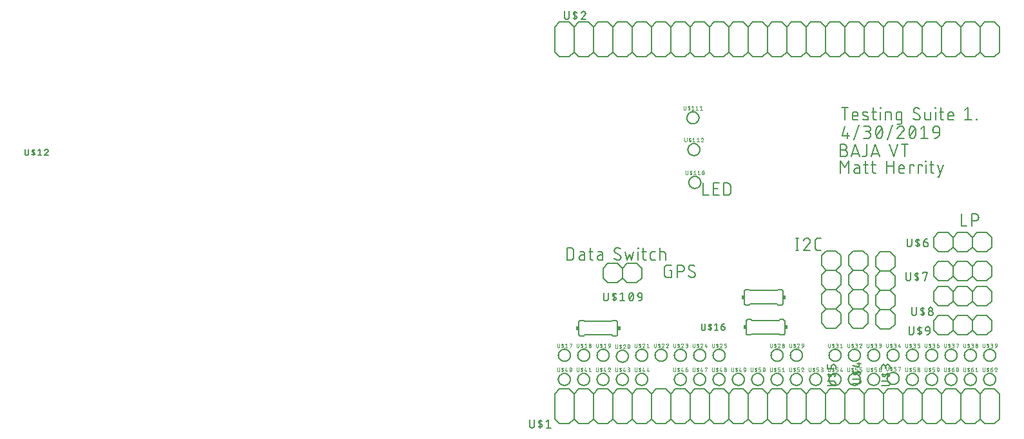
<source format=gbr>
G04 EAGLE Gerber RS-274X export*
G75*
%MOMM*%
%FSLAX34Y34*%
%LPD*%
%INSilkscreen Top*%
%IPPOS*%
%AMOC8*
5,1,8,0,0,1.08239X$1,22.5*%
G01*
%ADD10C,0.152400*%
%ADD11C,0.203200*%
%ADD12C,0.127000*%
%ADD13C,0.101600*%
%ADD14R,0.381000X0.508000*%


D10*
X188694Y229503D02*
X191403Y229503D01*
X191403Y220472D01*
X185984Y220472D01*
X185866Y220474D01*
X185748Y220480D01*
X185630Y220489D01*
X185513Y220503D01*
X185396Y220520D01*
X185279Y220541D01*
X185164Y220566D01*
X185049Y220595D01*
X184935Y220628D01*
X184823Y220664D01*
X184712Y220704D01*
X184602Y220747D01*
X184493Y220794D01*
X184386Y220844D01*
X184281Y220899D01*
X184178Y220956D01*
X184077Y221017D01*
X183977Y221081D01*
X183880Y221148D01*
X183785Y221218D01*
X183693Y221292D01*
X183602Y221368D01*
X183515Y221448D01*
X183430Y221530D01*
X183348Y221615D01*
X183268Y221702D01*
X183192Y221793D01*
X183118Y221885D01*
X183048Y221980D01*
X182981Y222077D01*
X182917Y222177D01*
X182856Y222278D01*
X182799Y222381D01*
X182744Y222486D01*
X182694Y222593D01*
X182647Y222702D01*
X182604Y222812D01*
X182564Y222923D01*
X182528Y223035D01*
X182495Y223149D01*
X182466Y223264D01*
X182441Y223379D01*
X182420Y223496D01*
X182403Y223613D01*
X182389Y223730D01*
X182380Y223848D01*
X182374Y223966D01*
X182372Y224084D01*
X182372Y233116D01*
X182374Y233234D01*
X182380Y233352D01*
X182389Y233470D01*
X182403Y233587D01*
X182420Y233704D01*
X182441Y233821D01*
X182466Y233936D01*
X182495Y234051D01*
X182528Y234165D01*
X182564Y234277D01*
X182604Y234388D01*
X182647Y234498D01*
X182694Y234607D01*
X182744Y234714D01*
X182798Y234819D01*
X182856Y234922D01*
X182917Y235023D01*
X182981Y235123D01*
X183048Y235220D01*
X183118Y235315D01*
X183192Y235407D01*
X183268Y235498D01*
X183348Y235585D01*
X183430Y235670D01*
X183515Y235752D01*
X183602Y235832D01*
X183693Y235908D01*
X183785Y235982D01*
X183880Y236052D01*
X183977Y236119D01*
X184077Y236183D01*
X184178Y236244D01*
X184281Y236301D01*
X184386Y236355D01*
X184493Y236406D01*
X184602Y236453D01*
X184712Y236496D01*
X184823Y236536D01*
X184935Y236572D01*
X185049Y236605D01*
X185164Y236634D01*
X185279Y236659D01*
X185396Y236680D01*
X185513Y236697D01*
X185630Y236711D01*
X185748Y236720D01*
X185866Y236726D01*
X185984Y236728D01*
X191403Y236728D01*
X199256Y236728D02*
X199256Y220472D01*
X199256Y236728D02*
X203772Y236728D01*
X203905Y236726D01*
X204037Y236720D01*
X204169Y236710D01*
X204301Y236697D01*
X204433Y236679D01*
X204563Y236658D01*
X204694Y236633D01*
X204823Y236604D01*
X204951Y236571D01*
X205079Y236535D01*
X205205Y236495D01*
X205330Y236451D01*
X205454Y236403D01*
X205576Y236352D01*
X205697Y236297D01*
X205816Y236239D01*
X205934Y236177D01*
X206049Y236112D01*
X206163Y236043D01*
X206274Y235972D01*
X206383Y235896D01*
X206490Y235818D01*
X206595Y235737D01*
X206697Y235652D01*
X206797Y235565D01*
X206894Y235475D01*
X206989Y235382D01*
X207080Y235286D01*
X207169Y235188D01*
X207255Y235087D01*
X207338Y234983D01*
X207418Y234877D01*
X207494Y234769D01*
X207568Y234659D01*
X207638Y234546D01*
X207705Y234432D01*
X207768Y234315D01*
X207828Y234197D01*
X207885Y234077D01*
X207938Y233955D01*
X207987Y233832D01*
X208033Y233708D01*
X208075Y233582D01*
X208113Y233455D01*
X208148Y233327D01*
X208179Y233198D01*
X208206Y233069D01*
X208229Y232938D01*
X208249Y232807D01*
X208264Y232675D01*
X208276Y232543D01*
X208284Y232411D01*
X208288Y232278D01*
X208288Y232146D01*
X208284Y232013D01*
X208276Y231881D01*
X208264Y231749D01*
X208249Y231617D01*
X208229Y231486D01*
X208206Y231355D01*
X208179Y231226D01*
X208148Y231097D01*
X208113Y230969D01*
X208075Y230842D01*
X208033Y230716D01*
X207987Y230592D01*
X207938Y230469D01*
X207885Y230347D01*
X207828Y230227D01*
X207768Y230109D01*
X207705Y229992D01*
X207638Y229878D01*
X207568Y229765D01*
X207494Y229655D01*
X207418Y229547D01*
X207338Y229441D01*
X207255Y229337D01*
X207169Y229236D01*
X207080Y229138D01*
X206989Y229042D01*
X206894Y228949D01*
X206797Y228859D01*
X206697Y228772D01*
X206595Y228687D01*
X206490Y228606D01*
X206383Y228528D01*
X206274Y228452D01*
X206163Y228381D01*
X206049Y228312D01*
X205934Y228247D01*
X205816Y228185D01*
X205697Y228127D01*
X205576Y228072D01*
X205454Y228021D01*
X205330Y227973D01*
X205205Y227929D01*
X205079Y227889D01*
X204951Y227853D01*
X204823Y227820D01*
X204694Y227791D01*
X204563Y227766D01*
X204433Y227745D01*
X204301Y227727D01*
X204169Y227714D01*
X204037Y227704D01*
X203905Y227698D01*
X203772Y227696D01*
X203772Y227697D02*
X199256Y227697D01*
X219053Y220472D02*
X219171Y220474D01*
X219289Y220480D01*
X219407Y220489D01*
X219524Y220503D01*
X219641Y220520D01*
X219758Y220541D01*
X219873Y220566D01*
X219988Y220595D01*
X220102Y220628D01*
X220214Y220664D01*
X220325Y220704D01*
X220435Y220747D01*
X220544Y220794D01*
X220651Y220844D01*
X220756Y220899D01*
X220859Y220956D01*
X220960Y221017D01*
X221060Y221081D01*
X221157Y221148D01*
X221252Y221218D01*
X221344Y221292D01*
X221435Y221368D01*
X221522Y221448D01*
X221607Y221530D01*
X221689Y221615D01*
X221769Y221702D01*
X221845Y221793D01*
X221919Y221885D01*
X221989Y221980D01*
X222056Y222077D01*
X222120Y222177D01*
X222181Y222278D01*
X222238Y222381D01*
X222293Y222486D01*
X222343Y222593D01*
X222390Y222702D01*
X222433Y222812D01*
X222473Y222923D01*
X222509Y223035D01*
X222542Y223149D01*
X222571Y223264D01*
X222596Y223379D01*
X222617Y223496D01*
X222634Y223613D01*
X222648Y223730D01*
X222657Y223848D01*
X222663Y223966D01*
X222665Y224084D01*
X219053Y220472D02*
X218870Y220474D01*
X218688Y220481D01*
X218506Y220492D01*
X218324Y220507D01*
X218142Y220527D01*
X217961Y220550D01*
X217781Y220579D01*
X217601Y220611D01*
X217422Y220648D01*
X217245Y220689D01*
X217068Y220735D01*
X216892Y220784D01*
X216718Y220838D01*
X216544Y220896D01*
X216373Y220958D01*
X216203Y221024D01*
X216034Y221095D01*
X215867Y221169D01*
X215702Y221247D01*
X215539Y221329D01*
X215378Y221415D01*
X215219Y221505D01*
X215062Y221599D01*
X214908Y221696D01*
X214756Y221797D01*
X214606Y221902D01*
X214459Y222010D01*
X214315Y222121D01*
X214173Y222236D01*
X214034Y222355D01*
X213898Y222477D01*
X213765Y222602D01*
X213635Y222730D01*
X214086Y233116D02*
X214088Y233234D01*
X214094Y233352D01*
X214103Y233470D01*
X214117Y233587D01*
X214134Y233704D01*
X214155Y233821D01*
X214180Y233936D01*
X214209Y234051D01*
X214242Y234165D01*
X214278Y234277D01*
X214318Y234388D01*
X214361Y234498D01*
X214408Y234607D01*
X214458Y234714D01*
X214513Y234819D01*
X214570Y234922D01*
X214631Y235023D01*
X214695Y235123D01*
X214762Y235220D01*
X214832Y235315D01*
X214906Y235407D01*
X214982Y235498D01*
X215062Y235585D01*
X215144Y235670D01*
X215229Y235752D01*
X215316Y235832D01*
X215407Y235908D01*
X215499Y235982D01*
X215594Y236052D01*
X215691Y236119D01*
X215791Y236183D01*
X215892Y236244D01*
X215995Y236302D01*
X216100Y236356D01*
X216207Y236406D01*
X216316Y236453D01*
X216426Y236497D01*
X216537Y236536D01*
X216650Y236572D01*
X216763Y236605D01*
X216878Y236634D01*
X216993Y236659D01*
X217110Y236680D01*
X217227Y236697D01*
X217344Y236711D01*
X217462Y236720D01*
X217580Y236726D01*
X217698Y236728D01*
X217859Y236726D01*
X218021Y236720D01*
X218182Y236711D01*
X218343Y236697D01*
X218503Y236680D01*
X218663Y236659D01*
X218823Y236634D01*
X218982Y236605D01*
X219140Y236573D01*
X219297Y236537D01*
X219453Y236497D01*
X219609Y236453D01*
X219763Y236405D01*
X219916Y236354D01*
X220068Y236300D01*
X220219Y236241D01*
X220368Y236180D01*
X220515Y236114D01*
X220661Y236045D01*
X220806Y235973D01*
X220948Y235897D01*
X221089Y235818D01*
X221228Y235736D01*
X221364Y235650D01*
X221499Y235561D01*
X221632Y235469D01*
X221762Y235373D01*
X215892Y229955D02*
X215791Y230017D01*
X215691Y230082D01*
X215594Y230151D01*
X215499Y230223D01*
X215406Y230297D01*
X215316Y230375D01*
X215228Y230456D01*
X215143Y230539D01*
X215061Y230625D01*
X214982Y230714D01*
X214905Y230805D01*
X214832Y230899D01*
X214761Y230995D01*
X214694Y231093D01*
X214630Y231193D01*
X214569Y231296D01*
X214512Y231400D01*
X214458Y231506D01*
X214408Y231614D01*
X214361Y231723D01*
X214317Y231834D01*
X214277Y231946D01*
X214241Y232060D01*
X214209Y232174D01*
X214180Y232290D01*
X214155Y232406D01*
X214134Y232523D01*
X214117Y232641D01*
X214103Y232759D01*
X214094Y232878D01*
X214088Y232997D01*
X214086Y233116D01*
X220860Y227245D02*
X220961Y227183D01*
X221061Y227118D01*
X221158Y227049D01*
X221253Y226977D01*
X221346Y226903D01*
X221436Y226825D01*
X221524Y226744D01*
X221609Y226661D01*
X221691Y226575D01*
X221770Y226486D01*
X221847Y226395D01*
X221920Y226301D01*
X221991Y226205D01*
X222058Y226107D01*
X222122Y226007D01*
X222183Y225904D01*
X222240Y225800D01*
X222294Y225694D01*
X222344Y225586D01*
X222391Y225477D01*
X222435Y225366D01*
X222475Y225254D01*
X222511Y225140D01*
X222543Y225026D01*
X222572Y224910D01*
X222597Y224794D01*
X222618Y224677D01*
X222635Y224559D01*
X222649Y224441D01*
X222658Y224322D01*
X222664Y224203D01*
X222666Y224084D01*
X220859Y227245D02*
X215892Y229955D01*
X54102Y243332D02*
X54102Y259588D01*
X58618Y259588D01*
X58749Y259586D01*
X58881Y259580D01*
X59012Y259571D01*
X59142Y259557D01*
X59273Y259540D01*
X59402Y259519D01*
X59531Y259495D01*
X59659Y259466D01*
X59787Y259434D01*
X59913Y259398D01*
X60038Y259359D01*
X60163Y259316D01*
X60285Y259269D01*
X60407Y259219D01*
X60527Y259165D01*
X60645Y259108D01*
X60761Y259047D01*
X60876Y258983D01*
X60989Y258916D01*
X61100Y258845D01*
X61208Y258771D01*
X61315Y258694D01*
X61419Y258614D01*
X61521Y258531D01*
X61620Y258446D01*
X61717Y258357D01*
X61811Y258265D01*
X61903Y258171D01*
X61992Y258074D01*
X62077Y257975D01*
X62160Y257873D01*
X62240Y257769D01*
X62317Y257662D01*
X62391Y257554D01*
X62462Y257443D01*
X62529Y257330D01*
X62593Y257215D01*
X62654Y257099D01*
X62711Y256981D01*
X62765Y256861D01*
X62815Y256739D01*
X62862Y256617D01*
X62905Y256492D01*
X62944Y256367D01*
X62980Y256241D01*
X63012Y256113D01*
X63041Y255985D01*
X63065Y255856D01*
X63086Y255727D01*
X63103Y255596D01*
X63117Y255466D01*
X63126Y255335D01*
X63132Y255203D01*
X63134Y255072D01*
X63133Y255072D02*
X63133Y247848D01*
X63134Y247848D02*
X63132Y247717D01*
X63126Y247585D01*
X63117Y247454D01*
X63103Y247324D01*
X63086Y247193D01*
X63065Y247064D01*
X63041Y246935D01*
X63012Y246807D01*
X62980Y246679D01*
X62944Y246553D01*
X62905Y246428D01*
X62862Y246303D01*
X62815Y246181D01*
X62765Y246059D01*
X62711Y245939D01*
X62654Y245821D01*
X62593Y245705D01*
X62529Y245590D01*
X62462Y245477D01*
X62391Y245366D01*
X62317Y245258D01*
X62240Y245151D01*
X62160Y245047D01*
X62077Y244945D01*
X61992Y244846D01*
X61903Y244749D01*
X61811Y244655D01*
X61717Y244563D01*
X61620Y244474D01*
X61521Y244389D01*
X61419Y244306D01*
X61315Y244226D01*
X61208Y244149D01*
X61100Y244075D01*
X60989Y244004D01*
X60876Y243937D01*
X60761Y243873D01*
X60645Y243812D01*
X60527Y243755D01*
X60407Y243701D01*
X60285Y243651D01*
X60163Y243604D01*
X60038Y243561D01*
X59913Y243522D01*
X59787Y243486D01*
X59659Y243454D01*
X59531Y243425D01*
X59402Y243401D01*
X59272Y243380D01*
X59142Y243363D01*
X59012Y243349D01*
X58881Y243340D01*
X58749Y243334D01*
X58618Y243332D01*
X54102Y243332D01*
X73203Y249654D02*
X77267Y249654D01*
X73203Y249654D02*
X73091Y249652D01*
X72980Y249646D01*
X72869Y249636D01*
X72758Y249623D01*
X72648Y249605D01*
X72539Y249583D01*
X72430Y249558D01*
X72322Y249529D01*
X72216Y249496D01*
X72110Y249459D01*
X72006Y249419D01*
X71904Y249375D01*
X71803Y249327D01*
X71704Y249276D01*
X71606Y249221D01*
X71511Y249163D01*
X71418Y249102D01*
X71327Y249037D01*
X71238Y248969D01*
X71152Y248898D01*
X71069Y248825D01*
X70988Y248748D01*
X70909Y248668D01*
X70834Y248586D01*
X70762Y248501D01*
X70692Y248414D01*
X70626Y248324D01*
X70563Y248232D01*
X70503Y248137D01*
X70447Y248041D01*
X70394Y247943D01*
X70345Y247843D01*
X70299Y247741D01*
X70257Y247638D01*
X70218Y247533D01*
X70183Y247427D01*
X70152Y247320D01*
X70125Y247212D01*
X70101Y247103D01*
X70082Y246993D01*
X70066Y246883D01*
X70054Y246772D01*
X70046Y246660D01*
X70042Y246549D01*
X70042Y246437D01*
X70046Y246326D01*
X70054Y246214D01*
X70066Y246103D01*
X70082Y245993D01*
X70101Y245883D01*
X70125Y245774D01*
X70152Y245666D01*
X70183Y245559D01*
X70218Y245453D01*
X70257Y245348D01*
X70299Y245245D01*
X70345Y245143D01*
X70394Y245043D01*
X70447Y244945D01*
X70503Y244849D01*
X70563Y244754D01*
X70626Y244662D01*
X70692Y244572D01*
X70762Y244485D01*
X70834Y244400D01*
X70909Y244318D01*
X70988Y244238D01*
X71069Y244161D01*
X71152Y244088D01*
X71238Y244017D01*
X71327Y243949D01*
X71418Y243884D01*
X71511Y243823D01*
X71606Y243765D01*
X71704Y243710D01*
X71803Y243659D01*
X71904Y243611D01*
X72006Y243567D01*
X72110Y243527D01*
X72216Y243490D01*
X72322Y243457D01*
X72430Y243428D01*
X72539Y243403D01*
X72648Y243381D01*
X72758Y243363D01*
X72869Y243350D01*
X72980Y243340D01*
X73091Y243334D01*
X73203Y243332D01*
X77267Y243332D01*
X77267Y251460D01*
X77265Y251561D01*
X77259Y251662D01*
X77250Y251763D01*
X77237Y251864D01*
X77220Y251964D01*
X77199Y252063D01*
X77175Y252161D01*
X77147Y252258D01*
X77115Y252355D01*
X77080Y252450D01*
X77041Y252543D01*
X76999Y252635D01*
X76953Y252726D01*
X76904Y252815D01*
X76852Y252901D01*
X76796Y252986D01*
X76738Y253069D01*
X76676Y253149D01*
X76611Y253227D01*
X76544Y253303D01*
X76474Y253376D01*
X76401Y253446D01*
X76325Y253513D01*
X76247Y253578D01*
X76167Y253640D01*
X76084Y253698D01*
X75999Y253754D01*
X75913Y253806D01*
X75824Y253855D01*
X75733Y253901D01*
X75641Y253943D01*
X75548Y253982D01*
X75453Y254017D01*
X75356Y254049D01*
X75259Y254077D01*
X75161Y254101D01*
X75062Y254122D01*
X74962Y254139D01*
X74861Y254152D01*
X74760Y254161D01*
X74659Y254167D01*
X74558Y254169D01*
X70945Y254169D01*
X82886Y254169D02*
X88305Y254169D01*
X84692Y259588D02*
X84692Y246041D01*
X84693Y246041D02*
X84695Y245940D01*
X84701Y245839D01*
X84710Y245738D01*
X84723Y245637D01*
X84740Y245537D01*
X84761Y245438D01*
X84785Y245340D01*
X84813Y245243D01*
X84845Y245146D01*
X84880Y245051D01*
X84919Y244958D01*
X84961Y244866D01*
X85007Y244775D01*
X85056Y244687D01*
X85108Y244600D01*
X85164Y244515D01*
X85222Y244432D01*
X85284Y244352D01*
X85349Y244274D01*
X85416Y244198D01*
X85486Y244125D01*
X85559Y244055D01*
X85635Y243988D01*
X85713Y243923D01*
X85793Y243861D01*
X85876Y243803D01*
X85961Y243747D01*
X86048Y243695D01*
X86136Y243646D01*
X86227Y243600D01*
X86319Y243558D01*
X86412Y243519D01*
X86507Y243484D01*
X86604Y243452D01*
X86701Y243424D01*
X86799Y243400D01*
X86898Y243379D01*
X86998Y243362D01*
X87099Y243349D01*
X87200Y243340D01*
X87301Y243334D01*
X87402Y243332D01*
X88305Y243332D01*
X97171Y249654D02*
X101235Y249654D01*
X97171Y249654D02*
X97059Y249652D01*
X96948Y249646D01*
X96837Y249636D01*
X96726Y249623D01*
X96616Y249605D01*
X96507Y249583D01*
X96398Y249558D01*
X96290Y249529D01*
X96184Y249496D01*
X96078Y249459D01*
X95974Y249419D01*
X95872Y249375D01*
X95771Y249327D01*
X95672Y249276D01*
X95574Y249221D01*
X95479Y249163D01*
X95386Y249102D01*
X95295Y249037D01*
X95206Y248969D01*
X95120Y248898D01*
X95037Y248825D01*
X94956Y248748D01*
X94877Y248668D01*
X94802Y248586D01*
X94730Y248501D01*
X94660Y248414D01*
X94594Y248324D01*
X94531Y248232D01*
X94471Y248137D01*
X94415Y248041D01*
X94362Y247943D01*
X94313Y247843D01*
X94267Y247741D01*
X94225Y247638D01*
X94186Y247533D01*
X94151Y247427D01*
X94120Y247320D01*
X94093Y247212D01*
X94069Y247103D01*
X94050Y246993D01*
X94034Y246883D01*
X94022Y246772D01*
X94014Y246660D01*
X94010Y246549D01*
X94010Y246437D01*
X94014Y246326D01*
X94022Y246214D01*
X94034Y246103D01*
X94050Y245993D01*
X94069Y245883D01*
X94093Y245774D01*
X94120Y245666D01*
X94151Y245559D01*
X94186Y245453D01*
X94225Y245348D01*
X94267Y245245D01*
X94313Y245143D01*
X94362Y245043D01*
X94415Y244945D01*
X94471Y244849D01*
X94531Y244754D01*
X94594Y244662D01*
X94660Y244572D01*
X94730Y244485D01*
X94802Y244400D01*
X94877Y244318D01*
X94956Y244238D01*
X95037Y244161D01*
X95120Y244088D01*
X95206Y244017D01*
X95295Y243949D01*
X95386Y243884D01*
X95479Y243823D01*
X95574Y243765D01*
X95672Y243710D01*
X95771Y243659D01*
X95872Y243611D01*
X95974Y243567D01*
X96078Y243527D01*
X96184Y243490D01*
X96290Y243457D01*
X96398Y243428D01*
X96507Y243403D01*
X96616Y243381D01*
X96726Y243363D01*
X96837Y243350D01*
X96948Y243340D01*
X97059Y243334D01*
X97171Y243332D01*
X101235Y243332D01*
X101235Y251460D01*
X101234Y251460D02*
X101232Y251561D01*
X101226Y251662D01*
X101217Y251763D01*
X101204Y251864D01*
X101187Y251964D01*
X101166Y252063D01*
X101142Y252161D01*
X101114Y252258D01*
X101082Y252355D01*
X101047Y252450D01*
X101008Y252543D01*
X100966Y252635D01*
X100920Y252726D01*
X100871Y252815D01*
X100819Y252901D01*
X100763Y252986D01*
X100705Y253069D01*
X100643Y253149D01*
X100578Y253227D01*
X100511Y253303D01*
X100441Y253376D01*
X100368Y253446D01*
X100292Y253513D01*
X100214Y253578D01*
X100134Y253640D01*
X100051Y253698D01*
X99966Y253754D01*
X99880Y253806D01*
X99791Y253855D01*
X99700Y253901D01*
X99608Y253943D01*
X99515Y253982D01*
X99420Y254017D01*
X99323Y254049D01*
X99226Y254077D01*
X99128Y254101D01*
X99029Y254122D01*
X98929Y254139D01*
X98828Y254152D01*
X98727Y254161D01*
X98626Y254167D01*
X98525Y254169D01*
X94913Y254169D01*
X121524Y243332D02*
X121642Y243334D01*
X121760Y243340D01*
X121878Y243349D01*
X121995Y243363D01*
X122112Y243380D01*
X122229Y243401D01*
X122344Y243426D01*
X122459Y243455D01*
X122573Y243488D01*
X122685Y243524D01*
X122796Y243564D01*
X122906Y243607D01*
X123015Y243654D01*
X123122Y243704D01*
X123227Y243759D01*
X123330Y243816D01*
X123431Y243877D01*
X123531Y243941D01*
X123628Y244008D01*
X123723Y244078D01*
X123815Y244152D01*
X123906Y244228D01*
X123993Y244308D01*
X124078Y244390D01*
X124160Y244475D01*
X124240Y244562D01*
X124316Y244653D01*
X124390Y244745D01*
X124460Y244840D01*
X124527Y244937D01*
X124591Y245037D01*
X124652Y245138D01*
X124709Y245241D01*
X124764Y245346D01*
X124814Y245453D01*
X124861Y245562D01*
X124904Y245672D01*
X124944Y245783D01*
X124980Y245895D01*
X125013Y246009D01*
X125042Y246124D01*
X125067Y246239D01*
X125088Y246356D01*
X125105Y246473D01*
X125119Y246590D01*
X125128Y246708D01*
X125134Y246826D01*
X125136Y246944D01*
X121524Y243332D02*
X121341Y243334D01*
X121159Y243341D01*
X120977Y243352D01*
X120795Y243367D01*
X120613Y243387D01*
X120432Y243410D01*
X120252Y243439D01*
X120072Y243471D01*
X119893Y243508D01*
X119716Y243549D01*
X119539Y243595D01*
X119363Y243644D01*
X119189Y243698D01*
X119015Y243756D01*
X118844Y243818D01*
X118674Y243884D01*
X118505Y243955D01*
X118338Y244029D01*
X118173Y244107D01*
X118010Y244189D01*
X117849Y244275D01*
X117690Y244365D01*
X117533Y244459D01*
X117379Y244556D01*
X117227Y244657D01*
X117077Y244762D01*
X116930Y244870D01*
X116786Y244981D01*
X116644Y245096D01*
X116505Y245215D01*
X116369Y245337D01*
X116236Y245462D01*
X116106Y245590D01*
X116558Y255976D02*
X116560Y256094D01*
X116566Y256212D01*
X116575Y256330D01*
X116589Y256447D01*
X116606Y256564D01*
X116627Y256681D01*
X116652Y256796D01*
X116681Y256911D01*
X116714Y257025D01*
X116750Y257137D01*
X116790Y257248D01*
X116833Y257358D01*
X116880Y257467D01*
X116930Y257574D01*
X116985Y257679D01*
X117042Y257782D01*
X117103Y257883D01*
X117167Y257983D01*
X117234Y258080D01*
X117304Y258175D01*
X117378Y258267D01*
X117454Y258358D01*
X117534Y258445D01*
X117616Y258530D01*
X117701Y258612D01*
X117788Y258692D01*
X117879Y258768D01*
X117971Y258842D01*
X118066Y258912D01*
X118163Y258979D01*
X118263Y259043D01*
X118364Y259104D01*
X118467Y259162D01*
X118572Y259216D01*
X118679Y259266D01*
X118788Y259313D01*
X118898Y259357D01*
X119009Y259396D01*
X119122Y259432D01*
X119235Y259465D01*
X119350Y259494D01*
X119465Y259519D01*
X119582Y259540D01*
X119699Y259557D01*
X119816Y259571D01*
X119934Y259580D01*
X120052Y259586D01*
X120170Y259588D01*
X120331Y259586D01*
X120493Y259580D01*
X120654Y259571D01*
X120815Y259557D01*
X120975Y259540D01*
X121135Y259519D01*
X121295Y259494D01*
X121454Y259465D01*
X121612Y259433D01*
X121769Y259397D01*
X121925Y259357D01*
X122081Y259313D01*
X122235Y259265D01*
X122388Y259214D01*
X122540Y259160D01*
X122691Y259101D01*
X122840Y259040D01*
X122987Y258974D01*
X123133Y258905D01*
X123278Y258833D01*
X123420Y258757D01*
X123561Y258678D01*
X123700Y258596D01*
X123836Y258510D01*
X123971Y258421D01*
X124104Y258329D01*
X124234Y258233D01*
X118363Y252815D02*
X118262Y252877D01*
X118162Y252942D01*
X118065Y253011D01*
X117970Y253083D01*
X117877Y253157D01*
X117787Y253235D01*
X117699Y253316D01*
X117614Y253399D01*
X117532Y253485D01*
X117453Y253574D01*
X117376Y253665D01*
X117303Y253759D01*
X117232Y253855D01*
X117165Y253953D01*
X117101Y254053D01*
X117040Y254156D01*
X116983Y254260D01*
X116929Y254366D01*
X116879Y254474D01*
X116832Y254583D01*
X116788Y254694D01*
X116748Y254806D01*
X116712Y254920D01*
X116680Y255034D01*
X116651Y255150D01*
X116626Y255266D01*
X116605Y255383D01*
X116588Y255501D01*
X116574Y255619D01*
X116565Y255738D01*
X116559Y255857D01*
X116557Y255976D01*
X123331Y250105D02*
X123432Y250043D01*
X123532Y249978D01*
X123629Y249909D01*
X123724Y249837D01*
X123817Y249763D01*
X123907Y249685D01*
X123995Y249604D01*
X124080Y249521D01*
X124162Y249435D01*
X124241Y249346D01*
X124318Y249255D01*
X124391Y249161D01*
X124462Y249065D01*
X124529Y248967D01*
X124593Y248867D01*
X124654Y248764D01*
X124711Y248660D01*
X124765Y248554D01*
X124815Y248446D01*
X124862Y248337D01*
X124906Y248226D01*
X124946Y248114D01*
X124982Y248000D01*
X125014Y247886D01*
X125043Y247770D01*
X125068Y247654D01*
X125089Y247537D01*
X125106Y247419D01*
X125120Y247301D01*
X125129Y247182D01*
X125135Y247063D01*
X125137Y246944D01*
X123331Y250105D02*
X118364Y252815D01*
X130834Y254169D02*
X133543Y243332D01*
X136253Y250557D01*
X138962Y243332D01*
X141671Y254169D01*
X147715Y254169D02*
X147715Y243332D01*
X147264Y258685D02*
X147264Y259588D01*
X148167Y259588D01*
X148167Y258685D01*
X147264Y258685D01*
X152706Y254169D02*
X158124Y254169D01*
X154512Y259588D02*
X154512Y246041D01*
X154514Y245940D01*
X154520Y245839D01*
X154529Y245738D01*
X154542Y245637D01*
X154559Y245537D01*
X154580Y245438D01*
X154604Y245340D01*
X154632Y245243D01*
X154664Y245146D01*
X154699Y245051D01*
X154738Y244958D01*
X154780Y244866D01*
X154826Y244775D01*
X154875Y244687D01*
X154927Y244600D01*
X154983Y244515D01*
X155041Y244432D01*
X155103Y244352D01*
X155168Y244274D01*
X155235Y244198D01*
X155305Y244125D01*
X155378Y244055D01*
X155454Y243988D01*
X155532Y243923D01*
X155612Y243861D01*
X155695Y243803D01*
X155780Y243747D01*
X155867Y243695D01*
X155955Y243646D01*
X156046Y243600D01*
X156138Y243558D01*
X156231Y243519D01*
X156326Y243484D01*
X156423Y243452D01*
X156520Y243424D01*
X156618Y243400D01*
X156717Y243379D01*
X156817Y243362D01*
X156918Y243349D01*
X157019Y243340D01*
X157120Y243334D01*
X157221Y243332D01*
X158124Y243332D01*
X166629Y243332D02*
X170242Y243332D01*
X166629Y243332D02*
X166528Y243334D01*
X166427Y243340D01*
X166326Y243349D01*
X166225Y243362D01*
X166125Y243379D01*
X166026Y243400D01*
X165928Y243424D01*
X165831Y243452D01*
X165734Y243484D01*
X165639Y243519D01*
X165546Y243558D01*
X165454Y243600D01*
X165363Y243646D01*
X165275Y243695D01*
X165188Y243747D01*
X165103Y243803D01*
X165020Y243861D01*
X164940Y243923D01*
X164862Y243988D01*
X164786Y244055D01*
X164713Y244125D01*
X164643Y244198D01*
X164576Y244274D01*
X164511Y244352D01*
X164449Y244432D01*
X164391Y244515D01*
X164335Y244600D01*
X164283Y244687D01*
X164234Y244775D01*
X164188Y244866D01*
X164146Y244958D01*
X164107Y245051D01*
X164072Y245146D01*
X164040Y245243D01*
X164012Y245340D01*
X163988Y245438D01*
X163967Y245537D01*
X163950Y245637D01*
X163937Y245738D01*
X163928Y245839D01*
X163922Y245940D01*
X163920Y246041D01*
X163920Y251460D01*
X163922Y251561D01*
X163928Y251662D01*
X163937Y251763D01*
X163950Y251864D01*
X163967Y251964D01*
X163988Y252063D01*
X164012Y252161D01*
X164040Y252258D01*
X164072Y252355D01*
X164107Y252450D01*
X164146Y252543D01*
X164188Y252635D01*
X164234Y252726D01*
X164283Y252815D01*
X164335Y252901D01*
X164391Y252986D01*
X164449Y253069D01*
X164511Y253149D01*
X164576Y253227D01*
X164643Y253303D01*
X164713Y253376D01*
X164786Y253446D01*
X164862Y253513D01*
X164940Y253578D01*
X165020Y253640D01*
X165103Y253698D01*
X165188Y253754D01*
X165275Y253806D01*
X165363Y253855D01*
X165454Y253901D01*
X165546Y253943D01*
X165639Y253982D01*
X165734Y254017D01*
X165831Y254049D01*
X165928Y254077D01*
X166026Y254101D01*
X166125Y254122D01*
X166225Y254139D01*
X166326Y254152D01*
X166427Y254161D01*
X166528Y254167D01*
X166629Y254169D01*
X170242Y254169D01*
X176408Y259588D02*
X176408Y243332D01*
X176408Y254169D02*
X180923Y254169D01*
X181027Y254167D01*
X181130Y254161D01*
X181234Y254151D01*
X181337Y254137D01*
X181439Y254119D01*
X181540Y254098D01*
X181641Y254072D01*
X181740Y254043D01*
X181839Y254010D01*
X181936Y253973D01*
X182031Y253932D01*
X182125Y253888D01*
X182217Y253840D01*
X182307Y253789D01*
X182396Y253734D01*
X182482Y253676D01*
X182565Y253614D01*
X182647Y253550D01*
X182725Y253482D01*
X182801Y253412D01*
X182875Y253339D01*
X182945Y253262D01*
X183013Y253184D01*
X183077Y253102D01*
X183139Y253019D01*
X183197Y252933D01*
X183252Y252844D01*
X183303Y252754D01*
X183351Y252662D01*
X183395Y252568D01*
X183436Y252473D01*
X183473Y252376D01*
X183506Y252277D01*
X183535Y252178D01*
X183561Y252077D01*
X183582Y251976D01*
X183600Y251874D01*
X183614Y251771D01*
X183624Y251667D01*
X183630Y251564D01*
X183632Y251460D01*
X183632Y243332D01*
X233172Y328422D02*
X233172Y344678D01*
X233172Y328422D02*
X240397Y328422D01*
X246719Y328422D02*
X253944Y328422D01*
X246719Y328422D02*
X246719Y344678D01*
X253944Y344678D01*
X252138Y337453D02*
X246719Y337453D01*
X260236Y344678D02*
X260236Y328422D01*
X260236Y344678D02*
X264752Y344678D01*
X264883Y344676D01*
X265015Y344670D01*
X265146Y344661D01*
X265276Y344647D01*
X265407Y344630D01*
X265536Y344609D01*
X265665Y344585D01*
X265793Y344556D01*
X265921Y344524D01*
X266047Y344488D01*
X266172Y344449D01*
X266297Y344406D01*
X266419Y344359D01*
X266541Y344309D01*
X266661Y344255D01*
X266779Y344198D01*
X266895Y344137D01*
X267010Y344073D01*
X267123Y344006D01*
X267234Y343935D01*
X267342Y343861D01*
X267449Y343784D01*
X267553Y343704D01*
X267655Y343621D01*
X267754Y343536D01*
X267851Y343447D01*
X267945Y343355D01*
X268037Y343261D01*
X268126Y343164D01*
X268211Y343065D01*
X268294Y342963D01*
X268374Y342859D01*
X268451Y342752D01*
X268525Y342644D01*
X268596Y342533D01*
X268663Y342420D01*
X268727Y342305D01*
X268788Y342189D01*
X268845Y342071D01*
X268899Y341951D01*
X268949Y341829D01*
X268996Y341707D01*
X269039Y341582D01*
X269078Y341457D01*
X269114Y341331D01*
X269146Y341203D01*
X269175Y341075D01*
X269199Y340946D01*
X269220Y340817D01*
X269237Y340686D01*
X269251Y340556D01*
X269260Y340425D01*
X269266Y340293D01*
X269268Y340162D01*
X269267Y340162D02*
X269267Y332938D01*
X269268Y332938D02*
X269266Y332807D01*
X269260Y332675D01*
X269251Y332544D01*
X269237Y332414D01*
X269220Y332283D01*
X269199Y332154D01*
X269175Y332025D01*
X269146Y331897D01*
X269114Y331769D01*
X269078Y331643D01*
X269039Y331518D01*
X268996Y331393D01*
X268949Y331271D01*
X268899Y331149D01*
X268845Y331029D01*
X268788Y330911D01*
X268727Y330795D01*
X268663Y330680D01*
X268596Y330567D01*
X268525Y330456D01*
X268451Y330348D01*
X268374Y330241D01*
X268294Y330137D01*
X268211Y330035D01*
X268126Y329936D01*
X268037Y329839D01*
X267945Y329745D01*
X267851Y329653D01*
X267754Y329564D01*
X267655Y329479D01*
X267553Y329396D01*
X267449Y329316D01*
X267342Y329239D01*
X267234Y329165D01*
X267123Y329094D01*
X267010Y329027D01*
X266895Y328963D01*
X266779Y328902D01*
X266661Y328845D01*
X266541Y328791D01*
X266419Y328741D01*
X266297Y328694D01*
X266172Y328651D01*
X266047Y328612D01*
X265921Y328576D01*
X265793Y328544D01*
X265665Y328515D01*
X265536Y328491D01*
X265406Y328470D01*
X265276Y328453D01*
X265146Y328439D01*
X265015Y328430D01*
X264883Y328424D01*
X264752Y328422D01*
X260236Y328422D01*
X356898Y272288D02*
X356898Y256032D01*
X355092Y256032D02*
X358704Y256032D01*
X358704Y272288D02*
X355092Y272288D01*
X369855Y272288D02*
X369980Y272286D01*
X370105Y272280D01*
X370230Y272271D01*
X370354Y272257D01*
X370478Y272240D01*
X370602Y272219D01*
X370724Y272194D01*
X370846Y272165D01*
X370967Y272133D01*
X371087Y272097D01*
X371206Y272057D01*
X371323Y272014D01*
X371439Y271967D01*
X371554Y271916D01*
X371666Y271862D01*
X371778Y271804D01*
X371887Y271744D01*
X371994Y271679D01*
X372100Y271612D01*
X372203Y271541D01*
X372304Y271467D01*
X372403Y271390D01*
X372499Y271310D01*
X372593Y271227D01*
X372684Y271142D01*
X372773Y271053D01*
X372858Y270962D01*
X372941Y270868D01*
X373021Y270772D01*
X373098Y270673D01*
X373172Y270572D01*
X373243Y270469D01*
X373310Y270363D01*
X373375Y270256D01*
X373435Y270147D01*
X373493Y270035D01*
X373547Y269923D01*
X373598Y269808D01*
X373645Y269692D01*
X373688Y269575D01*
X373728Y269456D01*
X373764Y269336D01*
X373796Y269215D01*
X373825Y269093D01*
X373850Y268971D01*
X373871Y268847D01*
X373888Y268723D01*
X373902Y268599D01*
X373911Y268474D01*
X373917Y268349D01*
X373919Y268224D01*
X369855Y272288D02*
X369712Y272286D01*
X369570Y272280D01*
X369427Y272270D01*
X369285Y272257D01*
X369144Y272239D01*
X369002Y272218D01*
X368862Y272193D01*
X368722Y272164D01*
X368583Y272131D01*
X368445Y272094D01*
X368308Y272054D01*
X368173Y272010D01*
X368038Y271962D01*
X367905Y271910D01*
X367773Y271855D01*
X367643Y271796D01*
X367515Y271734D01*
X367388Y271668D01*
X367263Y271599D01*
X367140Y271527D01*
X367020Y271451D01*
X366901Y271372D01*
X366784Y271289D01*
X366670Y271204D01*
X366558Y271115D01*
X366449Y271024D01*
X366342Y270929D01*
X366237Y270832D01*
X366136Y270731D01*
X366037Y270628D01*
X365941Y270523D01*
X365848Y270414D01*
X365758Y270303D01*
X365671Y270190D01*
X365587Y270075D01*
X365507Y269957D01*
X365429Y269837D01*
X365355Y269715D01*
X365285Y269591D01*
X365217Y269465D01*
X365154Y269337D01*
X365093Y269208D01*
X365036Y269077D01*
X364983Y268945D01*
X364934Y268811D01*
X364888Y268676D01*
X372564Y265063D02*
X372658Y265155D01*
X372748Y265249D01*
X372836Y265346D01*
X372921Y265446D01*
X373003Y265548D01*
X373082Y265653D01*
X373157Y265760D01*
X373229Y265869D01*
X373298Y265980D01*
X373364Y266094D01*
X373426Y266209D01*
X373485Y266326D01*
X373540Y266445D01*
X373591Y266565D01*
X373639Y266687D01*
X373684Y266810D01*
X373724Y266934D01*
X373761Y267060D01*
X373794Y267187D01*
X373823Y267314D01*
X373849Y267443D01*
X373870Y267572D01*
X373888Y267702D01*
X373901Y267832D01*
X373911Y267962D01*
X373917Y268093D01*
X373919Y268224D01*
X372564Y265063D02*
X364888Y256032D01*
X373919Y256032D01*
X384092Y256032D02*
X387704Y256032D01*
X384092Y256032D02*
X383974Y256034D01*
X383856Y256040D01*
X383738Y256049D01*
X383621Y256063D01*
X383504Y256080D01*
X383387Y256101D01*
X383272Y256126D01*
X383157Y256155D01*
X383043Y256188D01*
X382931Y256224D01*
X382820Y256264D01*
X382710Y256307D01*
X382601Y256354D01*
X382494Y256404D01*
X382389Y256459D01*
X382286Y256516D01*
X382185Y256577D01*
X382085Y256641D01*
X381988Y256708D01*
X381893Y256778D01*
X381801Y256852D01*
X381710Y256928D01*
X381623Y257008D01*
X381538Y257090D01*
X381456Y257175D01*
X381376Y257262D01*
X381300Y257353D01*
X381226Y257445D01*
X381156Y257540D01*
X381089Y257637D01*
X381025Y257737D01*
X380964Y257838D01*
X380907Y257941D01*
X380852Y258046D01*
X380802Y258153D01*
X380755Y258262D01*
X380712Y258372D01*
X380672Y258483D01*
X380636Y258595D01*
X380603Y258709D01*
X380574Y258824D01*
X380549Y258939D01*
X380528Y259056D01*
X380511Y259173D01*
X380497Y259290D01*
X380488Y259408D01*
X380482Y259526D01*
X380480Y259644D01*
X380479Y259644D02*
X380479Y268676D01*
X380480Y268676D02*
X380482Y268794D01*
X380488Y268912D01*
X380497Y269030D01*
X380511Y269147D01*
X380528Y269264D01*
X380549Y269381D01*
X380574Y269496D01*
X380603Y269611D01*
X380636Y269725D01*
X380672Y269837D01*
X380712Y269948D01*
X380755Y270058D01*
X380802Y270167D01*
X380852Y270274D01*
X380906Y270379D01*
X380964Y270482D01*
X381025Y270583D01*
X381089Y270683D01*
X381156Y270780D01*
X381226Y270875D01*
X381300Y270967D01*
X381376Y271058D01*
X381456Y271145D01*
X381538Y271230D01*
X381623Y271312D01*
X381710Y271392D01*
X381801Y271468D01*
X381893Y271542D01*
X381988Y271612D01*
X382085Y271679D01*
X382185Y271743D01*
X382286Y271804D01*
X382389Y271861D01*
X382494Y271915D01*
X382601Y271966D01*
X382710Y272013D01*
X382820Y272056D01*
X382931Y272096D01*
X383043Y272132D01*
X383157Y272165D01*
X383272Y272194D01*
X383387Y272219D01*
X383504Y272240D01*
X383621Y272257D01*
X383738Y272271D01*
X383856Y272280D01*
X383974Y272286D01*
X384092Y272288D01*
X387704Y272288D01*
X572262Y287782D02*
X572262Y304038D01*
X572262Y287782D02*
X579487Y287782D01*
X585990Y287782D02*
X585990Y304038D01*
X590506Y304038D01*
X590639Y304036D01*
X590771Y304030D01*
X590903Y304020D01*
X591035Y304007D01*
X591167Y303989D01*
X591297Y303968D01*
X591428Y303943D01*
X591557Y303914D01*
X591685Y303881D01*
X591813Y303845D01*
X591939Y303805D01*
X592064Y303761D01*
X592188Y303713D01*
X592310Y303662D01*
X592431Y303607D01*
X592550Y303549D01*
X592668Y303487D01*
X592783Y303422D01*
X592897Y303353D01*
X593008Y303282D01*
X593117Y303206D01*
X593224Y303128D01*
X593329Y303047D01*
X593431Y302962D01*
X593531Y302875D01*
X593628Y302785D01*
X593723Y302692D01*
X593814Y302596D01*
X593903Y302498D01*
X593989Y302397D01*
X594072Y302293D01*
X594152Y302187D01*
X594228Y302079D01*
X594302Y301969D01*
X594372Y301856D01*
X594439Y301742D01*
X594502Y301625D01*
X594562Y301507D01*
X594619Y301387D01*
X594672Y301265D01*
X594721Y301142D01*
X594767Y301018D01*
X594809Y300892D01*
X594847Y300765D01*
X594882Y300637D01*
X594913Y300508D01*
X594940Y300379D01*
X594963Y300248D01*
X594983Y300117D01*
X594998Y299985D01*
X595010Y299853D01*
X595018Y299721D01*
X595022Y299588D01*
X595022Y299456D01*
X595018Y299323D01*
X595010Y299191D01*
X594998Y299059D01*
X594983Y298927D01*
X594963Y298796D01*
X594940Y298665D01*
X594913Y298536D01*
X594882Y298407D01*
X594847Y298279D01*
X594809Y298152D01*
X594767Y298026D01*
X594721Y297902D01*
X594672Y297779D01*
X594619Y297657D01*
X594562Y297537D01*
X594502Y297419D01*
X594439Y297302D01*
X594372Y297188D01*
X594302Y297075D01*
X594228Y296965D01*
X594152Y296857D01*
X594072Y296751D01*
X593989Y296647D01*
X593903Y296546D01*
X593814Y296448D01*
X593723Y296352D01*
X593628Y296259D01*
X593531Y296169D01*
X593431Y296082D01*
X593329Y295997D01*
X593224Y295916D01*
X593117Y295838D01*
X593008Y295762D01*
X592897Y295691D01*
X592783Y295622D01*
X592668Y295557D01*
X592550Y295495D01*
X592431Y295437D01*
X592310Y295382D01*
X592188Y295331D01*
X592064Y295283D01*
X591939Y295239D01*
X591813Y295199D01*
X591685Y295163D01*
X591557Y295130D01*
X591428Y295101D01*
X591297Y295076D01*
X591167Y295055D01*
X591035Y295037D01*
X590903Y295024D01*
X590771Y295014D01*
X590639Y295008D01*
X590506Y295006D01*
X590506Y295007D02*
X585990Y295007D01*
X419298Y427482D02*
X419298Y443738D01*
X423813Y443738D02*
X414782Y443738D01*
X431942Y427482D02*
X436457Y427482D01*
X431942Y427482D02*
X431841Y427484D01*
X431740Y427490D01*
X431639Y427499D01*
X431538Y427512D01*
X431438Y427529D01*
X431339Y427550D01*
X431241Y427574D01*
X431144Y427602D01*
X431047Y427634D01*
X430952Y427669D01*
X430859Y427708D01*
X430767Y427750D01*
X430676Y427796D01*
X430588Y427845D01*
X430501Y427897D01*
X430416Y427953D01*
X430333Y428011D01*
X430253Y428073D01*
X430175Y428138D01*
X430099Y428205D01*
X430026Y428275D01*
X429956Y428348D01*
X429889Y428424D01*
X429824Y428502D01*
X429762Y428582D01*
X429704Y428665D01*
X429648Y428750D01*
X429596Y428837D01*
X429547Y428925D01*
X429501Y429016D01*
X429459Y429108D01*
X429420Y429201D01*
X429385Y429296D01*
X429353Y429393D01*
X429325Y429490D01*
X429301Y429588D01*
X429280Y429687D01*
X429263Y429787D01*
X429250Y429888D01*
X429241Y429989D01*
X429235Y430090D01*
X429233Y430191D01*
X429232Y430191D02*
X429232Y434707D01*
X429233Y434707D02*
X429235Y434826D01*
X429241Y434946D01*
X429251Y435065D01*
X429265Y435183D01*
X429282Y435302D01*
X429304Y435419D01*
X429329Y435536D01*
X429359Y435651D01*
X429392Y435766D01*
X429429Y435880D01*
X429469Y435992D01*
X429514Y436103D01*
X429562Y436212D01*
X429613Y436320D01*
X429668Y436426D01*
X429727Y436530D01*
X429789Y436632D01*
X429854Y436732D01*
X429923Y436830D01*
X429995Y436926D01*
X430070Y437019D01*
X430147Y437109D01*
X430228Y437197D01*
X430312Y437282D01*
X430399Y437364D01*
X430488Y437444D01*
X430580Y437520D01*
X430674Y437594D01*
X430771Y437664D01*
X430869Y437731D01*
X430970Y437795D01*
X431074Y437855D01*
X431179Y437912D01*
X431286Y437965D01*
X431394Y438015D01*
X431504Y438061D01*
X431616Y438103D01*
X431729Y438142D01*
X431843Y438177D01*
X431958Y438208D01*
X432075Y438236D01*
X432192Y438259D01*
X432309Y438279D01*
X432428Y438295D01*
X432547Y438307D01*
X432666Y438315D01*
X432785Y438319D01*
X432905Y438319D01*
X433024Y438315D01*
X433143Y438307D01*
X433262Y438295D01*
X433381Y438279D01*
X433498Y438259D01*
X433615Y438236D01*
X433732Y438208D01*
X433847Y438177D01*
X433961Y438142D01*
X434074Y438103D01*
X434186Y438061D01*
X434296Y438015D01*
X434404Y437965D01*
X434511Y437912D01*
X434616Y437855D01*
X434720Y437795D01*
X434821Y437731D01*
X434919Y437664D01*
X435016Y437594D01*
X435110Y437520D01*
X435202Y437444D01*
X435291Y437364D01*
X435378Y437282D01*
X435462Y437197D01*
X435543Y437109D01*
X435620Y437019D01*
X435695Y436926D01*
X435767Y436830D01*
X435836Y436732D01*
X435901Y436632D01*
X435963Y436530D01*
X436022Y436426D01*
X436077Y436320D01*
X436128Y436212D01*
X436176Y436103D01*
X436221Y435992D01*
X436261Y435880D01*
X436298Y435766D01*
X436331Y435651D01*
X436361Y435536D01*
X436386Y435419D01*
X436408Y435302D01*
X436425Y435183D01*
X436439Y435065D01*
X436449Y434946D01*
X436455Y434826D01*
X436457Y434707D01*
X436457Y432901D01*
X429232Y432901D01*
X444134Y433804D02*
X448649Y431998D01*
X444134Y433804D02*
X444046Y433841D01*
X443960Y433882D01*
X443875Y433926D01*
X443792Y433974D01*
X443712Y434025D01*
X443633Y434079D01*
X443557Y434137D01*
X443483Y434197D01*
X443411Y434261D01*
X443343Y434327D01*
X443277Y434397D01*
X443214Y434468D01*
X443153Y434543D01*
X443096Y434619D01*
X443043Y434698D01*
X442992Y434779D01*
X442945Y434862D01*
X442901Y434947D01*
X442861Y435034D01*
X442824Y435122D01*
X442791Y435212D01*
X442761Y435303D01*
X442736Y435395D01*
X442714Y435488D01*
X442696Y435582D01*
X442681Y435676D01*
X442671Y435771D01*
X442665Y435867D01*
X442662Y435962D01*
X442663Y436058D01*
X442669Y436153D01*
X442678Y436249D01*
X442691Y436343D01*
X442707Y436437D01*
X442728Y436531D01*
X442753Y436623D01*
X442781Y436714D01*
X442813Y436804D01*
X442848Y436893D01*
X442887Y436980D01*
X442930Y437066D01*
X442976Y437150D01*
X443026Y437231D01*
X443078Y437311D01*
X443134Y437389D01*
X443194Y437464D01*
X443256Y437536D01*
X443321Y437606D01*
X443389Y437674D01*
X443459Y437738D01*
X443532Y437800D01*
X443608Y437858D01*
X443686Y437914D01*
X443766Y437966D01*
X443848Y438015D01*
X443932Y438060D01*
X444018Y438102D01*
X444105Y438141D01*
X444194Y438176D01*
X444285Y438207D01*
X444376Y438234D01*
X444469Y438258D01*
X444562Y438278D01*
X444656Y438294D01*
X444751Y438306D01*
X444846Y438315D01*
X444942Y438319D01*
X445037Y438320D01*
X445284Y438313D01*
X445530Y438301D01*
X445776Y438283D01*
X446022Y438258D01*
X446266Y438228D01*
X446510Y438192D01*
X446753Y438151D01*
X446995Y438103D01*
X447236Y438049D01*
X447475Y437990D01*
X447713Y437925D01*
X447949Y437854D01*
X448184Y437778D01*
X448417Y437696D01*
X448647Y437608D01*
X448875Y437515D01*
X449102Y437417D01*
X448650Y431997D02*
X448738Y431960D01*
X448824Y431919D01*
X448909Y431875D01*
X448992Y431827D01*
X449072Y431776D01*
X449151Y431722D01*
X449227Y431664D01*
X449301Y431604D01*
X449373Y431540D01*
X449441Y431474D01*
X449507Y431404D01*
X449570Y431333D01*
X449631Y431258D01*
X449688Y431182D01*
X449741Y431103D01*
X449792Y431022D01*
X449839Y430939D01*
X449883Y430854D01*
X449923Y430767D01*
X449960Y430679D01*
X449993Y430589D01*
X450023Y430498D01*
X450048Y430406D01*
X450070Y430313D01*
X450088Y430219D01*
X450103Y430125D01*
X450113Y430030D01*
X450119Y429934D01*
X450122Y429839D01*
X450121Y429743D01*
X450115Y429648D01*
X450106Y429552D01*
X450093Y429458D01*
X450077Y429364D01*
X450056Y429270D01*
X450031Y429178D01*
X450003Y429087D01*
X449971Y428997D01*
X449936Y428908D01*
X449897Y428821D01*
X449854Y428735D01*
X449808Y428651D01*
X449758Y428570D01*
X449706Y428490D01*
X449650Y428412D01*
X449590Y428337D01*
X449528Y428265D01*
X449463Y428195D01*
X449395Y428127D01*
X449325Y428063D01*
X449252Y428001D01*
X449176Y427943D01*
X449098Y427887D01*
X449018Y427835D01*
X448936Y427786D01*
X448852Y427741D01*
X448766Y427699D01*
X448679Y427660D01*
X448590Y427625D01*
X448499Y427594D01*
X448408Y427567D01*
X448315Y427543D01*
X448222Y427523D01*
X448128Y427507D01*
X448033Y427495D01*
X447938Y427486D01*
X447842Y427482D01*
X447747Y427481D01*
X447746Y427482D02*
X447384Y427491D01*
X447022Y427509D01*
X446661Y427536D01*
X446301Y427571D01*
X445941Y427614D01*
X445582Y427666D01*
X445225Y427727D01*
X444870Y427796D01*
X444516Y427873D01*
X444164Y427959D01*
X443814Y428053D01*
X443466Y428156D01*
X443121Y428266D01*
X442779Y428385D01*
X455029Y438319D02*
X460448Y438319D01*
X456835Y443738D02*
X456835Y430191D01*
X456836Y430191D02*
X456838Y430090D01*
X456844Y429989D01*
X456853Y429888D01*
X456866Y429787D01*
X456883Y429687D01*
X456904Y429588D01*
X456928Y429490D01*
X456956Y429393D01*
X456988Y429296D01*
X457023Y429201D01*
X457062Y429108D01*
X457104Y429016D01*
X457150Y428925D01*
X457199Y428837D01*
X457251Y428750D01*
X457307Y428665D01*
X457365Y428582D01*
X457427Y428502D01*
X457492Y428424D01*
X457559Y428348D01*
X457629Y428275D01*
X457702Y428205D01*
X457778Y428138D01*
X457856Y428073D01*
X457936Y428011D01*
X458019Y427953D01*
X458104Y427897D01*
X458191Y427845D01*
X458279Y427796D01*
X458370Y427750D01*
X458462Y427708D01*
X458555Y427669D01*
X458650Y427634D01*
X458747Y427602D01*
X458844Y427574D01*
X458942Y427550D01*
X459041Y427529D01*
X459141Y427512D01*
X459242Y427499D01*
X459343Y427490D01*
X459444Y427484D01*
X459545Y427482D01*
X460448Y427482D01*
X466191Y427482D02*
X466191Y438319D01*
X465740Y442835D02*
X465740Y443738D01*
X466643Y443738D01*
X466643Y442835D01*
X465740Y442835D01*
X473000Y438319D02*
X473000Y427482D01*
X473000Y438319D02*
X477515Y438319D01*
X477619Y438317D01*
X477722Y438311D01*
X477826Y438301D01*
X477929Y438287D01*
X478031Y438269D01*
X478132Y438248D01*
X478233Y438222D01*
X478332Y438193D01*
X478431Y438160D01*
X478528Y438123D01*
X478623Y438082D01*
X478717Y438038D01*
X478809Y437990D01*
X478899Y437939D01*
X478988Y437884D01*
X479074Y437826D01*
X479157Y437764D01*
X479239Y437700D01*
X479317Y437632D01*
X479393Y437562D01*
X479467Y437489D01*
X479537Y437412D01*
X479605Y437334D01*
X479669Y437252D01*
X479731Y437169D01*
X479789Y437083D01*
X479844Y436994D01*
X479895Y436904D01*
X479943Y436812D01*
X479987Y436718D01*
X480028Y436623D01*
X480065Y436526D01*
X480098Y436427D01*
X480127Y436328D01*
X480153Y436227D01*
X480174Y436126D01*
X480192Y436024D01*
X480206Y435921D01*
X480216Y435817D01*
X480222Y435714D01*
X480224Y435610D01*
X480224Y427482D01*
X489704Y427482D02*
X494219Y427482D01*
X489704Y427482D02*
X489603Y427484D01*
X489502Y427490D01*
X489401Y427499D01*
X489300Y427512D01*
X489200Y427529D01*
X489101Y427550D01*
X489003Y427574D01*
X488906Y427602D01*
X488809Y427634D01*
X488714Y427669D01*
X488621Y427708D01*
X488529Y427750D01*
X488438Y427796D01*
X488350Y427845D01*
X488263Y427897D01*
X488178Y427953D01*
X488095Y428011D01*
X488015Y428073D01*
X487937Y428138D01*
X487861Y428205D01*
X487788Y428275D01*
X487718Y428348D01*
X487651Y428424D01*
X487586Y428502D01*
X487524Y428582D01*
X487466Y428665D01*
X487410Y428750D01*
X487358Y428837D01*
X487309Y428925D01*
X487263Y429016D01*
X487221Y429108D01*
X487182Y429201D01*
X487147Y429296D01*
X487115Y429393D01*
X487087Y429490D01*
X487063Y429588D01*
X487042Y429687D01*
X487025Y429787D01*
X487012Y429888D01*
X487003Y429989D01*
X486997Y430090D01*
X486995Y430191D01*
X486994Y430191D02*
X486994Y435610D01*
X486995Y435610D02*
X486997Y435711D01*
X487003Y435812D01*
X487012Y435913D01*
X487025Y436014D01*
X487042Y436114D01*
X487063Y436213D01*
X487087Y436311D01*
X487115Y436408D01*
X487147Y436505D01*
X487182Y436600D01*
X487221Y436693D01*
X487263Y436785D01*
X487309Y436876D01*
X487358Y436965D01*
X487410Y437051D01*
X487466Y437136D01*
X487524Y437219D01*
X487586Y437299D01*
X487651Y437377D01*
X487718Y437453D01*
X487788Y437526D01*
X487861Y437596D01*
X487937Y437663D01*
X488015Y437728D01*
X488095Y437790D01*
X488178Y437848D01*
X488263Y437904D01*
X488350Y437956D01*
X488438Y438005D01*
X488529Y438051D01*
X488621Y438093D01*
X488714Y438132D01*
X488809Y438167D01*
X488906Y438199D01*
X489003Y438227D01*
X489101Y438251D01*
X489200Y438272D01*
X489300Y438289D01*
X489401Y438302D01*
X489502Y438311D01*
X489603Y438317D01*
X489704Y438319D01*
X494219Y438319D01*
X494219Y424773D01*
X494217Y424669D01*
X494211Y424566D01*
X494201Y424462D01*
X494187Y424359D01*
X494169Y424257D01*
X494148Y424156D01*
X494122Y424055D01*
X494093Y423956D01*
X494060Y423857D01*
X494023Y423760D01*
X493982Y423665D01*
X493938Y423571D01*
X493890Y423479D01*
X493839Y423389D01*
X493784Y423300D01*
X493726Y423214D01*
X493664Y423131D01*
X493600Y423049D01*
X493532Y422971D01*
X493462Y422895D01*
X493389Y422821D01*
X493312Y422751D01*
X493234Y422683D01*
X493152Y422619D01*
X493069Y422557D01*
X492983Y422499D01*
X492894Y422444D01*
X492804Y422393D01*
X492712Y422345D01*
X492618Y422301D01*
X492523Y422260D01*
X492426Y422223D01*
X492327Y422190D01*
X492228Y422161D01*
X492127Y422135D01*
X492026Y422114D01*
X491924Y422096D01*
X491821Y422082D01*
X491717Y422072D01*
X491614Y422066D01*
X491510Y422064D01*
X491510Y422063D02*
X487897Y422063D01*
X514509Y427482D02*
X514627Y427484D01*
X514745Y427490D01*
X514863Y427499D01*
X514980Y427513D01*
X515097Y427530D01*
X515214Y427551D01*
X515329Y427576D01*
X515444Y427605D01*
X515558Y427638D01*
X515670Y427674D01*
X515781Y427714D01*
X515891Y427757D01*
X516000Y427804D01*
X516107Y427854D01*
X516212Y427909D01*
X516315Y427966D01*
X516416Y428027D01*
X516516Y428091D01*
X516613Y428158D01*
X516708Y428228D01*
X516800Y428302D01*
X516891Y428378D01*
X516978Y428458D01*
X517063Y428540D01*
X517145Y428625D01*
X517225Y428712D01*
X517301Y428803D01*
X517375Y428895D01*
X517445Y428990D01*
X517512Y429087D01*
X517576Y429187D01*
X517637Y429288D01*
X517694Y429391D01*
X517749Y429496D01*
X517799Y429603D01*
X517846Y429712D01*
X517889Y429822D01*
X517929Y429933D01*
X517965Y430045D01*
X517998Y430159D01*
X518027Y430274D01*
X518052Y430389D01*
X518073Y430506D01*
X518090Y430623D01*
X518104Y430740D01*
X518113Y430858D01*
X518119Y430976D01*
X518121Y431094D01*
X514509Y427482D02*
X514326Y427484D01*
X514144Y427491D01*
X513962Y427502D01*
X513780Y427517D01*
X513598Y427537D01*
X513417Y427560D01*
X513237Y427589D01*
X513057Y427621D01*
X512878Y427658D01*
X512701Y427699D01*
X512524Y427745D01*
X512348Y427794D01*
X512174Y427848D01*
X512000Y427906D01*
X511829Y427968D01*
X511659Y428034D01*
X511490Y428105D01*
X511323Y428179D01*
X511158Y428257D01*
X510995Y428339D01*
X510834Y428425D01*
X510675Y428515D01*
X510518Y428609D01*
X510364Y428706D01*
X510212Y428807D01*
X510062Y428912D01*
X509915Y429020D01*
X509771Y429131D01*
X509629Y429246D01*
X509490Y429365D01*
X509354Y429487D01*
X509221Y429612D01*
X509091Y429740D01*
X509542Y440126D02*
X509544Y440244D01*
X509550Y440362D01*
X509559Y440480D01*
X509573Y440597D01*
X509590Y440714D01*
X509611Y440831D01*
X509636Y440946D01*
X509665Y441061D01*
X509698Y441175D01*
X509734Y441287D01*
X509774Y441398D01*
X509817Y441508D01*
X509864Y441617D01*
X509914Y441724D01*
X509969Y441829D01*
X510026Y441932D01*
X510087Y442033D01*
X510151Y442133D01*
X510218Y442230D01*
X510288Y442325D01*
X510362Y442417D01*
X510438Y442508D01*
X510518Y442595D01*
X510600Y442680D01*
X510685Y442762D01*
X510772Y442842D01*
X510863Y442918D01*
X510955Y442992D01*
X511050Y443062D01*
X511147Y443129D01*
X511247Y443193D01*
X511348Y443254D01*
X511451Y443312D01*
X511556Y443366D01*
X511663Y443416D01*
X511772Y443463D01*
X511882Y443507D01*
X511993Y443546D01*
X512106Y443582D01*
X512219Y443615D01*
X512334Y443644D01*
X512449Y443669D01*
X512566Y443690D01*
X512683Y443707D01*
X512800Y443721D01*
X512918Y443730D01*
X513036Y443736D01*
X513154Y443738D01*
X513315Y443736D01*
X513477Y443730D01*
X513638Y443721D01*
X513799Y443707D01*
X513959Y443690D01*
X514119Y443669D01*
X514279Y443644D01*
X514438Y443615D01*
X514596Y443583D01*
X514753Y443547D01*
X514909Y443507D01*
X515065Y443463D01*
X515219Y443415D01*
X515372Y443364D01*
X515524Y443310D01*
X515675Y443251D01*
X515824Y443190D01*
X515971Y443124D01*
X516117Y443055D01*
X516262Y442983D01*
X516404Y442907D01*
X516545Y442828D01*
X516684Y442746D01*
X516820Y442660D01*
X516955Y442571D01*
X517088Y442479D01*
X517218Y442383D01*
X511348Y436965D02*
X511247Y437027D01*
X511147Y437092D01*
X511050Y437161D01*
X510955Y437233D01*
X510862Y437307D01*
X510772Y437385D01*
X510684Y437466D01*
X510599Y437549D01*
X510517Y437635D01*
X510438Y437724D01*
X510361Y437815D01*
X510288Y437909D01*
X510217Y438005D01*
X510150Y438103D01*
X510086Y438203D01*
X510025Y438306D01*
X509968Y438410D01*
X509914Y438516D01*
X509864Y438624D01*
X509817Y438733D01*
X509773Y438844D01*
X509733Y438956D01*
X509697Y439070D01*
X509665Y439184D01*
X509636Y439300D01*
X509611Y439416D01*
X509590Y439533D01*
X509573Y439651D01*
X509559Y439769D01*
X509550Y439888D01*
X509544Y440007D01*
X509542Y440126D01*
X516316Y434255D02*
X516417Y434193D01*
X516517Y434128D01*
X516614Y434059D01*
X516709Y433987D01*
X516802Y433913D01*
X516892Y433835D01*
X516980Y433754D01*
X517065Y433671D01*
X517147Y433585D01*
X517226Y433496D01*
X517303Y433405D01*
X517376Y433311D01*
X517447Y433215D01*
X517514Y433117D01*
X517578Y433017D01*
X517639Y432914D01*
X517696Y432810D01*
X517750Y432704D01*
X517800Y432596D01*
X517847Y432487D01*
X517891Y432376D01*
X517931Y432264D01*
X517967Y432150D01*
X517999Y432036D01*
X518028Y431920D01*
X518053Y431804D01*
X518074Y431687D01*
X518091Y431569D01*
X518105Y431451D01*
X518114Y431332D01*
X518120Y431213D01*
X518122Y431094D01*
X516315Y434255D02*
X511348Y436965D01*
X524583Y438319D02*
X524583Y430191D01*
X524585Y430090D01*
X524591Y429989D01*
X524600Y429888D01*
X524613Y429787D01*
X524630Y429687D01*
X524651Y429588D01*
X524675Y429490D01*
X524703Y429393D01*
X524735Y429296D01*
X524770Y429201D01*
X524809Y429108D01*
X524851Y429016D01*
X524897Y428925D01*
X524946Y428837D01*
X524998Y428750D01*
X525054Y428665D01*
X525112Y428582D01*
X525174Y428502D01*
X525239Y428424D01*
X525306Y428348D01*
X525376Y428275D01*
X525449Y428205D01*
X525525Y428138D01*
X525603Y428073D01*
X525683Y428011D01*
X525766Y427953D01*
X525851Y427897D01*
X525938Y427845D01*
X526026Y427796D01*
X526117Y427750D01*
X526209Y427708D01*
X526302Y427669D01*
X526397Y427634D01*
X526494Y427602D01*
X526591Y427574D01*
X526689Y427550D01*
X526788Y427529D01*
X526888Y427512D01*
X526989Y427499D01*
X527090Y427490D01*
X527191Y427484D01*
X527292Y427482D01*
X531807Y427482D01*
X531807Y438319D01*
X538616Y438319D02*
X538616Y427482D01*
X538164Y442835D02*
X538164Y443738D01*
X539067Y443738D01*
X539067Y442835D01*
X538164Y442835D01*
X543606Y438319D02*
X549025Y438319D01*
X545412Y443738D02*
X545412Y430191D01*
X545414Y430090D01*
X545420Y429989D01*
X545429Y429888D01*
X545442Y429787D01*
X545459Y429687D01*
X545480Y429588D01*
X545504Y429490D01*
X545532Y429393D01*
X545564Y429296D01*
X545599Y429201D01*
X545638Y429108D01*
X545680Y429016D01*
X545726Y428925D01*
X545775Y428837D01*
X545827Y428750D01*
X545883Y428665D01*
X545941Y428582D01*
X546003Y428502D01*
X546068Y428424D01*
X546135Y428348D01*
X546205Y428275D01*
X546278Y428205D01*
X546354Y428138D01*
X546432Y428073D01*
X546512Y428011D01*
X546595Y427953D01*
X546680Y427897D01*
X546767Y427845D01*
X546855Y427796D01*
X546946Y427750D01*
X547038Y427708D01*
X547131Y427669D01*
X547226Y427634D01*
X547323Y427602D01*
X547420Y427574D01*
X547518Y427550D01*
X547617Y427529D01*
X547717Y427512D01*
X547818Y427499D01*
X547919Y427490D01*
X548020Y427484D01*
X548121Y427482D01*
X549025Y427482D01*
X557512Y427482D02*
X562028Y427482D01*
X557512Y427482D02*
X557411Y427484D01*
X557310Y427490D01*
X557209Y427499D01*
X557108Y427512D01*
X557008Y427529D01*
X556909Y427550D01*
X556811Y427574D01*
X556714Y427602D01*
X556617Y427634D01*
X556522Y427669D01*
X556429Y427708D01*
X556337Y427750D01*
X556246Y427796D01*
X556158Y427845D01*
X556071Y427897D01*
X555986Y427953D01*
X555903Y428011D01*
X555823Y428073D01*
X555745Y428138D01*
X555669Y428205D01*
X555596Y428275D01*
X555526Y428348D01*
X555459Y428424D01*
X555394Y428502D01*
X555332Y428582D01*
X555274Y428665D01*
X555218Y428750D01*
X555166Y428837D01*
X555117Y428925D01*
X555071Y429016D01*
X555029Y429108D01*
X554990Y429201D01*
X554955Y429296D01*
X554923Y429393D01*
X554895Y429490D01*
X554871Y429588D01*
X554850Y429687D01*
X554833Y429787D01*
X554820Y429888D01*
X554811Y429989D01*
X554805Y430090D01*
X554803Y430191D01*
X554803Y434707D01*
X554805Y434826D01*
X554811Y434946D01*
X554821Y435065D01*
X554835Y435183D01*
X554852Y435302D01*
X554874Y435419D01*
X554899Y435536D01*
X554929Y435651D01*
X554962Y435766D01*
X554999Y435880D01*
X555039Y435992D01*
X555084Y436103D01*
X555132Y436212D01*
X555183Y436320D01*
X555238Y436426D01*
X555297Y436530D01*
X555359Y436632D01*
X555424Y436732D01*
X555493Y436830D01*
X555565Y436926D01*
X555640Y437019D01*
X555717Y437109D01*
X555798Y437197D01*
X555882Y437282D01*
X555969Y437364D01*
X556058Y437444D01*
X556150Y437520D01*
X556244Y437594D01*
X556341Y437664D01*
X556439Y437731D01*
X556540Y437795D01*
X556644Y437855D01*
X556749Y437912D01*
X556856Y437965D01*
X556964Y438015D01*
X557074Y438061D01*
X557186Y438103D01*
X557299Y438142D01*
X557413Y438177D01*
X557528Y438208D01*
X557645Y438236D01*
X557762Y438259D01*
X557879Y438279D01*
X557998Y438295D01*
X558117Y438307D01*
X558236Y438315D01*
X558355Y438319D01*
X558475Y438319D01*
X558594Y438315D01*
X558713Y438307D01*
X558832Y438295D01*
X558951Y438279D01*
X559068Y438259D01*
X559185Y438236D01*
X559302Y438208D01*
X559417Y438177D01*
X559531Y438142D01*
X559644Y438103D01*
X559756Y438061D01*
X559866Y438015D01*
X559974Y437965D01*
X560081Y437912D01*
X560186Y437855D01*
X560290Y437795D01*
X560391Y437731D01*
X560489Y437664D01*
X560586Y437594D01*
X560680Y437520D01*
X560772Y437444D01*
X560861Y437364D01*
X560948Y437282D01*
X561032Y437197D01*
X561113Y437109D01*
X561190Y437019D01*
X561265Y436926D01*
X561337Y436830D01*
X561406Y436732D01*
X561471Y436632D01*
X561533Y436530D01*
X561592Y436426D01*
X561647Y436320D01*
X561698Y436212D01*
X561746Y436103D01*
X561791Y435992D01*
X561831Y435880D01*
X561868Y435766D01*
X561901Y435651D01*
X561931Y435536D01*
X561956Y435419D01*
X561978Y435302D01*
X561995Y435183D01*
X562009Y435065D01*
X562019Y434946D01*
X562025Y434826D01*
X562027Y434707D01*
X562028Y434707D02*
X562028Y432901D01*
X554803Y432901D01*
X576826Y440126D02*
X581341Y443738D01*
X581341Y427482D01*
X576826Y427482D02*
X585857Y427482D01*
X591831Y427482D02*
X591831Y428385D01*
X592734Y428385D01*
X592734Y427482D01*
X591831Y427482D01*
X419664Y419608D02*
X416052Y406964D01*
X425083Y406964D01*
X422374Y410577D02*
X422374Y403352D01*
X431023Y401546D02*
X438248Y421414D01*
X444188Y403352D02*
X448704Y403352D01*
X448837Y403354D01*
X448969Y403360D01*
X449101Y403370D01*
X449233Y403383D01*
X449365Y403401D01*
X449495Y403422D01*
X449626Y403447D01*
X449755Y403476D01*
X449883Y403509D01*
X450011Y403545D01*
X450137Y403585D01*
X450262Y403629D01*
X450386Y403677D01*
X450508Y403728D01*
X450629Y403783D01*
X450748Y403841D01*
X450866Y403903D01*
X450981Y403968D01*
X451095Y404037D01*
X451206Y404108D01*
X451315Y404184D01*
X451422Y404262D01*
X451527Y404343D01*
X451629Y404428D01*
X451729Y404515D01*
X451826Y404605D01*
X451921Y404698D01*
X452012Y404794D01*
X452101Y404892D01*
X452187Y404993D01*
X452270Y405097D01*
X452350Y405203D01*
X452426Y405311D01*
X452500Y405421D01*
X452570Y405534D01*
X452637Y405648D01*
X452700Y405765D01*
X452760Y405883D01*
X452817Y406003D01*
X452870Y406125D01*
X452919Y406248D01*
X452965Y406372D01*
X453007Y406498D01*
X453045Y406625D01*
X453080Y406753D01*
X453111Y406882D01*
X453138Y407011D01*
X453161Y407142D01*
X453181Y407273D01*
X453196Y407405D01*
X453208Y407537D01*
X453216Y407669D01*
X453220Y407802D01*
X453220Y407934D01*
X453216Y408067D01*
X453208Y408199D01*
X453196Y408331D01*
X453181Y408463D01*
X453161Y408594D01*
X453138Y408725D01*
X453111Y408854D01*
X453080Y408983D01*
X453045Y409111D01*
X453007Y409238D01*
X452965Y409364D01*
X452919Y409488D01*
X452870Y409611D01*
X452817Y409733D01*
X452760Y409853D01*
X452700Y409971D01*
X452637Y410088D01*
X452570Y410202D01*
X452500Y410315D01*
X452426Y410425D01*
X452350Y410533D01*
X452270Y410639D01*
X452187Y410743D01*
X452101Y410844D01*
X452012Y410942D01*
X451921Y411038D01*
X451826Y411131D01*
X451729Y411221D01*
X451629Y411308D01*
X451527Y411393D01*
X451422Y411474D01*
X451315Y411552D01*
X451206Y411628D01*
X451095Y411699D01*
X450981Y411768D01*
X450866Y411833D01*
X450748Y411895D01*
X450629Y411953D01*
X450508Y412008D01*
X450386Y412059D01*
X450262Y412107D01*
X450137Y412151D01*
X450011Y412191D01*
X449883Y412227D01*
X449755Y412260D01*
X449626Y412289D01*
X449495Y412314D01*
X449365Y412335D01*
X449233Y412353D01*
X449101Y412366D01*
X448969Y412376D01*
X448837Y412382D01*
X448704Y412384D01*
X449607Y419608D02*
X444188Y419608D01*
X449607Y419608D02*
X449726Y419606D01*
X449846Y419600D01*
X449965Y419590D01*
X450083Y419576D01*
X450202Y419559D01*
X450319Y419537D01*
X450436Y419512D01*
X450551Y419482D01*
X450666Y419449D01*
X450780Y419412D01*
X450892Y419372D01*
X451003Y419327D01*
X451112Y419279D01*
X451220Y419228D01*
X451326Y419173D01*
X451430Y419114D01*
X451532Y419052D01*
X451632Y418987D01*
X451730Y418918D01*
X451826Y418846D01*
X451919Y418771D01*
X452009Y418694D01*
X452097Y418613D01*
X452182Y418529D01*
X452264Y418442D01*
X452344Y418353D01*
X452420Y418261D01*
X452494Y418167D01*
X452564Y418070D01*
X452631Y417972D01*
X452695Y417871D01*
X452755Y417767D01*
X452812Y417662D01*
X452865Y417555D01*
X452915Y417447D01*
X452961Y417337D01*
X453003Y417225D01*
X453042Y417112D01*
X453077Y416998D01*
X453108Y416883D01*
X453136Y416766D01*
X453159Y416649D01*
X453179Y416532D01*
X453195Y416413D01*
X453207Y416294D01*
X453215Y416175D01*
X453219Y416056D01*
X453219Y415936D01*
X453215Y415817D01*
X453207Y415698D01*
X453195Y415579D01*
X453179Y415460D01*
X453159Y415343D01*
X453136Y415226D01*
X453108Y415109D01*
X453077Y414994D01*
X453042Y414880D01*
X453003Y414767D01*
X452961Y414655D01*
X452915Y414545D01*
X452865Y414437D01*
X452812Y414330D01*
X452755Y414225D01*
X452695Y414121D01*
X452631Y414020D01*
X452564Y413922D01*
X452494Y413825D01*
X452420Y413731D01*
X452344Y413639D01*
X452264Y413550D01*
X452182Y413463D01*
X452097Y413379D01*
X452009Y413298D01*
X451919Y413221D01*
X451826Y413146D01*
X451730Y413074D01*
X451632Y413005D01*
X451532Y412940D01*
X451430Y412878D01*
X451326Y412819D01*
X451220Y412764D01*
X451112Y412713D01*
X451003Y412665D01*
X450892Y412620D01*
X450780Y412580D01*
X450666Y412543D01*
X450551Y412510D01*
X450436Y412480D01*
X450319Y412455D01*
X450202Y412433D01*
X450083Y412416D01*
X449965Y412402D01*
X449846Y412392D01*
X449726Y412386D01*
X449607Y412384D01*
X449607Y412383D02*
X445994Y412383D01*
X459820Y411480D02*
X459824Y411800D01*
X459835Y412119D01*
X459854Y412439D01*
X459881Y412757D01*
X459915Y413075D01*
X459957Y413392D01*
X460007Y413708D01*
X460064Y414023D01*
X460128Y414336D01*
X460200Y414648D01*
X460279Y414958D01*
X460366Y415265D01*
X460460Y415571D01*
X460561Y415874D01*
X460670Y416175D01*
X460785Y416473D01*
X460908Y416769D01*
X461038Y417061D01*
X461175Y417350D01*
X461174Y417351D02*
X461213Y417459D01*
X461256Y417566D01*
X461302Y417671D01*
X461353Y417775D01*
X461406Y417877D01*
X461463Y417977D01*
X461524Y418075D01*
X461588Y418170D01*
X461655Y418264D01*
X461726Y418355D01*
X461799Y418444D01*
X461876Y418530D01*
X461955Y418613D01*
X462037Y418694D01*
X462122Y418772D01*
X462210Y418846D01*
X462300Y418918D01*
X462392Y418986D01*
X462487Y419052D01*
X462584Y419114D01*
X462683Y419172D01*
X462785Y419228D01*
X462887Y419279D01*
X462992Y419327D01*
X463098Y419372D01*
X463206Y419413D01*
X463315Y419450D01*
X463425Y419483D01*
X463537Y419512D01*
X463649Y419538D01*
X463762Y419560D01*
X463876Y419577D01*
X463990Y419591D01*
X464105Y419601D01*
X464220Y419607D01*
X464335Y419609D01*
X464335Y419608D02*
X464450Y419606D01*
X464565Y419600D01*
X464680Y419590D01*
X464794Y419576D01*
X464908Y419559D01*
X465021Y419537D01*
X465133Y419511D01*
X465245Y419482D01*
X465355Y419449D01*
X465464Y419412D01*
X465572Y419371D01*
X465678Y419326D01*
X465783Y419278D01*
X465885Y419227D01*
X465986Y419171D01*
X466086Y419113D01*
X466183Y419051D01*
X466277Y418986D01*
X466370Y418917D01*
X466460Y418845D01*
X466548Y418771D01*
X466633Y418693D01*
X466715Y418612D01*
X466794Y418529D01*
X466871Y418443D01*
X466944Y418354D01*
X467015Y418263D01*
X467082Y418169D01*
X467146Y418074D01*
X467207Y417976D01*
X467264Y417876D01*
X467317Y417774D01*
X467368Y417670D01*
X467414Y417565D01*
X467457Y417458D01*
X467496Y417350D01*
X467495Y417350D02*
X467632Y417061D01*
X467762Y416769D01*
X467885Y416473D01*
X468000Y416175D01*
X468109Y415874D01*
X468210Y415571D01*
X468304Y415265D01*
X468391Y414958D01*
X468470Y414648D01*
X468542Y414336D01*
X468606Y414023D01*
X468663Y413708D01*
X468713Y413392D01*
X468755Y413075D01*
X468789Y412757D01*
X468816Y412439D01*
X468835Y412119D01*
X468846Y411800D01*
X468850Y411480D01*
X459820Y411480D02*
X459824Y411160D01*
X459835Y410841D01*
X459854Y410521D01*
X459881Y410203D01*
X459915Y409885D01*
X459957Y409568D01*
X460007Y409252D01*
X460064Y408937D01*
X460128Y408624D01*
X460200Y408312D01*
X460279Y408002D01*
X460366Y407695D01*
X460460Y407389D01*
X460561Y407086D01*
X460670Y406785D01*
X460785Y406487D01*
X460908Y406191D01*
X461038Y405899D01*
X461175Y405610D01*
X461174Y405610D02*
X461213Y405502D01*
X461256Y405395D01*
X461302Y405290D01*
X461353Y405186D01*
X461406Y405084D01*
X461463Y404984D01*
X461524Y404886D01*
X461588Y404791D01*
X461655Y404697D01*
X461726Y404606D01*
X461799Y404517D01*
X461876Y404431D01*
X461955Y404348D01*
X462037Y404267D01*
X462122Y404189D01*
X462210Y404115D01*
X462300Y404043D01*
X462393Y403974D01*
X462487Y403909D01*
X462584Y403847D01*
X462684Y403789D01*
X462785Y403733D01*
X462887Y403682D01*
X462992Y403634D01*
X463098Y403589D01*
X463206Y403548D01*
X463315Y403511D01*
X463425Y403478D01*
X463537Y403449D01*
X463649Y403423D01*
X463762Y403401D01*
X463876Y403384D01*
X463990Y403370D01*
X464105Y403360D01*
X464220Y403354D01*
X464335Y403352D01*
X467495Y405610D02*
X467632Y405899D01*
X467762Y406191D01*
X467885Y406487D01*
X468000Y406785D01*
X468109Y407086D01*
X468210Y407389D01*
X468304Y407695D01*
X468391Y408002D01*
X468470Y408312D01*
X468542Y408624D01*
X468606Y408937D01*
X468663Y409252D01*
X468713Y409568D01*
X468755Y409885D01*
X468789Y410203D01*
X468816Y410521D01*
X468835Y410841D01*
X468846Y411160D01*
X468850Y411480D01*
X467496Y405610D02*
X467457Y405502D01*
X467414Y405395D01*
X467368Y405290D01*
X467317Y405186D01*
X467264Y405084D01*
X467207Y404984D01*
X467146Y404886D01*
X467082Y404791D01*
X467015Y404697D01*
X466944Y404606D01*
X466871Y404517D01*
X466794Y404431D01*
X466715Y404348D01*
X466633Y404267D01*
X466548Y404189D01*
X466460Y404115D01*
X466370Y404043D01*
X466277Y403974D01*
X466183Y403909D01*
X466086Y403847D01*
X465986Y403789D01*
X465885Y403733D01*
X465782Y403682D01*
X465678Y403634D01*
X465572Y403589D01*
X465464Y403548D01*
X465355Y403511D01*
X465245Y403478D01*
X465133Y403449D01*
X465021Y403423D01*
X464908Y403401D01*
X464794Y403384D01*
X464680Y403370D01*
X464565Y403360D01*
X464450Y403354D01*
X464335Y403352D01*
X460722Y406964D02*
X467947Y415996D01*
X482015Y421414D02*
X474791Y401546D01*
X492923Y419608D02*
X493048Y419606D01*
X493173Y419600D01*
X493298Y419591D01*
X493422Y419577D01*
X493546Y419560D01*
X493670Y419539D01*
X493792Y419514D01*
X493914Y419485D01*
X494035Y419453D01*
X494155Y419417D01*
X494274Y419377D01*
X494391Y419334D01*
X494507Y419287D01*
X494622Y419236D01*
X494734Y419182D01*
X494846Y419124D01*
X494955Y419064D01*
X495062Y418999D01*
X495168Y418932D01*
X495271Y418861D01*
X495372Y418787D01*
X495471Y418710D01*
X495567Y418630D01*
X495661Y418547D01*
X495752Y418462D01*
X495841Y418373D01*
X495926Y418282D01*
X496009Y418188D01*
X496089Y418092D01*
X496166Y417993D01*
X496240Y417892D01*
X496311Y417789D01*
X496378Y417683D01*
X496443Y417576D01*
X496503Y417467D01*
X496561Y417355D01*
X496615Y417243D01*
X496666Y417128D01*
X496713Y417012D01*
X496756Y416895D01*
X496796Y416776D01*
X496832Y416656D01*
X496864Y416535D01*
X496893Y416413D01*
X496918Y416291D01*
X496939Y416167D01*
X496956Y416043D01*
X496970Y415919D01*
X496979Y415794D01*
X496985Y415669D01*
X496987Y415544D01*
X492923Y419608D02*
X492780Y419606D01*
X492638Y419600D01*
X492495Y419590D01*
X492353Y419577D01*
X492212Y419559D01*
X492070Y419538D01*
X491930Y419513D01*
X491790Y419484D01*
X491651Y419451D01*
X491513Y419414D01*
X491376Y419374D01*
X491241Y419330D01*
X491106Y419282D01*
X490973Y419230D01*
X490841Y419175D01*
X490711Y419116D01*
X490583Y419054D01*
X490456Y418988D01*
X490331Y418919D01*
X490208Y418847D01*
X490088Y418771D01*
X489969Y418692D01*
X489852Y418609D01*
X489738Y418524D01*
X489626Y418435D01*
X489517Y418344D01*
X489410Y418249D01*
X489305Y418152D01*
X489204Y418051D01*
X489105Y417948D01*
X489009Y417843D01*
X488916Y417734D01*
X488826Y417623D01*
X488739Y417510D01*
X488655Y417395D01*
X488575Y417277D01*
X488497Y417157D01*
X488423Y417035D01*
X488353Y416911D01*
X488285Y416785D01*
X488222Y416657D01*
X488161Y416528D01*
X488104Y416397D01*
X488051Y416265D01*
X488002Y416131D01*
X487956Y415996D01*
X495631Y412383D02*
X495725Y412475D01*
X495815Y412569D01*
X495903Y412666D01*
X495988Y412766D01*
X496070Y412868D01*
X496149Y412973D01*
X496224Y413080D01*
X496296Y413189D01*
X496365Y413300D01*
X496431Y413414D01*
X496493Y413529D01*
X496552Y413646D01*
X496607Y413765D01*
X496658Y413885D01*
X496706Y414007D01*
X496751Y414130D01*
X496791Y414254D01*
X496828Y414380D01*
X496861Y414507D01*
X496890Y414634D01*
X496916Y414763D01*
X496937Y414892D01*
X496955Y415022D01*
X496968Y415152D01*
X496978Y415282D01*
X496984Y415413D01*
X496986Y415544D01*
X495632Y412383D02*
X487956Y403352D01*
X496987Y403352D01*
X503587Y411480D02*
X503591Y411800D01*
X503602Y412119D01*
X503621Y412439D01*
X503648Y412757D01*
X503682Y413075D01*
X503724Y413392D01*
X503774Y413708D01*
X503831Y414023D01*
X503895Y414336D01*
X503967Y414648D01*
X504046Y414958D01*
X504133Y415265D01*
X504227Y415571D01*
X504328Y415874D01*
X504437Y416175D01*
X504552Y416473D01*
X504675Y416769D01*
X504805Y417061D01*
X504942Y417350D01*
X504941Y417351D02*
X504980Y417459D01*
X505023Y417566D01*
X505069Y417671D01*
X505120Y417775D01*
X505173Y417877D01*
X505230Y417977D01*
X505291Y418075D01*
X505355Y418170D01*
X505422Y418264D01*
X505493Y418355D01*
X505566Y418444D01*
X505643Y418530D01*
X505722Y418613D01*
X505804Y418694D01*
X505889Y418772D01*
X505977Y418846D01*
X506067Y418918D01*
X506159Y418986D01*
X506254Y419052D01*
X506351Y419114D01*
X506450Y419172D01*
X506552Y419228D01*
X506654Y419279D01*
X506759Y419327D01*
X506865Y419372D01*
X506973Y419413D01*
X507082Y419450D01*
X507192Y419483D01*
X507304Y419512D01*
X507416Y419538D01*
X507529Y419560D01*
X507643Y419577D01*
X507757Y419591D01*
X507872Y419601D01*
X507987Y419607D01*
X508102Y419609D01*
X508102Y419608D02*
X508217Y419606D01*
X508332Y419600D01*
X508447Y419590D01*
X508561Y419576D01*
X508675Y419559D01*
X508788Y419537D01*
X508900Y419511D01*
X509012Y419482D01*
X509122Y419449D01*
X509231Y419412D01*
X509339Y419371D01*
X509445Y419326D01*
X509550Y419278D01*
X509652Y419227D01*
X509753Y419171D01*
X509853Y419113D01*
X509950Y419051D01*
X510044Y418986D01*
X510137Y418917D01*
X510227Y418845D01*
X510315Y418771D01*
X510400Y418693D01*
X510482Y418612D01*
X510561Y418529D01*
X510638Y418443D01*
X510711Y418354D01*
X510782Y418263D01*
X510849Y418169D01*
X510913Y418074D01*
X510974Y417976D01*
X511031Y417876D01*
X511084Y417774D01*
X511135Y417670D01*
X511181Y417565D01*
X511224Y417458D01*
X511263Y417350D01*
X511400Y417061D01*
X511530Y416769D01*
X511653Y416473D01*
X511768Y416175D01*
X511877Y415874D01*
X511978Y415571D01*
X512072Y415265D01*
X512159Y414958D01*
X512238Y414648D01*
X512310Y414336D01*
X512374Y414023D01*
X512431Y413708D01*
X512481Y413392D01*
X512523Y413075D01*
X512557Y412757D01*
X512584Y412439D01*
X512603Y412119D01*
X512614Y411800D01*
X512618Y411480D01*
X503587Y411480D02*
X503591Y411160D01*
X503602Y410841D01*
X503621Y410521D01*
X503648Y410203D01*
X503682Y409885D01*
X503724Y409568D01*
X503774Y409252D01*
X503831Y408937D01*
X503895Y408624D01*
X503967Y408312D01*
X504046Y408002D01*
X504133Y407695D01*
X504227Y407389D01*
X504328Y407086D01*
X504437Y406785D01*
X504552Y406487D01*
X504675Y406191D01*
X504805Y405899D01*
X504942Y405610D01*
X504941Y405610D02*
X504980Y405502D01*
X505023Y405395D01*
X505069Y405290D01*
X505120Y405186D01*
X505173Y405084D01*
X505230Y404984D01*
X505291Y404886D01*
X505355Y404791D01*
X505422Y404697D01*
X505493Y404606D01*
X505566Y404517D01*
X505643Y404431D01*
X505722Y404348D01*
X505804Y404267D01*
X505889Y404189D01*
X505977Y404115D01*
X506067Y404043D01*
X506160Y403974D01*
X506254Y403909D01*
X506351Y403847D01*
X506451Y403789D01*
X506552Y403733D01*
X506654Y403682D01*
X506759Y403634D01*
X506865Y403589D01*
X506973Y403548D01*
X507082Y403511D01*
X507192Y403478D01*
X507304Y403449D01*
X507416Y403423D01*
X507529Y403401D01*
X507643Y403384D01*
X507757Y403370D01*
X507872Y403360D01*
X507987Y403354D01*
X508102Y403352D01*
X511262Y405610D02*
X511399Y405899D01*
X511529Y406191D01*
X511652Y406487D01*
X511767Y406785D01*
X511876Y407086D01*
X511977Y407389D01*
X512071Y407695D01*
X512158Y408002D01*
X512237Y408312D01*
X512309Y408624D01*
X512373Y408937D01*
X512430Y409252D01*
X512480Y409568D01*
X512522Y409885D01*
X512556Y410203D01*
X512583Y410521D01*
X512602Y410841D01*
X512613Y411160D01*
X512617Y411480D01*
X511263Y405610D02*
X511224Y405502D01*
X511181Y405395D01*
X511135Y405290D01*
X511084Y405186D01*
X511031Y405084D01*
X510974Y404984D01*
X510913Y404886D01*
X510849Y404791D01*
X510782Y404697D01*
X510711Y404606D01*
X510638Y404517D01*
X510561Y404431D01*
X510482Y404348D01*
X510400Y404267D01*
X510315Y404189D01*
X510227Y404115D01*
X510137Y404043D01*
X510044Y403974D01*
X509950Y403909D01*
X509853Y403847D01*
X509753Y403789D01*
X509652Y403733D01*
X509549Y403682D01*
X509445Y403634D01*
X509339Y403589D01*
X509231Y403548D01*
X509122Y403511D01*
X509012Y403478D01*
X508900Y403449D01*
X508788Y403423D01*
X508675Y403401D01*
X508561Y403384D01*
X508447Y403370D01*
X508332Y403360D01*
X508217Y403354D01*
X508102Y403352D01*
X504490Y406964D02*
X511715Y415996D01*
X519218Y415996D02*
X523734Y419608D01*
X523734Y403352D01*
X528249Y403352D02*
X519218Y403352D01*
X538462Y410577D02*
X543880Y410577D01*
X538462Y410577D02*
X538344Y410579D01*
X538226Y410585D01*
X538108Y410594D01*
X537991Y410608D01*
X537874Y410625D01*
X537757Y410646D01*
X537642Y410671D01*
X537527Y410700D01*
X537413Y410733D01*
X537301Y410769D01*
X537190Y410809D01*
X537080Y410852D01*
X536971Y410899D01*
X536864Y410949D01*
X536759Y411004D01*
X536656Y411061D01*
X536555Y411122D01*
X536455Y411186D01*
X536358Y411253D01*
X536263Y411323D01*
X536171Y411397D01*
X536080Y411473D01*
X535993Y411553D01*
X535908Y411635D01*
X535826Y411720D01*
X535746Y411807D01*
X535670Y411898D01*
X535596Y411990D01*
X535526Y412085D01*
X535459Y412182D01*
X535395Y412282D01*
X535334Y412383D01*
X535277Y412486D01*
X535222Y412591D01*
X535172Y412698D01*
X535125Y412807D01*
X535082Y412917D01*
X535042Y413028D01*
X535006Y413140D01*
X534973Y413254D01*
X534944Y413369D01*
X534919Y413484D01*
X534898Y413601D01*
X534881Y413718D01*
X534867Y413835D01*
X534858Y413953D01*
X534852Y414071D01*
X534850Y414189D01*
X534849Y414189D02*
X534849Y415092D01*
X534851Y415225D01*
X534857Y415357D01*
X534867Y415489D01*
X534880Y415621D01*
X534898Y415753D01*
X534919Y415883D01*
X534944Y416014D01*
X534973Y416143D01*
X535006Y416271D01*
X535042Y416399D01*
X535082Y416525D01*
X535126Y416650D01*
X535174Y416774D01*
X535225Y416896D01*
X535280Y417017D01*
X535338Y417136D01*
X535400Y417254D01*
X535465Y417369D01*
X535534Y417483D01*
X535605Y417594D01*
X535681Y417703D01*
X535759Y417810D01*
X535840Y417915D01*
X535925Y418017D01*
X536012Y418117D01*
X536102Y418214D01*
X536195Y418309D01*
X536291Y418400D01*
X536389Y418489D01*
X536490Y418575D01*
X536594Y418658D01*
X536700Y418738D01*
X536808Y418814D01*
X536918Y418888D01*
X537031Y418958D01*
X537145Y419025D01*
X537262Y419088D01*
X537380Y419148D01*
X537500Y419205D01*
X537622Y419258D01*
X537745Y419307D01*
X537869Y419353D01*
X537995Y419395D01*
X538122Y419433D01*
X538250Y419468D01*
X538379Y419499D01*
X538508Y419526D01*
X538639Y419549D01*
X538770Y419569D01*
X538902Y419584D01*
X539034Y419596D01*
X539166Y419604D01*
X539299Y419608D01*
X539431Y419608D01*
X539564Y419604D01*
X539696Y419596D01*
X539828Y419584D01*
X539960Y419569D01*
X540091Y419549D01*
X540222Y419526D01*
X540351Y419499D01*
X540480Y419468D01*
X540608Y419433D01*
X540735Y419395D01*
X540861Y419353D01*
X540985Y419307D01*
X541108Y419258D01*
X541230Y419205D01*
X541350Y419148D01*
X541468Y419088D01*
X541585Y419025D01*
X541699Y418958D01*
X541812Y418888D01*
X541922Y418814D01*
X542030Y418738D01*
X542136Y418658D01*
X542240Y418575D01*
X542341Y418489D01*
X542439Y418400D01*
X542535Y418309D01*
X542628Y418214D01*
X542718Y418117D01*
X542805Y418017D01*
X542890Y417915D01*
X542971Y417810D01*
X543049Y417703D01*
X543125Y417594D01*
X543196Y417483D01*
X543265Y417369D01*
X543330Y417254D01*
X543392Y417136D01*
X543450Y417017D01*
X543505Y416896D01*
X543556Y416774D01*
X543604Y416650D01*
X543648Y416525D01*
X543688Y416399D01*
X543724Y416271D01*
X543757Y416143D01*
X543786Y416014D01*
X543811Y415883D01*
X543832Y415753D01*
X543850Y415621D01*
X543863Y415489D01*
X543873Y415357D01*
X543879Y415225D01*
X543881Y415092D01*
X543880Y415092D02*
X543880Y410577D01*
X543878Y410402D01*
X543872Y410228D01*
X543861Y410054D01*
X543846Y409880D01*
X543827Y409706D01*
X543804Y409533D01*
X543777Y409361D01*
X543745Y409189D01*
X543710Y409018D01*
X543670Y408848D01*
X543626Y408679D01*
X543578Y408511D01*
X543526Y408344D01*
X543470Y408179D01*
X543410Y408015D01*
X543347Y407852D01*
X543279Y407692D01*
X543207Y407532D01*
X543132Y407375D01*
X543052Y407219D01*
X542969Y407066D01*
X542883Y406914D01*
X542792Y406765D01*
X542698Y406618D01*
X542601Y406473D01*
X542500Y406330D01*
X542396Y406190D01*
X542288Y406053D01*
X542177Y405918D01*
X542063Y405786D01*
X541946Y405657D01*
X541825Y405530D01*
X541702Y405407D01*
X541575Y405286D01*
X541446Y405169D01*
X541314Y405055D01*
X541179Y404944D01*
X541042Y404836D01*
X540902Y404732D01*
X540759Y404631D01*
X540614Y404534D01*
X540467Y404440D01*
X540318Y404349D01*
X540166Y404263D01*
X540013Y404180D01*
X539857Y404100D01*
X539700Y404025D01*
X539540Y403953D01*
X539380Y403885D01*
X539217Y403822D01*
X539053Y403762D01*
X538888Y403706D01*
X538721Y403654D01*
X538553Y403606D01*
X538384Y403562D01*
X538214Y403522D01*
X538043Y403487D01*
X537871Y403455D01*
X537699Y403428D01*
X537526Y403405D01*
X537352Y403386D01*
X537178Y403371D01*
X537004Y403360D01*
X536830Y403354D01*
X536655Y403352D01*
X418028Y388253D02*
X413512Y388253D01*
X418028Y388254D02*
X418161Y388252D01*
X418293Y388246D01*
X418425Y388236D01*
X418557Y388223D01*
X418689Y388205D01*
X418819Y388184D01*
X418950Y388159D01*
X419079Y388130D01*
X419207Y388097D01*
X419335Y388061D01*
X419461Y388021D01*
X419586Y387977D01*
X419710Y387929D01*
X419832Y387878D01*
X419953Y387823D01*
X420072Y387765D01*
X420190Y387703D01*
X420305Y387638D01*
X420419Y387569D01*
X420530Y387498D01*
X420639Y387422D01*
X420746Y387344D01*
X420851Y387263D01*
X420953Y387178D01*
X421053Y387091D01*
X421150Y387001D01*
X421245Y386908D01*
X421336Y386812D01*
X421425Y386714D01*
X421511Y386613D01*
X421594Y386509D01*
X421674Y386403D01*
X421750Y386295D01*
X421824Y386185D01*
X421894Y386072D01*
X421961Y385958D01*
X422024Y385841D01*
X422084Y385723D01*
X422141Y385603D01*
X422194Y385481D01*
X422243Y385358D01*
X422289Y385234D01*
X422331Y385108D01*
X422369Y384981D01*
X422404Y384853D01*
X422435Y384724D01*
X422462Y384595D01*
X422485Y384464D01*
X422505Y384333D01*
X422520Y384201D01*
X422532Y384069D01*
X422540Y383937D01*
X422544Y383804D01*
X422544Y383672D01*
X422540Y383539D01*
X422532Y383407D01*
X422520Y383275D01*
X422505Y383143D01*
X422485Y383012D01*
X422462Y382881D01*
X422435Y382752D01*
X422404Y382623D01*
X422369Y382495D01*
X422331Y382368D01*
X422289Y382242D01*
X422243Y382118D01*
X422194Y381995D01*
X422141Y381873D01*
X422084Y381753D01*
X422024Y381635D01*
X421961Y381518D01*
X421894Y381404D01*
X421824Y381291D01*
X421750Y381181D01*
X421674Y381073D01*
X421594Y380967D01*
X421511Y380863D01*
X421425Y380762D01*
X421336Y380664D01*
X421245Y380568D01*
X421150Y380475D01*
X421053Y380385D01*
X420953Y380298D01*
X420851Y380213D01*
X420746Y380132D01*
X420639Y380054D01*
X420530Y379978D01*
X420419Y379907D01*
X420305Y379838D01*
X420190Y379773D01*
X420072Y379711D01*
X419953Y379653D01*
X419832Y379598D01*
X419710Y379547D01*
X419586Y379499D01*
X419461Y379455D01*
X419335Y379415D01*
X419207Y379379D01*
X419079Y379346D01*
X418950Y379317D01*
X418819Y379292D01*
X418689Y379271D01*
X418557Y379253D01*
X418425Y379240D01*
X418293Y379230D01*
X418161Y379224D01*
X418028Y379222D01*
X413512Y379222D01*
X413512Y395478D01*
X418028Y395478D01*
X418147Y395476D01*
X418267Y395470D01*
X418386Y395460D01*
X418504Y395446D01*
X418623Y395429D01*
X418740Y395407D01*
X418857Y395382D01*
X418972Y395352D01*
X419087Y395319D01*
X419201Y395282D01*
X419313Y395242D01*
X419424Y395197D01*
X419533Y395149D01*
X419641Y395098D01*
X419747Y395043D01*
X419851Y394984D01*
X419953Y394922D01*
X420053Y394857D01*
X420151Y394788D01*
X420247Y394716D01*
X420340Y394641D01*
X420430Y394564D01*
X420518Y394483D01*
X420603Y394399D01*
X420685Y394312D01*
X420765Y394223D01*
X420841Y394131D01*
X420915Y394037D01*
X420985Y393940D01*
X421052Y393842D01*
X421116Y393741D01*
X421176Y393637D01*
X421233Y393532D01*
X421286Y393425D01*
X421336Y393317D01*
X421382Y393207D01*
X421424Y393095D01*
X421463Y392982D01*
X421498Y392868D01*
X421529Y392753D01*
X421557Y392636D01*
X421580Y392519D01*
X421600Y392402D01*
X421616Y392283D01*
X421628Y392164D01*
X421636Y392045D01*
X421640Y391926D01*
X421640Y391806D01*
X421636Y391687D01*
X421628Y391568D01*
X421616Y391449D01*
X421600Y391330D01*
X421580Y391213D01*
X421557Y391096D01*
X421529Y390979D01*
X421498Y390864D01*
X421463Y390750D01*
X421424Y390637D01*
X421382Y390525D01*
X421336Y390415D01*
X421286Y390307D01*
X421233Y390200D01*
X421176Y390095D01*
X421116Y389991D01*
X421052Y389890D01*
X420985Y389792D01*
X420915Y389695D01*
X420841Y389601D01*
X420765Y389509D01*
X420685Y389420D01*
X420603Y389333D01*
X420518Y389249D01*
X420430Y389168D01*
X420340Y389091D01*
X420247Y389016D01*
X420151Y388944D01*
X420053Y388875D01*
X419953Y388810D01*
X419851Y388748D01*
X419747Y388689D01*
X419641Y388634D01*
X419533Y388583D01*
X419424Y388535D01*
X419313Y388490D01*
X419201Y388450D01*
X419087Y388413D01*
X418972Y388380D01*
X418857Y388350D01*
X418740Y388325D01*
X418623Y388303D01*
X418504Y388286D01*
X418386Y388272D01*
X418267Y388262D01*
X418147Y388256D01*
X418028Y388254D01*
X427508Y379222D02*
X432927Y395478D01*
X438345Y379222D01*
X436991Y383286D02*
X428863Y383286D01*
X447917Y382834D02*
X447917Y395478D01*
X447917Y382834D02*
X447915Y382716D01*
X447909Y382598D01*
X447900Y382480D01*
X447886Y382363D01*
X447869Y382246D01*
X447848Y382129D01*
X447823Y382014D01*
X447794Y381899D01*
X447761Y381785D01*
X447725Y381673D01*
X447685Y381562D01*
X447642Y381452D01*
X447595Y381343D01*
X447545Y381236D01*
X447490Y381131D01*
X447433Y381028D01*
X447372Y380927D01*
X447308Y380827D01*
X447241Y380730D01*
X447171Y380635D01*
X447097Y380543D01*
X447021Y380452D01*
X446941Y380365D01*
X446859Y380280D01*
X446774Y380198D01*
X446687Y380118D01*
X446596Y380042D01*
X446504Y379968D01*
X446409Y379898D01*
X446312Y379831D01*
X446212Y379767D01*
X446111Y379706D01*
X446008Y379649D01*
X445903Y379594D01*
X445796Y379544D01*
X445687Y379497D01*
X445577Y379454D01*
X445466Y379414D01*
X445354Y379378D01*
X445240Y379345D01*
X445125Y379316D01*
X445010Y379291D01*
X444893Y379270D01*
X444776Y379253D01*
X444659Y379239D01*
X444541Y379230D01*
X444423Y379224D01*
X444305Y379222D01*
X442499Y379222D01*
X454081Y379222D02*
X459500Y395478D01*
X464919Y379222D01*
X463564Y383286D02*
X455436Y383286D01*
X478049Y395478D02*
X483468Y379222D01*
X488886Y395478D01*
X498057Y395478D02*
X498057Y379222D01*
X493541Y395478D02*
X502572Y395478D01*
X413512Y373888D02*
X413512Y357632D01*
X418931Y364857D02*
X413512Y373888D01*
X418931Y364857D02*
X424349Y373888D01*
X424349Y357632D01*
X434558Y363954D02*
X438622Y363954D01*
X434558Y363954D02*
X434446Y363952D01*
X434335Y363946D01*
X434224Y363936D01*
X434113Y363923D01*
X434003Y363905D01*
X433894Y363883D01*
X433785Y363858D01*
X433677Y363829D01*
X433571Y363796D01*
X433465Y363759D01*
X433361Y363719D01*
X433259Y363675D01*
X433158Y363627D01*
X433059Y363576D01*
X432961Y363521D01*
X432866Y363463D01*
X432773Y363402D01*
X432682Y363337D01*
X432593Y363269D01*
X432507Y363198D01*
X432424Y363125D01*
X432343Y363048D01*
X432264Y362968D01*
X432189Y362886D01*
X432117Y362801D01*
X432047Y362714D01*
X431981Y362624D01*
X431918Y362532D01*
X431858Y362437D01*
X431802Y362341D01*
X431749Y362243D01*
X431700Y362143D01*
X431654Y362041D01*
X431612Y361938D01*
X431573Y361833D01*
X431538Y361727D01*
X431507Y361620D01*
X431480Y361512D01*
X431456Y361403D01*
X431437Y361293D01*
X431421Y361183D01*
X431409Y361072D01*
X431401Y360960D01*
X431397Y360849D01*
X431397Y360737D01*
X431401Y360626D01*
X431409Y360514D01*
X431421Y360403D01*
X431437Y360293D01*
X431456Y360183D01*
X431480Y360074D01*
X431507Y359966D01*
X431538Y359859D01*
X431573Y359753D01*
X431612Y359648D01*
X431654Y359545D01*
X431700Y359443D01*
X431749Y359343D01*
X431802Y359245D01*
X431858Y359149D01*
X431918Y359054D01*
X431981Y358962D01*
X432047Y358872D01*
X432117Y358785D01*
X432189Y358700D01*
X432264Y358618D01*
X432343Y358538D01*
X432424Y358461D01*
X432507Y358388D01*
X432593Y358317D01*
X432682Y358249D01*
X432773Y358184D01*
X432866Y358123D01*
X432961Y358065D01*
X433059Y358010D01*
X433158Y357959D01*
X433259Y357911D01*
X433361Y357867D01*
X433465Y357827D01*
X433571Y357790D01*
X433677Y357757D01*
X433785Y357728D01*
X433894Y357703D01*
X434003Y357681D01*
X434113Y357663D01*
X434224Y357650D01*
X434335Y357640D01*
X434446Y357634D01*
X434558Y357632D01*
X438622Y357632D01*
X438622Y365760D01*
X438620Y365861D01*
X438614Y365962D01*
X438605Y366063D01*
X438592Y366164D01*
X438575Y366264D01*
X438554Y366363D01*
X438530Y366461D01*
X438502Y366558D01*
X438470Y366655D01*
X438435Y366750D01*
X438396Y366843D01*
X438354Y366935D01*
X438308Y367026D01*
X438259Y367115D01*
X438207Y367201D01*
X438151Y367286D01*
X438093Y367369D01*
X438031Y367449D01*
X437966Y367527D01*
X437899Y367603D01*
X437829Y367676D01*
X437756Y367746D01*
X437680Y367813D01*
X437602Y367878D01*
X437522Y367940D01*
X437439Y367998D01*
X437354Y368054D01*
X437268Y368106D01*
X437179Y368155D01*
X437088Y368201D01*
X436996Y368243D01*
X436903Y368282D01*
X436808Y368317D01*
X436711Y368349D01*
X436614Y368377D01*
X436516Y368401D01*
X436417Y368422D01*
X436317Y368439D01*
X436216Y368452D01*
X436115Y368461D01*
X436014Y368467D01*
X435913Y368469D01*
X432300Y368469D01*
X444241Y368469D02*
X449660Y368469D01*
X446048Y373888D02*
X446048Y360341D01*
X446050Y360240D01*
X446056Y360139D01*
X446065Y360038D01*
X446078Y359937D01*
X446095Y359837D01*
X446116Y359738D01*
X446140Y359640D01*
X446168Y359543D01*
X446200Y359446D01*
X446235Y359351D01*
X446274Y359258D01*
X446316Y359166D01*
X446362Y359075D01*
X446411Y358987D01*
X446463Y358900D01*
X446519Y358815D01*
X446577Y358732D01*
X446639Y358652D01*
X446704Y358574D01*
X446771Y358498D01*
X446841Y358425D01*
X446914Y358355D01*
X446990Y358288D01*
X447068Y358223D01*
X447148Y358161D01*
X447231Y358103D01*
X447316Y358047D01*
X447403Y357995D01*
X447491Y357946D01*
X447582Y357900D01*
X447674Y357858D01*
X447767Y357819D01*
X447862Y357784D01*
X447959Y357752D01*
X448056Y357724D01*
X448154Y357700D01*
X448253Y357679D01*
X448353Y357662D01*
X448454Y357649D01*
X448555Y357640D01*
X448656Y357634D01*
X448757Y357632D01*
X449660Y357632D01*
X454141Y368469D02*
X459560Y368469D01*
X455947Y373888D02*
X455947Y360341D01*
X455948Y360341D02*
X455950Y360240D01*
X455956Y360139D01*
X455965Y360038D01*
X455978Y359937D01*
X455995Y359837D01*
X456016Y359738D01*
X456040Y359640D01*
X456068Y359543D01*
X456100Y359446D01*
X456135Y359351D01*
X456174Y359258D01*
X456216Y359166D01*
X456262Y359075D01*
X456311Y358987D01*
X456363Y358900D01*
X456419Y358815D01*
X456477Y358732D01*
X456539Y358652D01*
X456604Y358574D01*
X456671Y358498D01*
X456741Y358425D01*
X456814Y358355D01*
X456890Y358288D01*
X456968Y358223D01*
X457048Y358161D01*
X457131Y358103D01*
X457216Y358047D01*
X457303Y357995D01*
X457391Y357946D01*
X457482Y357900D01*
X457574Y357858D01*
X457667Y357819D01*
X457762Y357784D01*
X457859Y357752D01*
X457956Y357724D01*
X458054Y357700D01*
X458153Y357679D01*
X458253Y357662D01*
X458354Y357649D01*
X458455Y357640D01*
X458556Y357634D01*
X458657Y357632D01*
X459560Y357632D01*
X474335Y357632D02*
X474335Y373888D01*
X474335Y366663D02*
X483366Y366663D01*
X483366Y373888D02*
X483366Y357632D01*
X493057Y357632D02*
X497573Y357632D01*
X493057Y357632D02*
X492956Y357634D01*
X492855Y357640D01*
X492754Y357649D01*
X492653Y357662D01*
X492553Y357679D01*
X492454Y357700D01*
X492356Y357724D01*
X492259Y357752D01*
X492162Y357784D01*
X492067Y357819D01*
X491974Y357858D01*
X491882Y357900D01*
X491791Y357946D01*
X491703Y357995D01*
X491616Y358047D01*
X491531Y358103D01*
X491448Y358161D01*
X491368Y358223D01*
X491290Y358288D01*
X491214Y358355D01*
X491141Y358425D01*
X491071Y358498D01*
X491004Y358574D01*
X490939Y358652D01*
X490877Y358732D01*
X490819Y358815D01*
X490763Y358900D01*
X490711Y358987D01*
X490662Y359075D01*
X490616Y359166D01*
X490574Y359258D01*
X490535Y359351D01*
X490500Y359446D01*
X490468Y359543D01*
X490440Y359640D01*
X490416Y359738D01*
X490395Y359837D01*
X490378Y359937D01*
X490365Y360038D01*
X490356Y360139D01*
X490350Y360240D01*
X490348Y360341D01*
X490348Y364857D01*
X490349Y364857D02*
X490351Y364976D01*
X490357Y365096D01*
X490367Y365215D01*
X490381Y365333D01*
X490398Y365452D01*
X490420Y365569D01*
X490445Y365686D01*
X490475Y365801D01*
X490508Y365916D01*
X490545Y366030D01*
X490585Y366142D01*
X490630Y366253D01*
X490678Y366362D01*
X490729Y366470D01*
X490784Y366576D01*
X490843Y366680D01*
X490905Y366782D01*
X490970Y366882D01*
X491039Y366980D01*
X491111Y367076D01*
X491186Y367169D01*
X491263Y367259D01*
X491344Y367347D01*
X491428Y367432D01*
X491515Y367514D01*
X491604Y367594D01*
X491696Y367670D01*
X491790Y367744D01*
X491887Y367814D01*
X491985Y367881D01*
X492086Y367945D01*
X492190Y368005D01*
X492295Y368062D01*
X492402Y368115D01*
X492510Y368165D01*
X492620Y368211D01*
X492732Y368253D01*
X492845Y368292D01*
X492959Y368327D01*
X493074Y368358D01*
X493191Y368386D01*
X493308Y368409D01*
X493425Y368429D01*
X493544Y368445D01*
X493663Y368457D01*
X493782Y368465D01*
X493901Y368469D01*
X494021Y368469D01*
X494140Y368465D01*
X494259Y368457D01*
X494378Y368445D01*
X494497Y368429D01*
X494614Y368409D01*
X494731Y368386D01*
X494848Y368358D01*
X494963Y368327D01*
X495077Y368292D01*
X495190Y368253D01*
X495302Y368211D01*
X495412Y368165D01*
X495520Y368115D01*
X495627Y368062D01*
X495732Y368005D01*
X495836Y367945D01*
X495937Y367881D01*
X496035Y367814D01*
X496132Y367744D01*
X496226Y367670D01*
X496318Y367594D01*
X496407Y367514D01*
X496494Y367432D01*
X496578Y367347D01*
X496659Y367259D01*
X496736Y367169D01*
X496811Y367076D01*
X496883Y366980D01*
X496952Y366882D01*
X497017Y366782D01*
X497079Y366680D01*
X497138Y366576D01*
X497193Y366470D01*
X497244Y366362D01*
X497292Y366253D01*
X497337Y366142D01*
X497377Y366030D01*
X497414Y365916D01*
X497447Y365801D01*
X497477Y365686D01*
X497502Y365569D01*
X497524Y365452D01*
X497541Y365333D01*
X497555Y365215D01*
X497565Y365096D01*
X497571Y364976D01*
X497573Y364857D01*
X497573Y363051D01*
X490348Y363051D01*
X504501Y357632D02*
X504501Y368469D01*
X509920Y368469D01*
X509920Y366663D01*
X515443Y368469D02*
X515443Y357632D01*
X515443Y368469D02*
X520862Y368469D01*
X520862Y366663D01*
X525744Y368469D02*
X525744Y357632D01*
X525292Y372985D02*
X525292Y373888D01*
X526196Y373888D01*
X526196Y372985D01*
X525292Y372985D01*
X530734Y368469D02*
X536153Y368469D01*
X532540Y373888D02*
X532540Y360341D01*
X532541Y360341D02*
X532543Y360240D01*
X532549Y360139D01*
X532558Y360038D01*
X532571Y359937D01*
X532588Y359837D01*
X532609Y359738D01*
X532633Y359640D01*
X532661Y359543D01*
X532693Y359446D01*
X532728Y359351D01*
X532767Y359258D01*
X532809Y359166D01*
X532855Y359075D01*
X532904Y358987D01*
X532956Y358900D01*
X533012Y358815D01*
X533070Y358732D01*
X533132Y358652D01*
X533197Y358574D01*
X533264Y358498D01*
X533334Y358425D01*
X533407Y358355D01*
X533483Y358288D01*
X533561Y358223D01*
X533641Y358161D01*
X533724Y358103D01*
X533809Y358047D01*
X533896Y357995D01*
X533984Y357946D01*
X534075Y357900D01*
X534167Y357858D01*
X534260Y357819D01*
X534355Y357784D01*
X534452Y357752D01*
X534549Y357724D01*
X534647Y357700D01*
X534746Y357679D01*
X534846Y357662D01*
X534947Y357649D01*
X535048Y357640D01*
X535149Y357634D01*
X535250Y357632D01*
X536153Y357632D01*
X541410Y352213D02*
X543216Y352213D01*
X548635Y368469D01*
X541410Y368469D02*
X545022Y357632D01*
X44450Y27940D02*
X38100Y34290D01*
X44450Y27940D02*
X57150Y27940D01*
X63500Y34290D01*
X69850Y27940D01*
X82550Y27940D01*
X88900Y34290D01*
X95250Y27940D01*
X107950Y27940D01*
X114300Y34290D01*
X120650Y27940D01*
X133350Y27940D01*
X139700Y34290D01*
X146050Y27940D01*
X158750Y27940D01*
X165100Y34290D01*
X171450Y27940D01*
X184150Y27940D01*
X190500Y34290D01*
X38100Y34290D02*
X38100Y67310D01*
X44450Y73660D01*
X57150Y73660D01*
X63500Y67310D01*
X69850Y73660D01*
X82550Y73660D01*
X88900Y67310D01*
X95250Y73660D01*
X107950Y73660D01*
X114300Y67310D01*
X120650Y73660D01*
X133350Y73660D01*
X139700Y67310D01*
X146050Y73660D01*
X158750Y73660D01*
X165100Y67310D01*
X171450Y73660D01*
X184150Y73660D01*
X190500Y67310D01*
X196850Y73660D01*
X209550Y73660D01*
X215900Y67310D01*
X222250Y73660D01*
X234950Y73660D01*
X241300Y67310D01*
X247650Y73660D01*
X260350Y73660D01*
X266700Y67310D01*
X273050Y73660D01*
X285750Y73660D01*
X292100Y67310D01*
X298450Y73660D01*
X311150Y73660D01*
X317500Y67310D01*
X323850Y73660D01*
X336550Y73660D01*
X342900Y67310D01*
X349250Y73660D01*
X361950Y73660D01*
X368300Y67310D01*
X374650Y73660D01*
X387350Y73660D01*
X393700Y67310D01*
X400050Y73660D01*
X412750Y73660D01*
X419100Y67310D01*
X425450Y73660D01*
X438150Y73660D01*
X444500Y67310D01*
X450850Y73660D01*
X463550Y73660D01*
X469900Y67310D01*
X476250Y73660D01*
X488950Y73660D01*
X495300Y67310D01*
X501650Y73660D01*
X514350Y73660D01*
X520700Y67310D01*
X520700Y34290D02*
X514350Y27940D01*
X501650Y27940D01*
X495300Y34290D01*
X488950Y27940D01*
X476250Y27940D01*
X469900Y34290D01*
X463550Y27940D01*
X450850Y27940D01*
X444500Y34290D01*
X438150Y27940D01*
X425450Y27940D01*
X419100Y34290D01*
X412750Y27940D01*
X400050Y27940D01*
X393700Y34290D01*
X387350Y27940D01*
X374650Y27940D01*
X368300Y34290D01*
X361950Y27940D01*
X349250Y27940D01*
X342900Y34290D01*
X336550Y27940D01*
X323850Y27940D01*
X317500Y34290D01*
X311150Y27940D01*
X298450Y27940D01*
X292100Y34290D01*
X285750Y27940D01*
X273050Y27940D01*
X266700Y34290D01*
X260350Y27940D01*
X247650Y27940D01*
X241300Y34290D01*
X234950Y27940D01*
X222250Y27940D01*
X215900Y34290D01*
X209550Y27940D01*
X196850Y27940D01*
X190500Y34290D01*
X63500Y34290D02*
X63500Y67310D01*
X88900Y67310D02*
X88900Y34290D01*
X114300Y34290D02*
X114300Y67310D01*
X139700Y67310D02*
X139700Y34290D01*
X165100Y34290D02*
X165100Y67310D01*
X190500Y67310D02*
X190500Y34290D01*
X215900Y34290D02*
X215900Y67310D01*
X241300Y67310D02*
X241300Y34290D01*
X266700Y34290D02*
X266700Y67310D01*
X292100Y67310D02*
X292100Y34290D01*
X317500Y34290D02*
X317500Y67310D01*
X342900Y67310D02*
X342900Y34290D01*
X368300Y34290D02*
X368300Y67310D01*
X393700Y67310D02*
X393700Y34290D01*
X419100Y34290D02*
X419100Y67310D01*
X444500Y67310D02*
X444500Y34290D01*
X469900Y34290D02*
X469900Y67310D01*
X495300Y67310D02*
X495300Y34290D01*
X520700Y34290D02*
X520700Y67310D01*
X527050Y73660D01*
X539750Y73660D01*
X546100Y67310D01*
X546100Y34290D02*
X539750Y27940D01*
X527050Y27940D01*
X520700Y34290D01*
X546100Y34290D02*
X546100Y67310D01*
X552450Y73660D01*
X565150Y73660D01*
X571500Y67310D01*
X571500Y34290D02*
X565150Y27940D01*
X552450Y27940D01*
X546100Y34290D01*
X571500Y34290D02*
X571500Y67310D01*
X577850Y73660D01*
X590550Y73660D01*
X596900Y67310D01*
X596900Y34290D02*
X590550Y27940D01*
X577850Y27940D01*
X571500Y34290D01*
X596900Y34290D02*
X596900Y67310D01*
X603250Y73660D01*
X615950Y73660D01*
X622300Y67310D01*
X622300Y34290D02*
X615950Y27940D01*
X603250Y27940D01*
X596900Y34290D01*
X622300Y34290D02*
X622300Y67310D01*
D11*
X5228Y33274D02*
X5228Y25569D01*
X5229Y25569D02*
X5231Y25462D01*
X5237Y25355D01*
X5246Y25249D01*
X5260Y25143D01*
X5277Y25037D01*
X5298Y24932D01*
X5323Y24828D01*
X5352Y24725D01*
X5384Y24623D01*
X5420Y24522D01*
X5460Y24423D01*
X5503Y24325D01*
X5550Y24229D01*
X5600Y24134D01*
X5653Y24041D01*
X5710Y23951D01*
X5770Y23862D01*
X5833Y23776D01*
X5899Y23692D01*
X5969Y23610D01*
X6041Y23531D01*
X6116Y23455D01*
X6194Y23381D01*
X6274Y23311D01*
X6357Y23243D01*
X6442Y23178D01*
X6529Y23117D01*
X6619Y23058D01*
X6710Y23003D01*
X6804Y22951D01*
X6900Y22903D01*
X6997Y22858D01*
X7095Y22816D01*
X7195Y22779D01*
X7297Y22744D01*
X7399Y22714D01*
X7503Y22687D01*
X7607Y22664D01*
X7713Y22645D01*
X7819Y22630D01*
X7925Y22618D01*
X8032Y22610D01*
X8139Y22606D01*
X8245Y22606D01*
X8352Y22610D01*
X8459Y22618D01*
X8565Y22630D01*
X8671Y22645D01*
X8777Y22664D01*
X8881Y22687D01*
X8985Y22714D01*
X9087Y22744D01*
X9189Y22779D01*
X9289Y22816D01*
X9387Y22858D01*
X9484Y22903D01*
X9580Y22951D01*
X9673Y23003D01*
X9765Y23058D01*
X9855Y23117D01*
X9942Y23178D01*
X10027Y23243D01*
X10110Y23311D01*
X10190Y23381D01*
X10268Y23455D01*
X10343Y23531D01*
X10415Y23610D01*
X10485Y23692D01*
X10551Y23776D01*
X10614Y23862D01*
X10674Y23951D01*
X10731Y24041D01*
X10784Y24134D01*
X10834Y24229D01*
X10881Y24325D01*
X10924Y24423D01*
X10964Y24522D01*
X11000Y24623D01*
X11032Y24725D01*
X11061Y24828D01*
X11086Y24932D01*
X11107Y25037D01*
X11124Y25143D01*
X11138Y25249D01*
X11147Y25355D01*
X11153Y25462D01*
X11155Y25569D01*
X11155Y33274D01*
X19241Y33274D02*
X19241Y22606D01*
X19241Y27940D02*
X17759Y28829D01*
X17690Y28873D01*
X17622Y28920D01*
X17557Y28971D01*
X17494Y29024D01*
X17434Y29080D01*
X17376Y29139D01*
X17321Y29201D01*
X17270Y29265D01*
X17221Y29331D01*
X17175Y29399D01*
X17133Y29470D01*
X17093Y29543D01*
X17058Y29617D01*
X17025Y29693D01*
X16997Y29770D01*
X16972Y29848D01*
X16950Y29928D01*
X16933Y30008D01*
X16919Y30090D01*
X16909Y30171D01*
X16902Y30253D01*
X16900Y30336D01*
X16901Y30418D01*
X16907Y30500D01*
X16916Y30582D01*
X16929Y30664D01*
X16945Y30744D01*
X16966Y30824D01*
X16990Y30903D01*
X17017Y30981D01*
X17049Y31057D01*
X17083Y31131D01*
X17122Y31204D01*
X17163Y31276D01*
X17208Y31345D01*
X17256Y31412D01*
X17307Y31476D01*
X17361Y31538D01*
X17418Y31598D01*
X17477Y31655D01*
X17540Y31709D01*
X17604Y31760D01*
X17671Y31808D01*
X17740Y31853D01*
X17811Y31895D01*
X17884Y31933D01*
X17959Y31968D01*
X18035Y31999D01*
X18113Y32027D01*
X18191Y32051D01*
X18271Y32071D01*
X18352Y32088D01*
X18351Y32089D02*
X18485Y32111D01*
X18619Y32130D01*
X18753Y32144D01*
X18888Y32155D01*
X19024Y32162D01*
X19159Y32165D01*
X19295Y32164D01*
X19430Y32159D01*
X19565Y32150D01*
X19700Y32138D01*
X19834Y32121D01*
X19968Y32101D01*
X20101Y32077D01*
X20234Y32049D01*
X20365Y32017D01*
X20496Y31981D01*
X20626Y31942D01*
X20754Y31899D01*
X20881Y31852D01*
X21007Y31801D01*
X21131Y31747D01*
X21254Y31690D01*
X21374Y31629D01*
X21493Y31564D01*
X21611Y31496D01*
X19241Y27940D02*
X20722Y27051D01*
X20791Y27007D01*
X20859Y26960D01*
X20924Y26909D01*
X20987Y26856D01*
X21047Y26800D01*
X21105Y26741D01*
X21160Y26679D01*
X21211Y26615D01*
X21260Y26549D01*
X21306Y26481D01*
X21348Y26410D01*
X21388Y26337D01*
X21423Y26263D01*
X21456Y26187D01*
X21484Y26110D01*
X21509Y26032D01*
X21531Y25952D01*
X21548Y25872D01*
X21562Y25790D01*
X21572Y25709D01*
X21579Y25627D01*
X21581Y25544D01*
X21580Y25462D01*
X21574Y25380D01*
X21565Y25298D01*
X21552Y25216D01*
X21536Y25136D01*
X21515Y25056D01*
X21491Y24977D01*
X21464Y24899D01*
X21432Y24823D01*
X21398Y24749D01*
X21359Y24676D01*
X21318Y24604D01*
X21273Y24535D01*
X21225Y24468D01*
X21174Y24404D01*
X21120Y24342D01*
X21063Y24282D01*
X21004Y24225D01*
X20941Y24171D01*
X20877Y24120D01*
X20810Y24072D01*
X20741Y24027D01*
X20670Y23985D01*
X20597Y23947D01*
X20522Y23912D01*
X20446Y23881D01*
X20368Y23853D01*
X20290Y23829D01*
X20210Y23809D01*
X20129Y23792D01*
X20130Y23791D02*
X19996Y23769D01*
X19862Y23750D01*
X19728Y23736D01*
X19593Y23725D01*
X19457Y23718D01*
X19322Y23715D01*
X19186Y23716D01*
X19051Y23721D01*
X18916Y23730D01*
X18781Y23742D01*
X18647Y23759D01*
X18513Y23779D01*
X18380Y23803D01*
X18247Y23831D01*
X18115Y23863D01*
X17985Y23899D01*
X17855Y23938D01*
X17727Y23981D01*
X17600Y24028D01*
X17474Y24079D01*
X17350Y24133D01*
X17227Y24190D01*
X17107Y24252D01*
X16987Y24316D01*
X16870Y24384D01*
X26945Y30903D02*
X29908Y33274D01*
X29908Y22606D01*
X26945Y22606D02*
X32872Y22606D01*
D10*
X133350Y213360D02*
X146050Y213360D01*
X133350Y213360D02*
X127000Y219710D01*
X127000Y232410D01*
X133350Y238760D01*
X152400Y232410D02*
X152400Y219710D01*
X146050Y213360D01*
X152400Y232410D02*
X146050Y238760D01*
X133350Y238760D01*
X127000Y219710D02*
X120650Y213360D01*
X107950Y213360D01*
X101600Y219710D01*
X101600Y232410D01*
X107950Y238760D01*
X120650Y238760D01*
X127000Y232410D01*
D11*
X102510Y200406D02*
X102510Y192701D01*
X102511Y192701D02*
X102513Y192594D01*
X102519Y192487D01*
X102528Y192381D01*
X102542Y192275D01*
X102559Y192169D01*
X102580Y192064D01*
X102605Y191960D01*
X102634Y191857D01*
X102666Y191755D01*
X102702Y191654D01*
X102742Y191555D01*
X102785Y191457D01*
X102832Y191361D01*
X102882Y191266D01*
X102935Y191173D01*
X102992Y191083D01*
X103052Y190994D01*
X103115Y190908D01*
X103181Y190824D01*
X103251Y190742D01*
X103323Y190663D01*
X103398Y190587D01*
X103476Y190513D01*
X103556Y190443D01*
X103639Y190375D01*
X103724Y190310D01*
X103811Y190249D01*
X103901Y190190D01*
X103992Y190135D01*
X104086Y190083D01*
X104182Y190035D01*
X104279Y189990D01*
X104377Y189948D01*
X104477Y189911D01*
X104579Y189876D01*
X104681Y189846D01*
X104785Y189819D01*
X104889Y189796D01*
X104995Y189777D01*
X105101Y189762D01*
X105207Y189750D01*
X105314Y189742D01*
X105421Y189738D01*
X105527Y189738D01*
X105634Y189742D01*
X105741Y189750D01*
X105847Y189762D01*
X105953Y189777D01*
X106059Y189796D01*
X106163Y189819D01*
X106267Y189846D01*
X106369Y189876D01*
X106471Y189911D01*
X106571Y189948D01*
X106669Y189990D01*
X106766Y190035D01*
X106862Y190083D01*
X106955Y190135D01*
X107047Y190190D01*
X107137Y190249D01*
X107224Y190310D01*
X107309Y190375D01*
X107392Y190443D01*
X107472Y190513D01*
X107550Y190587D01*
X107625Y190663D01*
X107697Y190742D01*
X107767Y190824D01*
X107833Y190908D01*
X107896Y190994D01*
X107956Y191083D01*
X108013Y191173D01*
X108066Y191266D01*
X108116Y191361D01*
X108163Y191457D01*
X108206Y191555D01*
X108246Y191654D01*
X108282Y191755D01*
X108314Y191857D01*
X108343Y191960D01*
X108368Y192064D01*
X108389Y192169D01*
X108406Y192275D01*
X108420Y192381D01*
X108429Y192487D01*
X108435Y192594D01*
X108437Y192701D01*
X108437Y200406D01*
X116523Y200406D02*
X116523Y189738D01*
X116523Y195072D02*
X115041Y195961D01*
X114972Y196005D01*
X114904Y196052D01*
X114839Y196103D01*
X114776Y196156D01*
X114716Y196212D01*
X114658Y196271D01*
X114603Y196333D01*
X114552Y196397D01*
X114503Y196463D01*
X114457Y196531D01*
X114415Y196602D01*
X114375Y196675D01*
X114340Y196749D01*
X114307Y196825D01*
X114279Y196902D01*
X114254Y196980D01*
X114232Y197060D01*
X114215Y197140D01*
X114201Y197222D01*
X114191Y197303D01*
X114184Y197385D01*
X114182Y197468D01*
X114183Y197550D01*
X114189Y197632D01*
X114198Y197714D01*
X114211Y197796D01*
X114227Y197876D01*
X114248Y197956D01*
X114272Y198035D01*
X114299Y198113D01*
X114331Y198189D01*
X114365Y198263D01*
X114404Y198336D01*
X114445Y198408D01*
X114490Y198477D01*
X114538Y198544D01*
X114589Y198608D01*
X114643Y198670D01*
X114700Y198730D01*
X114759Y198787D01*
X114822Y198841D01*
X114886Y198892D01*
X114953Y198940D01*
X115022Y198985D01*
X115093Y199027D01*
X115166Y199065D01*
X115241Y199100D01*
X115317Y199131D01*
X115395Y199159D01*
X115473Y199183D01*
X115553Y199203D01*
X115634Y199220D01*
X115633Y199221D02*
X115767Y199243D01*
X115901Y199262D01*
X116035Y199276D01*
X116170Y199287D01*
X116306Y199294D01*
X116441Y199297D01*
X116577Y199296D01*
X116712Y199291D01*
X116847Y199282D01*
X116982Y199270D01*
X117116Y199253D01*
X117250Y199233D01*
X117383Y199209D01*
X117516Y199181D01*
X117647Y199149D01*
X117778Y199113D01*
X117908Y199074D01*
X118036Y199031D01*
X118163Y198984D01*
X118289Y198933D01*
X118413Y198879D01*
X118536Y198822D01*
X118656Y198761D01*
X118775Y198696D01*
X118893Y198628D01*
X116523Y195072D02*
X118004Y194183D01*
X118073Y194139D01*
X118141Y194092D01*
X118206Y194041D01*
X118269Y193988D01*
X118329Y193932D01*
X118387Y193873D01*
X118442Y193811D01*
X118493Y193747D01*
X118542Y193681D01*
X118588Y193613D01*
X118630Y193542D01*
X118670Y193469D01*
X118705Y193395D01*
X118738Y193319D01*
X118766Y193242D01*
X118791Y193164D01*
X118813Y193084D01*
X118830Y193004D01*
X118844Y192922D01*
X118854Y192841D01*
X118861Y192759D01*
X118863Y192676D01*
X118862Y192594D01*
X118856Y192512D01*
X118847Y192430D01*
X118834Y192348D01*
X118818Y192268D01*
X118797Y192188D01*
X118773Y192109D01*
X118746Y192031D01*
X118714Y191955D01*
X118680Y191881D01*
X118641Y191808D01*
X118600Y191736D01*
X118555Y191667D01*
X118507Y191600D01*
X118456Y191536D01*
X118402Y191474D01*
X118345Y191414D01*
X118286Y191357D01*
X118223Y191303D01*
X118159Y191252D01*
X118092Y191204D01*
X118023Y191159D01*
X117952Y191117D01*
X117879Y191079D01*
X117804Y191044D01*
X117728Y191013D01*
X117650Y190985D01*
X117572Y190961D01*
X117492Y190941D01*
X117411Y190924D01*
X117412Y190923D02*
X117278Y190901D01*
X117144Y190882D01*
X117010Y190868D01*
X116875Y190857D01*
X116739Y190850D01*
X116604Y190847D01*
X116468Y190848D01*
X116333Y190853D01*
X116198Y190862D01*
X116063Y190874D01*
X115929Y190891D01*
X115795Y190911D01*
X115662Y190935D01*
X115529Y190963D01*
X115397Y190995D01*
X115267Y191031D01*
X115137Y191070D01*
X115009Y191113D01*
X114882Y191160D01*
X114756Y191211D01*
X114632Y191265D01*
X114509Y191322D01*
X114389Y191384D01*
X114269Y191448D01*
X114152Y191516D01*
X124227Y198035D02*
X127191Y200406D01*
X127191Y189738D01*
X130154Y189738D02*
X124227Y189738D01*
X135657Y195072D02*
X135660Y195282D01*
X135667Y195492D01*
X135680Y195701D01*
X135697Y195910D01*
X135720Y196119D01*
X135747Y196327D01*
X135779Y196534D01*
X135817Y196741D01*
X135859Y196946D01*
X135906Y197151D01*
X135958Y197354D01*
X136015Y197556D01*
X136077Y197757D01*
X136143Y197956D01*
X136215Y198153D01*
X136291Y198349D01*
X136371Y198543D01*
X136456Y198735D01*
X136546Y198924D01*
X136577Y199009D01*
X136611Y199093D01*
X136649Y199175D01*
X136691Y199256D01*
X136736Y199335D01*
X136784Y199412D01*
X136835Y199487D01*
X136889Y199559D01*
X136946Y199630D01*
X137006Y199698D01*
X137069Y199763D01*
X137134Y199826D01*
X137202Y199886D01*
X137273Y199943D01*
X137345Y199997D01*
X137420Y200049D01*
X137497Y200097D01*
X137576Y200142D01*
X137657Y200183D01*
X137739Y200221D01*
X137823Y200256D01*
X137908Y200287D01*
X137994Y200315D01*
X138081Y200339D01*
X138170Y200359D01*
X138259Y200376D01*
X138349Y200389D01*
X138439Y200399D01*
X138529Y200404D01*
X138620Y200406D01*
X138711Y200404D01*
X138801Y200399D01*
X138891Y200389D01*
X138981Y200376D01*
X139070Y200359D01*
X139159Y200339D01*
X139246Y200315D01*
X139332Y200287D01*
X139417Y200256D01*
X139501Y200221D01*
X139583Y200183D01*
X139664Y200142D01*
X139743Y200097D01*
X139820Y200049D01*
X139895Y199998D01*
X139967Y199943D01*
X140038Y199886D01*
X140106Y199826D01*
X140171Y199763D01*
X140234Y199698D01*
X140294Y199630D01*
X140351Y199559D01*
X140405Y199487D01*
X140456Y199412D01*
X140504Y199335D01*
X140549Y199256D01*
X140591Y199175D01*
X140629Y199093D01*
X140663Y199009D01*
X140694Y198924D01*
X140695Y198924D02*
X140785Y198735D01*
X140870Y198543D01*
X140950Y198349D01*
X141026Y198153D01*
X141098Y197956D01*
X141164Y197757D01*
X141226Y197556D01*
X141283Y197354D01*
X141335Y197151D01*
X141382Y196946D01*
X141424Y196741D01*
X141462Y196534D01*
X141494Y196327D01*
X141521Y196119D01*
X141544Y195910D01*
X141561Y195701D01*
X141574Y195492D01*
X141581Y195282D01*
X141584Y195072D01*
X135658Y195072D02*
X135661Y194862D01*
X135668Y194652D01*
X135681Y194443D01*
X135698Y194234D01*
X135721Y194025D01*
X135748Y193817D01*
X135780Y193610D01*
X135818Y193403D01*
X135860Y193198D01*
X135907Y192993D01*
X135959Y192790D01*
X136016Y192588D01*
X136078Y192387D01*
X136144Y192188D01*
X136216Y191991D01*
X136292Y191795D01*
X136372Y191601D01*
X136457Y191410D01*
X136547Y191220D01*
X136546Y191220D02*
X136577Y191135D01*
X136611Y191051D01*
X136649Y190969D01*
X136691Y190888D01*
X136736Y190809D01*
X136784Y190732D01*
X136835Y190657D01*
X136889Y190585D01*
X136946Y190514D01*
X137006Y190446D01*
X137069Y190381D01*
X137134Y190318D01*
X137202Y190258D01*
X137273Y190201D01*
X137345Y190146D01*
X137420Y190095D01*
X137497Y190047D01*
X137576Y190002D01*
X137657Y189961D01*
X137739Y189923D01*
X137823Y189888D01*
X137908Y189857D01*
X137994Y189829D01*
X138081Y189805D01*
X138170Y189785D01*
X138259Y189768D01*
X138349Y189755D01*
X138439Y189745D01*
X138529Y189740D01*
X138620Y189738D01*
X140694Y191220D02*
X140784Y191410D01*
X140869Y191601D01*
X140949Y191795D01*
X141025Y191991D01*
X141097Y192188D01*
X141163Y192387D01*
X141225Y192588D01*
X141282Y192790D01*
X141334Y192993D01*
X141381Y193198D01*
X141423Y193403D01*
X141461Y193610D01*
X141493Y193817D01*
X141520Y194025D01*
X141543Y194234D01*
X141560Y194443D01*
X141573Y194652D01*
X141580Y194862D01*
X141583Y195072D01*
X140694Y191220D02*
X140663Y191135D01*
X140629Y191051D01*
X140591Y190969D01*
X140549Y190888D01*
X140504Y190809D01*
X140456Y190732D01*
X140405Y190657D01*
X140351Y190585D01*
X140294Y190514D01*
X140234Y190446D01*
X140171Y190381D01*
X140106Y190318D01*
X140038Y190258D01*
X139967Y190201D01*
X139895Y190146D01*
X139820Y190095D01*
X139743Y190047D01*
X139664Y190002D01*
X139583Y189961D01*
X139501Y189923D01*
X139417Y189888D01*
X139332Y189857D01*
X139246Y189829D01*
X139159Y189805D01*
X139070Y189785D01*
X138981Y189768D01*
X138891Y189755D01*
X138801Y189745D01*
X138711Y189740D01*
X138620Y189738D01*
X136250Y192109D02*
X140991Y198035D01*
X149458Y194479D02*
X153014Y194479D01*
X149458Y194479D02*
X149363Y194481D01*
X149267Y194487D01*
X149172Y194496D01*
X149078Y194510D01*
X148984Y194527D01*
X148891Y194548D01*
X148798Y194573D01*
X148707Y194601D01*
X148617Y194633D01*
X148529Y194669D01*
X148442Y194708D01*
X148356Y194751D01*
X148273Y194797D01*
X148191Y194846D01*
X148111Y194899D01*
X148034Y194955D01*
X147958Y195013D01*
X147886Y195075D01*
X147816Y195140D01*
X147748Y195208D01*
X147683Y195278D01*
X147621Y195350D01*
X147563Y195426D01*
X147507Y195503D01*
X147454Y195583D01*
X147405Y195665D01*
X147359Y195748D01*
X147316Y195834D01*
X147277Y195921D01*
X147241Y196009D01*
X147209Y196099D01*
X147181Y196190D01*
X147156Y196283D01*
X147135Y196376D01*
X147118Y196470D01*
X147104Y196564D01*
X147095Y196659D01*
X147089Y196755D01*
X147087Y196850D01*
X147087Y197443D01*
X147089Y197550D01*
X147095Y197657D01*
X147104Y197763D01*
X147118Y197869D01*
X147135Y197975D01*
X147156Y198080D01*
X147181Y198184D01*
X147210Y198287D01*
X147242Y198389D01*
X147278Y198490D01*
X147318Y198589D01*
X147361Y198687D01*
X147408Y198783D01*
X147458Y198878D01*
X147511Y198971D01*
X147568Y199061D01*
X147628Y199150D01*
X147691Y199236D01*
X147757Y199320D01*
X147827Y199402D01*
X147899Y199481D01*
X147974Y199557D01*
X148052Y199631D01*
X148132Y199701D01*
X148215Y199769D01*
X148300Y199834D01*
X148387Y199895D01*
X148477Y199954D01*
X148569Y200009D01*
X148662Y200061D01*
X148758Y200109D01*
X148855Y200154D01*
X148953Y200196D01*
X149053Y200233D01*
X149155Y200268D01*
X149257Y200298D01*
X149361Y200325D01*
X149465Y200348D01*
X149571Y200367D01*
X149677Y200382D01*
X149783Y200394D01*
X149890Y200402D01*
X149997Y200406D01*
X150103Y200406D01*
X150210Y200402D01*
X150317Y200394D01*
X150423Y200382D01*
X150529Y200367D01*
X150635Y200348D01*
X150739Y200325D01*
X150843Y200298D01*
X150945Y200268D01*
X151047Y200233D01*
X151147Y200196D01*
X151245Y200154D01*
X151342Y200109D01*
X151438Y200061D01*
X151532Y200009D01*
X151623Y199954D01*
X151713Y199895D01*
X151800Y199834D01*
X151885Y199769D01*
X151968Y199701D01*
X152048Y199631D01*
X152126Y199557D01*
X152201Y199481D01*
X152273Y199402D01*
X152343Y199320D01*
X152409Y199236D01*
X152472Y199150D01*
X152532Y199061D01*
X152589Y198971D01*
X152642Y198878D01*
X152692Y198783D01*
X152739Y198687D01*
X152782Y198589D01*
X152822Y198490D01*
X152858Y198389D01*
X152890Y198287D01*
X152919Y198184D01*
X152944Y198080D01*
X152965Y197975D01*
X152982Y197869D01*
X152996Y197763D01*
X153005Y197657D01*
X153011Y197550D01*
X153013Y197443D01*
X153014Y197443D02*
X153014Y194479D01*
X153013Y194479D02*
X153011Y194344D01*
X153005Y194208D01*
X152996Y194073D01*
X152982Y193939D01*
X152965Y193804D01*
X152944Y193671D01*
X152919Y193537D01*
X152890Y193405D01*
X152857Y193274D01*
X152821Y193143D01*
X152781Y193014D01*
X152737Y192886D01*
X152690Y192759D01*
X152639Y192633D01*
X152585Y192510D01*
X152527Y192387D01*
X152465Y192267D01*
X152400Y192148D01*
X152332Y192031D01*
X152260Y191916D01*
X152186Y191803D01*
X152108Y191692D01*
X152026Y191584D01*
X151942Y191478D01*
X151855Y191374D01*
X151765Y191273D01*
X151672Y191175D01*
X151576Y191079D01*
X151478Y190986D01*
X151377Y190896D01*
X151273Y190809D01*
X151167Y190725D01*
X151059Y190643D01*
X150948Y190565D01*
X150835Y190491D01*
X150720Y190419D01*
X150603Y190351D01*
X150484Y190286D01*
X150364Y190224D01*
X150241Y190166D01*
X150118Y190112D01*
X149992Y190061D01*
X149865Y190014D01*
X149737Y189970D01*
X149608Y189930D01*
X149477Y189894D01*
X149346Y189861D01*
X149214Y189832D01*
X149080Y189807D01*
X148947Y189786D01*
X148812Y189769D01*
X148678Y189755D01*
X148543Y189746D01*
X148407Y189740D01*
X148272Y189738D01*
D12*
X214376Y345440D02*
X214378Y345633D01*
X214385Y345826D01*
X214397Y346019D01*
X214414Y346212D01*
X214435Y346404D01*
X214461Y346595D01*
X214492Y346786D01*
X214527Y346976D01*
X214567Y347165D01*
X214612Y347353D01*
X214661Y347540D01*
X214715Y347726D01*
X214773Y347910D01*
X214836Y348093D01*
X214904Y348274D01*
X214975Y348453D01*
X215052Y348631D01*
X215132Y348807D01*
X215217Y348980D01*
X215306Y349152D01*
X215399Y349321D01*
X215496Y349488D01*
X215598Y349653D01*
X215703Y349815D01*
X215812Y349974D01*
X215926Y350131D01*
X216043Y350284D01*
X216163Y350435D01*
X216288Y350583D01*
X216416Y350728D01*
X216547Y350869D01*
X216682Y351008D01*
X216821Y351143D01*
X216962Y351274D01*
X217107Y351402D01*
X217255Y351527D01*
X217406Y351647D01*
X217559Y351764D01*
X217716Y351878D01*
X217875Y351987D01*
X218037Y352092D01*
X218202Y352194D01*
X218369Y352291D01*
X218538Y352384D01*
X218710Y352473D01*
X218883Y352558D01*
X219059Y352638D01*
X219237Y352715D01*
X219416Y352786D01*
X219597Y352854D01*
X219780Y352917D01*
X219964Y352975D01*
X220150Y353029D01*
X220337Y353078D01*
X220525Y353123D01*
X220714Y353163D01*
X220904Y353198D01*
X221095Y353229D01*
X221286Y353255D01*
X221478Y353276D01*
X221671Y353293D01*
X221864Y353305D01*
X222057Y353312D01*
X222250Y353314D01*
X222443Y353312D01*
X222636Y353305D01*
X222829Y353293D01*
X223022Y353276D01*
X223214Y353255D01*
X223405Y353229D01*
X223596Y353198D01*
X223786Y353163D01*
X223975Y353123D01*
X224163Y353078D01*
X224350Y353029D01*
X224536Y352975D01*
X224720Y352917D01*
X224903Y352854D01*
X225084Y352786D01*
X225263Y352715D01*
X225441Y352638D01*
X225617Y352558D01*
X225790Y352473D01*
X225962Y352384D01*
X226131Y352291D01*
X226298Y352194D01*
X226463Y352092D01*
X226625Y351987D01*
X226784Y351878D01*
X226941Y351764D01*
X227094Y351647D01*
X227245Y351527D01*
X227393Y351402D01*
X227538Y351274D01*
X227679Y351143D01*
X227818Y351008D01*
X227953Y350869D01*
X228084Y350728D01*
X228212Y350583D01*
X228337Y350435D01*
X228457Y350284D01*
X228574Y350131D01*
X228688Y349974D01*
X228797Y349815D01*
X228902Y349653D01*
X229004Y349488D01*
X229101Y349321D01*
X229194Y349152D01*
X229283Y348980D01*
X229368Y348807D01*
X229448Y348631D01*
X229525Y348453D01*
X229596Y348274D01*
X229664Y348093D01*
X229727Y347910D01*
X229785Y347726D01*
X229839Y347540D01*
X229888Y347353D01*
X229933Y347165D01*
X229973Y346976D01*
X230008Y346786D01*
X230039Y346595D01*
X230065Y346404D01*
X230086Y346212D01*
X230103Y346019D01*
X230115Y345826D01*
X230122Y345633D01*
X230124Y345440D01*
X230122Y345247D01*
X230115Y345054D01*
X230103Y344861D01*
X230086Y344668D01*
X230065Y344476D01*
X230039Y344285D01*
X230008Y344094D01*
X229973Y343904D01*
X229933Y343715D01*
X229888Y343527D01*
X229839Y343340D01*
X229785Y343154D01*
X229727Y342970D01*
X229664Y342787D01*
X229596Y342606D01*
X229525Y342427D01*
X229448Y342249D01*
X229368Y342073D01*
X229283Y341900D01*
X229194Y341728D01*
X229101Y341559D01*
X229004Y341392D01*
X228902Y341227D01*
X228797Y341065D01*
X228688Y340906D01*
X228574Y340749D01*
X228457Y340596D01*
X228337Y340445D01*
X228212Y340297D01*
X228084Y340152D01*
X227953Y340011D01*
X227818Y339872D01*
X227679Y339737D01*
X227538Y339606D01*
X227393Y339478D01*
X227245Y339353D01*
X227094Y339233D01*
X226941Y339116D01*
X226784Y339002D01*
X226625Y338893D01*
X226463Y338788D01*
X226298Y338686D01*
X226131Y338589D01*
X225962Y338496D01*
X225790Y338407D01*
X225617Y338322D01*
X225441Y338242D01*
X225263Y338165D01*
X225084Y338094D01*
X224903Y338026D01*
X224720Y337963D01*
X224536Y337905D01*
X224350Y337851D01*
X224163Y337802D01*
X223975Y337757D01*
X223786Y337717D01*
X223596Y337682D01*
X223405Y337651D01*
X223214Y337625D01*
X223022Y337604D01*
X222829Y337587D01*
X222636Y337575D01*
X222443Y337568D01*
X222250Y337566D01*
X222057Y337568D01*
X221864Y337575D01*
X221671Y337587D01*
X221478Y337604D01*
X221286Y337625D01*
X221095Y337651D01*
X220904Y337682D01*
X220714Y337717D01*
X220525Y337757D01*
X220337Y337802D01*
X220150Y337851D01*
X219964Y337905D01*
X219780Y337963D01*
X219597Y338026D01*
X219416Y338094D01*
X219237Y338165D01*
X219059Y338242D01*
X218883Y338322D01*
X218710Y338407D01*
X218538Y338496D01*
X218369Y338589D01*
X218202Y338686D01*
X218037Y338788D01*
X217875Y338893D01*
X217716Y339002D01*
X217559Y339116D01*
X217406Y339233D01*
X217255Y339353D01*
X217107Y339478D01*
X216962Y339606D01*
X216821Y339737D01*
X216682Y339872D01*
X216547Y340011D01*
X216416Y340152D01*
X216288Y340297D01*
X216163Y340445D01*
X216043Y340596D01*
X215926Y340749D01*
X215812Y340906D01*
X215703Y341065D01*
X215598Y341227D01*
X215496Y341392D01*
X215399Y341559D01*
X215306Y341728D01*
X215217Y341900D01*
X215132Y342073D01*
X215052Y342249D01*
X214975Y342427D01*
X214904Y342606D01*
X214836Y342787D01*
X214773Y342970D01*
X214715Y343154D01*
X214661Y343340D01*
X214612Y343527D01*
X214567Y343715D01*
X214527Y343904D01*
X214492Y344094D01*
X214461Y344285D01*
X214435Y344476D01*
X214414Y344668D01*
X214397Y344861D01*
X214385Y345054D01*
X214378Y345247D01*
X214376Y345440D01*
D13*
X210141Y357011D02*
X210141Y360680D01*
X210141Y357011D02*
X210143Y356937D01*
X210149Y356864D01*
X210158Y356790D01*
X210172Y356718D01*
X210189Y356646D01*
X210210Y356575D01*
X210235Y356505D01*
X210263Y356437D01*
X210295Y356370D01*
X210330Y356306D01*
X210369Y356243D01*
X210410Y356182D01*
X210455Y356123D01*
X210503Y356067D01*
X210554Y356013D01*
X210608Y355962D01*
X210664Y355914D01*
X210723Y355869D01*
X210784Y355828D01*
X210847Y355789D01*
X210911Y355754D01*
X210978Y355722D01*
X211046Y355694D01*
X211116Y355669D01*
X211187Y355648D01*
X211259Y355631D01*
X211331Y355617D01*
X211405Y355608D01*
X211478Y355602D01*
X211552Y355600D01*
X211626Y355602D01*
X211699Y355608D01*
X211773Y355617D01*
X211845Y355631D01*
X211917Y355648D01*
X211988Y355669D01*
X212058Y355694D01*
X212126Y355722D01*
X212193Y355754D01*
X212258Y355789D01*
X212320Y355828D01*
X212381Y355869D01*
X212440Y355914D01*
X212496Y355962D01*
X212550Y356013D01*
X212601Y356067D01*
X212649Y356123D01*
X212694Y356182D01*
X212735Y356243D01*
X212774Y356306D01*
X212809Y356370D01*
X212841Y356437D01*
X212869Y356505D01*
X212894Y356575D01*
X212915Y356646D01*
X212932Y356718D01*
X212946Y356790D01*
X212955Y356864D01*
X212961Y356937D01*
X212963Y357011D01*
X212963Y360680D01*
X216855Y360680D02*
X216855Y355600D01*
X216855Y358140D02*
X216150Y358563D01*
X216149Y358563D02*
X216102Y358594D01*
X216056Y358628D01*
X216013Y358665D01*
X215973Y358704D01*
X215935Y358747D01*
X215900Y358791D01*
X215869Y358838D01*
X215840Y358887D01*
X215815Y358938D01*
X215793Y358991D01*
X215775Y359044D01*
X215761Y359099D01*
X215750Y359155D01*
X215743Y359211D01*
X215740Y359268D01*
X215741Y359324D01*
X215745Y359381D01*
X215754Y359437D01*
X215766Y359492D01*
X215781Y359547D01*
X215801Y359600D01*
X215823Y359652D01*
X215850Y359702D01*
X215879Y359750D01*
X215912Y359797D01*
X215948Y359840D01*
X215987Y359882D01*
X216028Y359921D01*
X216072Y359956D01*
X216118Y359989D01*
X216166Y360019D01*
X216217Y360045D01*
X216268Y360068D01*
X216322Y360087D01*
X216376Y360103D01*
X216432Y360115D01*
X216432Y360116D02*
X216521Y360130D01*
X216610Y360141D01*
X216699Y360148D01*
X216788Y360152D01*
X216878Y360152D01*
X216967Y360148D01*
X217057Y360141D01*
X217146Y360130D01*
X217234Y360116D01*
X217322Y360098D01*
X217409Y360077D01*
X217495Y360052D01*
X217580Y360024D01*
X217664Y359992D01*
X217746Y359957D01*
X217827Y359919D01*
X217907Y359878D01*
X217984Y359833D01*
X216855Y358140D02*
X217561Y357717D01*
X217608Y357686D01*
X217654Y357652D01*
X217697Y357615D01*
X217737Y357576D01*
X217775Y357533D01*
X217810Y357489D01*
X217841Y357442D01*
X217870Y357393D01*
X217895Y357342D01*
X217917Y357289D01*
X217935Y357236D01*
X217949Y357181D01*
X217960Y357125D01*
X217967Y357069D01*
X217970Y357012D01*
X217969Y356956D01*
X217965Y356899D01*
X217956Y356843D01*
X217944Y356788D01*
X217929Y356733D01*
X217909Y356680D01*
X217887Y356628D01*
X217860Y356578D01*
X217831Y356530D01*
X217798Y356483D01*
X217762Y356440D01*
X217723Y356398D01*
X217682Y356359D01*
X217638Y356324D01*
X217592Y356291D01*
X217544Y356261D01*
X217493Y356235D01*
X217442Y356212D01*
X217388Y356193D01*
X217334Y356177D01*
X217279Y356165D01*
X217279Y356164D02*
X217190Y356150D01*
X217102Y356139D01*
X217012Y356132D01*
X216923Y356128D01*
X216833Y356128D01*
X216744Y356132D01*
X216654Y356139D01*
X216565Y356150D01*
X216477Y356164D01*
X216389Y356182D01*
X216302Y356203D01*
X216216Y356228D01*
X216131Y356256D01*
X216047Y356288D01*
X215965Y356323D01*
X215884Y356361D01*
X215804Y356402D01*
X215727Y356447D01*
X220565Y359551D02*
X221976Y360680D01*
X221976Y355600D01*
X220565Y355600D02*
X223387Y355600D01*
X226051Y359551D02*
X227462Y360680D01*
X227462Y355600D01*
X226051Y355600D02*
X228873Y355600D01*
X231538Y358140D02*
X231540Y358267D01*
X231546Y358393D01*
X231555Y358519D01*
X231569Y358645D01*
X231586Y358770D01*
X231607Y358895D01*
X231631Y359019D01*
X231660Y359143D01*
X231692Y359265D01*
X231728Y359387D01*
X231767Y359507D01*
X231811Y359626D01*
X231857Y359743D01*
X231908Y359860D01*
X231961Y359974D01*
X231960Y359975D02*
X231982Y360032D01*
X232007Y360089D01*
X232036Y360143D01*
X232067Y360196D01*
X232102Y360247D01*
X232139Y360296D01*
X232180Y360343D01*
X232223Y360387D01*
X232268Y360429D01*
X232316Y360467D01*
X232367Y360503D01*
X232419Y360536D01*
X232473Y360566D01*
X232529Y360592D01*
X232586Y360615D01*
X232644Y360635D01*
X232704Y360651D01*
X232764Y360664D01*
X232825Y360673D01*
X232886Y360678D01*
X232948Y360680D01*
X233010Y360678D01*
X233071Y360673D01*
X233132Y360664D01*
X233192Y360651D01*
X233252Y360635D01*
X233310Y360615D01*
X233368Y360592D01*
X233423Y360566D01*
X233477Y360536D01*
X233529Y360503D01*
X233580Y360467D01*
X233628Y360428D01*
X233673Y360387D01*
X233716Y360343D01*
X233757Y360296D01*
X233794Y360247D01*
X233829Y360196D01*
X233860Y360143D01*
X233889Y360089D01*
X233914Y360032D01*
X233936Y359975D01*
X233936Y359974D02*
X233989Y359860D01*
X234040Y359744D01*
X234086Y359626D01*
X234130Y359507D01*
X234169Y359387D01*
X234205Y359265D01*
X234237Y359143D01*
X234266Y359020D01*
X234290Y358895D01*
X234311Y358771D01*
X234328Y358645D01*
X234342Y358519D01*
X234351Y358393D01*
X234357Y358267D01*
X234359Y358140D01*
X231537Y358140D02*
X231539Y358013D01*
X231545Y357887D01*
X231554Y357761D01*
X231568Y357635D01*
X231585Y357509D01*
X231606Y357385D01*
X231630Y357260D01*
X231659Y357137D01*
X231691Y357015D01*
X231727Y356893D01*
X231766Y356773D01*
X231810Y356654D01*
X231856Y356536D01*
X231907Y356420D01*
X231960Y356305D01*
X231982Y356248D01*
X232007Y356191D01*
X232036Y356137D01*
X232067Y356084D01*
X232102Y356033D01*
X232139Y355984D01*
X232180Y355937D01*
X232223Y355893D01*
X232268Y355851D01*
X232316Y355813D01*
X232367Y355777D01*
X232419Y355744D01*
X232473Y355714D01*
X232529Y355688D01*
X232586Y355665D01*
X232644Y355645D01*
X232704Y355629D01*
X232764Y355616D01*
X232825Y355607D01*
X232886Y355602D01*
X232948Y355600D01*
X233936Y356306D02*
X233989Y356420D01*
X234040Y356536D01*
X234086Y356654D01*
X234130Y356773D01*
X234169Y356893D01*
X234205Y357015D01*
X234237Y357137D01*
X234266Y357261D01*
X234290Y357385D01*
X234311Y357509D01*
X234328Y357635D01*
X234342Y357761D01*
X234351Y357887D01*
X234357Y358013D01*
X234359Y358140D01*
X233936Y356305D02*
X233914Y356248D01*
X233889Y356191D01*
X233860Y356137D01*
X233829Y356084D01*
X233794Y356033D01*
X233757Y355984D01*
X233716Y355937D01*
X233673Y355893D01*
X233628Y355851D01*
X233580Y355813D01*
X233529Y355777D01*
X233477Y355744D01*
X233423Y355714D01*
X233367Y355688D01*
X233310Y355665D01*
X233252Y355645D01*
X233192Y355629D01*
X233132Y355616D01*
X233071Y355607D01*
X233010Y355602D01*
X232948Y355600D01*
X231820Y356729D02*
X234077Y359551D01*
D12*
X211836Y430530D02*
X211838Y430723D01*
X211845Y430916D01*
X211857Y431109D01*
X211874Y431302D01*
X211895Y431494D01*
X211921Y431685D01*
X211952Y431876D01*
X211987Y432066D01*
X212027Y432255D01*
X212072Y432443D01*
X212121Y432630D01*
X212175Y432816D01*
X212233Y433000D01*
X212296Y433183D01*
X212364Y433364D01*
X212435Y433543D01*
X212512Y433721D01*
X212592Y433897D01*
X212677Y434070D01*
X212766Y434242D01*
X212859Y434411D01*
X212956Y434578D01*
X213058Y434743D01*
X213163Y434905D01*
X213272Y435064D01*
X213386Y435221D01*
X213503Y435374D01*
X213623Y435525D01*
X213748Y435673D01*
X213876Y435818D01*
X214007Y435959D01*
X214142Y436098D01*
X214281Y436233D01*
X214422Y436364D01*
X214567Y436492D01*
X214715Y436617D01*
X214866Y436737D01*
X215019Y436854D01*
X215176Y436968D01*
X215335Y437077D01*
X215497Y437182D01*
X215662Y437284D01*
X215829Y437381D01*
X215998Y437474D01*
X216170Y437563D01*
X216343Y437648D01*
X216519Y437728D01*
X216697Y437805D01*
X216876Y437876D01*
X217057Y437944D01*
X217240Y438007D01*
X217424Y438065D01*
X217610Y438119D01*
X217797Y438168D01*
X217985Y438213D01*
X218174Y438253D01*
X218364Y438288D01*
X218555Y438319D01*
X218746Y438345D01*
X218938Y438366D01*
X219131Y438383D01*
X219324Y438395D01*
X219517Y438402D01*
X219710Y438404D01*
X219903Y438402D01*
X220096Y438395D01*
X220289Y438383D01*
X220482Y438366D01*
X220674Y438345D01*
X220865Y438319D01*
X221056Y438288D01*
X221246Y438253D01*
X221435Y438213D01*
X221623Y438168D01*
X221810Y438119D01*
X221996Y438065D01*
X222180Y438007D01*
X222363Y437944D01*
X222544Y437876D01*
X222723Y437805D01*
X222901Y437728D01*
X223077Y437648D01*
X223250Y437563D01*
X223422Y437474D01*
X223591Y437381D01*
X223758Y437284D01*
X223923Y437182D01*
X224085Y437077D01*
X224244Y436968D01*
X224401Y436854D01*
X224554Y436737D01*
X224705Y436617D01*
X224853Y436492D01*
X224998Y436364D01*
X225139Y436233D01*
X225278Y436098D01*
X225413Y435959D01*
X225544Y435818D01*
X225672Y435673D01*
X225797Y435525D01*
X225917Y435374D01*
X226034Y435221D01*
X226148Y435064D01*
X226257Y434905D01*
X226362Y434743D01*
X226464Y434578D01*
X226561Y434411D01*
X226654Y434242D01*
X226743Y434070D01*
X226828Y433897D01*
X226908Y433721D01*
X226985Y433543D01*
X227056Y433364D01*
X227124Y433183D01*
X227187Y433000D01*
X227245Y432816D01*
X227299Y432630D01*
X227348Y432443D01*
X227393Y432255D01*
X227433Y432066D01*
X227468Y431876D01*
X227499Y431685D01*
X227525Y431494D01*
X227546Y431302D01*
X227563Y431109D01*
X227575Y430916D01*
X227582Y430723D01*
X227584Y430530D01*
X227582Y430337D01*
X227575Y430144D01*
X227563Y429951D01*
X227546Y429758D01*
X227525Y429566D01*
X227499Y429375D01*
X227468Y429184D01*
X227433Y428994D01*
X227393Y428805D01*
X227348Y428617D01*
X227299Y428430D01*
X227245Y428244D01*
X227187Y428060D01*
X227124Y427877D01*
X227056Y427696D01*
X226985Y427517D01*
X226908Y427339D01*
X226828Y427163D01*
X226743Y426990D01*
X226654Y426818D01*
X226561Y426649D01*
X226464Y426482D01*
X226362Y426317D01*
X226257Y426155D01*
X226148Y425996D01*
X226034Y425839D01*
X225917Y425686D01*
X225797Y425535D01*
X225672Y425387D01*
X225544Y425242D01*
X225413Y425101D01*
X225278Y424962D01*
X225139Y424827D01*
X224998Y424696D01*
X224853Y424568D01*
X224705Y424443D01*
X224554Y424323D01*
X224401Y424206D01*
X224244Y424092D01*
X224085Y423983D01*
X223923Y423878D01*
X223758Y423776D01*
X223591Y423679D01*
X223422Y423586D01*
X223250Y423497D01*
X223077Y423412D01*
X222901Y423332D01*
X222723Y423255D01*
X222544Y423184D01*
X222363Y423116D01*
X222180Y423053D01*
X221996Y422995D01*
X221810Y422941D01*
X221623Y422892D01*
X221435Y422847D01*
X221246Y422807D01*
X221056Y422772D01*
X220865Y422741D01*
X220674Y422715D01*
X220482Y422694D01*
X220289Y422677D01*
X220096Y422665D01*
X219903Y422658D01*
X219710Y422656D01*
X219517Y422658D01*
X219324Y422665D01*
X219131Y422677D01*
X218938Y422694D01*
X218746Y422715D01*
X218555Y422741D01*
X218364Y422772D01*
X218174Y422807D01*
X217985Y422847D01*
X217797Y422892D01*
X217610Y422941D01*
X217424Y422995D01*
X217240Y423053D01*
X217057Y423116D01*
X216876Y423184D01*
X216697Y423255D01*
X216519Y423332D01*
X216343Y423412D01*
X216170Y423497D01*
X215998Y423586D01*
X215829Y423679D01*
X215662Y423776D01*
X215497Y423878D01*
X215335Y423983D01*
X215176Y424092D01*
X215019Y424206D01*
X214866Y424323D01*
X214715Y424443D01*
X214567Y424568D01*
X214422Y424696D01*
X214281Y424827D01*
X214142Y424962D01*
X214007Y425101D01*
X213876Y425242D01*
X213748Y425387D01*
X213623Y425535D01*
X213503Y425686D01*
X213386Y425839D01*
X213272Y425996D01*
X213163Y426155D01*
X213058Y426317D01*
X212956Y426482D01*
X212859Y426649D01*
X212766Y426818D01*
X212677Y426990D01*
X212592Y427163D01*
X212512Y427339D01*
X212435Y427517D01*
X212364Y427696D01*
X212296Y427877D01*
X212233Y428060D01*
X212175Y428244D01*
X212121Y428430D01*
X212072Y428617D01*
X212027Y428805D01*
X211987Y428994D01*
X211952Y429184D01*
X211921Y429375D01*
X211895Y429566D01*
X211874Y429758D01*
X211857Y429951D01*
X211845Y430144D01*
X211838Y430337D01*
X211836Y430530D01*
D13*
X207601Y442101D02*
X207601Y445770D01*
X207601Y442101D02*
X207603Y442027D01*
X207609Y441954D01*
X207618Y441880D01*
X207632Y441808D01*
X207649Y441736D01*
X207670Y441665D01*
X207695Y441595D01*
X207723Y441527D01*
X207755Y441460D01*
X207790Y441396D01*
X207829Y441333D01*
X207870Y441272D01*
X207915Y441213D01*
X207963Y441157D01*
X208014Y441103D01*
X208068Y441052D01*
X208124Y441004D01*
X208183Y440959D01*
X208244Y440918D01*
X208307Y440879D01*
X208371Y440844D01*
X208438Y440812D01*
X208506Y440784D01*
X208576Y440759D01*
X208647Y440738D01*
X208719Y440721D01*
X208791Y440707D01*
X208865Y440698D01*
X208938Y440692D01*
X209012Y440690D01*
X209086Y440692D01*
X209159Y440698D01*
X209233Y440707D01*
X209305Y440721D01*
X209377Y440738D01*
X209448Y440759D01*
X209518Y440784D01*
X209586Y440812D01*
X209653Y440844D01*
X209718Y440879D01*
X209780Y440918D01*
X209841Y440959D01*
X209900Y441004D01*
X209956Y441052D01*
X210010Y441103D01*
X210061Y441157D01*
X210109Y441213D01*
X210154Y441272D01*
X210195Y441333D01*
X210234Y441396D01*
X210269Y441460D01*
X210301Y441527D01*
X210329Y441595D01*
X210354Y441665D01*
X210375Y441736D01*
X210392Y441808D01*
X210406Y441880D01*
X210415Y441954D01*
X210421Y442027D01*
X210423Y442101D01*
X210423Y445770D01*
X214315Y445770D02*
X214315Y440690D01*
X214315Y443230D02*
X213610Y443653D01*
X213609Y443653D02*
X213562Y443684D01*
X213516Y443718D01*
X213473Y443755D01*
X213433Y443794D01*
X213395Y443837D01*
X213360Y443881D01*
X213329Y443928D01*
X213300Y443977D01*
X213275Y444028D01*
X213253Y444081D01*
X213235Y444134D01*
X213221Y444189D01*
X213210Y444245D01*
X213203Y444301D01*
X213200Y444358D01*
X213201Y444414D01*
X213205Y444471D01*
X213214Y444527D01*
X213226Y444582D01*
X213241Y444637D01*
X213261Y444690D01*
X213283Y444742D01*
X213310Y444792D01*
X213339Y444840D01*
X213372Y444887D01*
X213408Y444930D01*
X213447Y444972D01*
X213488Y445011D01*
X213532Y445046D01*
X213578Y445079D01*
X213626Y445109D01*
X213677Y445135D01*
X213728Y445158D01*
X213782Y445177D01*
X213836Y445193D01*
X213892Y445205D01*
X213892Y445206D02*
X213981Y445220D01*
X214070Y445231D01*
X214159Y445238D01*
X214248Y445242D01*
X214338Y445242D01*
X214427Y445238D01*
X214517Y445231D01*
X214606Y445220D01*
X214694Y445206D01*
X214782Y445188D01*
X214869Y445167D01*
X214955Y445142D01*
X215040Y445114D01*
X215124Y445082D01*
X215206Y445047D01*
X215287Y445009D01*
X215367Y444968D01*
X215444Y444923D01*
X214315Y443230D02*
X215021Y442807D01*
X215068Y442776D01*
X215114Y442742D01*
X215157Y442705D01*
X215197Y442666D01*
X215235Y442623D01*
X215270Y442579D01*
X215301Y442532D01*
X215330Y442483D01*
X215355Y442432D01*
X215377Y442379D01*
X215395Y442326D01*
X215409Y442271D01*
X215420Y442215D01*
X215427Y442159D01*
X215430Y442102D01*
X215429Y442046D01*
X215425Y441989D01*
X215416Y441933D01*
X215404Y441878D01*
X215389Y441823D01*
X215369Y441770D01*
X215347Y441718D01*
X215320Y441668D01*
X215291Y441620D01*
X215258Y441573D01*
X215222Y441530D01*
X215183Y441488D01*
X215142Y441449D01*
X215098Y441414D01*
X215052Y441381D01*
X215004Y441351D01*
X214953Y441325D01*
X214902Y441302D01*
X214848Y441283D01*
X214794Y441267D01*
X214739Y441255D01*
X214739Y441254D02*
X214650Y441240D01*
X214562Y441229D01*
X214472Y441222D01*
X214383Y441218D01*
X214293Y441218D01*
X214204Y441222D01*
X214114Y441229D01*
X214025Y441240D01*
X213937Y441254D01*
X213849Y441272D01*
X213762Y441293D01*
X213676Y441318D01*
X213591Y441346D01*
X213507Y441378D01*
X213425Y441413D01*
X213344Y441451D01*
X213264Y441492D01*
X213187Y441537D01*
X218025Y444641D02*
X219436Y445770D01*
X219436Y440690D01*
X218025Y440690D02*
X220847Y440690D01*
X223511Y444641D02*
X224922Y445770D01*
X224922Y440690D01*
X223511Y440690D02*
X226333Y440690D01*
X228997Y444641D02*
X230408Y445770D01*
X230408Y440690D01*
X228997Y440690D02*
X231820Y440690D01*
D12*
X213106Y388620D02*
X213108Y388813D01*
X213115Y389006D01*
X213127Y389199D01*
X213144Y389392D01*
X213165Y389584D01*
X213191Y389775D01*
X213222Y389966D01*
X213257Y390156D01*
X213297Y390345D01*
X213342Y390533D01*
X213391Y390720D01*
X213445Y390906D01*
X213503Y391090D01*
X213566Y391273D01*
X213634Y391454D01*
X213705Y391633D01*
X213782Y391811D01*
X213862Y391987D01*
X213947Y392160D01*
X214036Y392332D01*
X214129Y392501D01*
X214226Y392668D01*
X214328Y392833D01*
X214433Y392995D01*
X214542Y393154D01*
X214656Y393311D01*
X214773Y393464D01*
X214893Y393615D01*
X215018Y393763D01*
X215146Y393908D01*
X215277Y394049D01*
X215412Y394188D01*
X215551Y394323D01*
X215692Y394454D01*
X215837Y394582D01*
X215985Y394707D01*
X216136Y394827D01*
X216289Y394944D01*
X216446Y395058D01*
X216605Y395167D01*
X216767Y395272D01*
X216932Y395374D01*
X217099Y395471D01*
X217268Y395564D01*
X217440Y395653D01*
X217613Y395738D01*
X217789Y395818D01*
X217967Y395895D01*
X218146Y395966D01*
X218327Y396034D01*
X218510Y396097D01*
X218694Y396155D01*
X218880Y396209D01*
X219067Y396258D01*
X219255Y396303D01*
X219444Y396343D01*
X219634Y396378D01*
X219825Y396409D01*
X220016Y396435D01*
X220208Y396456D01*
X220401Y396473D01*
X220594Y396485D01*
X220787Y396492D01*
X220980Y396494D01*
X221173Y396492D01*
X221366Y396485D01*
X221559Y396473D01*
X221752Y396456D01*
X221944Y396435D01*
X222135Y396409D01*
X222326Y396378D01*
X222516Y396343D01*
X222705Y396303D01*
X222893Y396258D01*
X223080Y396209D01*
X223266Y396155D01*
X223450Y396097D01*
X223633Y396034D01*
X223814Y395966D01*
X223993Y395895D01*
X224171Y395818D01*
X224347Y395738D01*
X224520Y395653D01*
X224692Y395564D01*
X224861Y395471D01*
X225028Y395374D01*
X225193Y395272D01*
X225355Y395167D01*
X225514Y395058D01*
X225671Y394944D01*
X225824Y394827D01*
X225975Y394707D01*
X226123Y394582D01*
X226268Y394454D01*
X226409Y394323D01*
X226548Y394188D01*
X226683Y394049D01*
X226814Y393908D01*
X226942Y393763D01*
X227067Y393615D01*
X227187Y393464D01*
X227304Y393311D01*
X227418Y393154D01*
X227527Y392995D01*
X227632Y392833D01*
X227734Y392668D01*
X227831Y392501D01*
X227924Y392332D01*
X228013Y392160D01*
X228098Y391987D01*
X228178Y391811D01*
X228255Y391633D01*
X228326Y391454D01*
X228394Y391273D01*
X228457Y391090D01*
X228515Y390906D01*
X228569Y390720D01*
X228618Y390533D01*
X228663Y390345D01*
X228703Y390156D01*
X228738Y389966D01*
X228769Y389775D01*
X228795Y389584D01*
X228816Y389392D01*
X228833Y389199D01*
X228845Y389006D01*
X228852Y388813D01*
X228854Y388620D01*
X228852Y388427D01*
X228845Y388234D01*
X228833Y388041D01*
X228816Y387848D01*
X228795Y387656D01*
X228769Y387465D01*
X228738Y387274D01*
X228703Y387084D01*
X228663Y386895D01*
X228618Y386707D01*
X228569Y386520D01*
X228515Y386334D01*
X228457Y386150D01*
X228394Y385967D01*
X228326Y385786D01*
X228255Y385607D01*
X228178Y385429D01*
X228098Y385253D01*
X228013Y385080D01*
X227924Y384908D01*
X227831Y384739D01*
X227734Y384572D01*
X227632Y384407D01*
X227527Y384245D01*
X227418Y384086D01*
X227304Y383929D01*
X227187Y383776D01*
X227067Y383625D01*
X226942Y383477D01*
X226814Y383332D01*
X226683Y383191D01*
X226548Y383052D01*
X226409Y382917D01*
X226268Y382786D01*
X226123Y382658D01*
X225975Y382533D01*
X225824Y382413D01*
X225671Y382296D01*
X225514Y382182D01*
X225355Y382073D01*
X225193Y381968D01*
X225028Y381866D01*
X224861Y381769D01*
X224692Y381676D01*
X224520Y381587D01*
X224347Y381502D01*
X224171Y381422D01*
X223993Y381345D01*
X223814Y381274D01*
X223633Y381206D01*
X223450Y381143D01*
X223266Y381085D01*
X223080Y381031D01*
X222893Y380982D01*
X222705Y380937D01*
X222516Y380897D01*
X222326Y380862D01*
X222135Y380831D01*
X221944Y380805D01*
X221752Y380784D01*
X221559Y380767D01*
X221366Y380755D01*
X221173Y380748D01*
X220980Y380746D01*
X220787Y380748D01*
X220594Y380755D01*
X220401Y380767D01*
X220208Y380784D01*
X220016Y380805D01*
X219825Y380831D01*
X219634Y380862D01*
X219444Y380897D01*
X219255Y380937D01*
X219067Y380982D01*
X218880Y381031D01*
X218694Y381085D01*
X218510Y381143D01*
X218327Y381206D01*
X218146Y381274D01*
X217967Y381345D01*
X217789Y381422D01*
X217613Y381502D01*
X217440Y381587D01*
X217268Y381676D01*
X217099Y381769D01*
X216932Y381866D01*
X216767Y381968D01*
X216605Y382073D01*
X216446Y382182D01*
X216289Y382296D01*
X216136Y382413D01*
X215985Y382533D01*
X215837Y382658D01*
X215692Y382786D01*
X215551Y382917D01*
X215412Y383052D01*
X215277Y383191D01*
X215146Y383332D01*
X215018Y383477D01*
X214893Y383625D01*
X214773Y383776D01*
X214656Y383929D01*
X214542Y384086D01*
X214433Y384245D01*
X214328Y384407D01*
X214226Y384572D01*
X214129Y384739D01*
X214036Y384908D01*
X213947Y385080D01*
X213862Y385253D01*
X213782Y385429D01*
X213705Y385607D01*
X213634Y385786D01*
X213566Y385967D01*
X213503Y386150D01*
X213445Y386334D01*
X213391Y386520D01*
X213342Y386707D01*
X213297Y386895D01*
X213257Y387084D01*
X213222Y387274D01*
X213191Y387465D01*
X213165Y387656D01*
X213144Y387848D01*
X213127Y388041D01*
X213115Y388234D01*
X213108Y388427D01*
X213106Y388620D01*
D13*
X208871Y400191D02*
X208871Y403860D01*
X208871Y400191D02*
X208873Y400117D01*
X208879Y400044D01*
X208888Y399970D01*
X208902Y399898D01*
X208919Y399826D01*
X208940Y399755D01*
X208965Y399685D01*
X208993Y399617D01*
X209025Y399550D01*
X209060Y399486D01*
X209099Y399423D01*
X209140Y399362D01*
X209185Y399303D01*
X209233Y399247D01*
X209284Y399193D01*
X209338Y399142D01*
X209394Y399094D01*
X209453Y399049D01*
X209514Y399008D01*
X209577Y398969D01*
X209641Y398934D01*
X209708Y398902D01*
X209776Y398874D01*
X209846Y398849D01*
X209917Y398828D01*
X209989Y398811D01*
X210061Y398797D01*
X210135Y398788D01*
X210208Y398782D01*
X210282Y398780D01*
X210356Y398782D01*
X210429Y398788D01*
X210503Y398797D01*
X210575Y398811D01*
X210647Y398828D01*
X210718Y398849D01*
X210788Y398874D01*
X210856Y398902D01*
X210923Y398934D01*
X210988Y398969D01*
X211050Y399008D01*
X211111Y399049D01*
X211170Y399094D01*
X211226Y399142D01*
X211280Y399193D01*
X211331Y399247D01*
X211379Y399303D01*
X211424Y399362D01*
X211465Y399423D01*
X211504Y399486D01*
X211539Y399550D01*
X211571Y399617D01*
X211599Y399685D01*
X211624Y399755D01*
X211645Y399826D01*
X211662Y399898D01*
X211676Y399970D01*
X211685Y400044D01*
X211691Y400117D01*
X211693Y400191D01*
X211693Y403860D01*
X215585Y403860D02*
X215585Y398780D01*
X215585Y401320D02*
X214880Y401743D01*
X214879Y401743D02*
X214832Y401774D01*
X214786Y401808D01*
X214743Y401845D01*
X214703Y401884D01*
X214665Y401927D01*
X214630Y401971D01*
X214599Y402018D01*
X214570Y402067D01*
X214545Y402118D01*
X214523Y402171D01*
X214505Y402224D01*
X214491Y402279D01*
X214480Y402335D01*
X214473Y402391D01*
X214470Y402448D01*
X214471Y402504D01*
X214475Y402561D01*
X214484Y402617D01*
X214496Y402672D01*
X214511Y402727D01*
X214531Y402780D01*
X214553Y402832D01*
X214580Y402882D01*
X214609Y402930D01*
X214642Y402977D01*
X214678Y403020D01*
X214717Y403062D01*
X214758Y403101D01*
X214802Y403136D01*
X214848Y403169D01*
X214896Y403199D01*
X214947Y403225D01*
X214998Y403248D01*
X215052Y403267D01*
X215106Y403283D01*
X215162Y403295D01*
X215162Y403296D02*
X215251Y403310D01*
X215340Y403321D01*
X215429Y403328D01*
X215518Y403332D01*
X215608Y403332D01*
X215697Y403328D01*
X215787Y403321D01*
X215876Y403310D01*
X215964Y403296D01*
X216052Y403278D01*
X216139Y403257D01*
X216225Y403232D01*
X216310Y403204D01*
X216394Y403172D01*
X216476Y403137D01*
X216557Y403099D01*
X216637Y403058D01*
X216714Y403013D01*
X215585Y401320D02*
X216291Y400897D01*
X216338Y400866D01*
X216384Y400832D01*
X216427Y400795D01*
X216467Y400756D01*
X216505Y400713D01*
X216540Y400669D01*
X216571Y400622D01*
X216600Y400573D01*
X216625Y400522D01*
X216647Y400469D01*
X216665Y400416D01*
X216679Y400361D01*
X216690Y400305D01*
X216697Y400249D01*
X216700Y400192D01*
X216699Y400136D01*
X216695Y400079D01*
X216686Y400023D01*
X216674Y399968D01*
X216659Y399913D01*
X216639Y399860D01*
X216617Y399808D01*
X216590Y399758D01*
X216561Y399710D01*
X216528Y399663D01*
X216492Y399620D01*
X216453Y399578D01*
X216412Y399539D01*
X216368Y399504D01*
X216322Y399471D01*
X216274Y399441D01*
X216223Y399415D01*
X216172Y399392D01*
X216118Y399373D01*
X216064Y399357D01*
X216009Y399345D01*
X216009Y399344D02*
X215920Y399330D01*
X215832Y399319D01*
X215742Y399312D01*
X215653Y399308D01*
X215563Y399308D01*
X215474Y399312D01*
X215384Y399319D01*
X215295Y399330D01*
X215207Y399344D01*
X215119Y399362D01*
X215032Y399383D01*
X214946Y399408D01*
X214861Y399436D01*
X214777Y399468D01*
X214695Y399503D01*
X214614Y399541D01*
X214534Y399582D01*
X214457Y399627D01*
X219295Y402731D02*
X220706Y403860D01*
X220706Y398780D01*
X219295Y398780D02*
X222117Y398780D01*
X224781Y402731D02*
X226192Y403860D01*
X226192Y398780D01*
X224781Y398780D02*
X227603Y398780D01*
X231820Y403860D02*
X231889Y403858D01*
X231957Y403853D01*
X232025Y403843D01*
X232093Y403830D01*
X232160Y403814D01*
X232226Y403794D01*
X232290Y403770D01*
X232353Y403743D01*
X232415Y403712D01*
X232475Y403678D01*
X232533Y403641D01*
X232589Y403601D01*
X232642Y403558D01*
X232693Y403512D01*
X232742Y403463D01*
X232788Y403412D01*
X232831Y403359D01*
X232871Y403303D01*
X232908Y403245D01*
X232942Y403185D01*
X232973Y403123D01*
X233000Y403060D01*
X233024Y402996D01*
X233044Y402930D01*
X233060Y402863D01*
X233073Y402795D01*
X233083Y402727D01*
X233088Y402659D01*
X233090Y402590D01*
X231820Y403860D02*
X231741Y403858D01*
X231662Y403852D01*
X231584Y403843D01*
X231506Y403830D01*
X231429Y403813D01*
X231353Y403792D01*
X231278Y403767D01*
X231204Y403739D01*
X231132Y403708D01*
X231061Y403673D01*
X230992Y403634D01*
X230925Y403593D01*
X230860Y403548D01*
X230797Y403500D01*
X230737Y403449D01*
X230679Y403395D01*
X230624Y403339D01*
X230572Y403280D01*
X230523Y403218D01*
X230476Y403154D01*
X230433Y403088D01*
X230393Y403020D01*
X230356Y402950D01*
X230323Y402878D01*
X230294Y402805D01*
X230267Y402731D01*
X232666Y401602D02*
X232714Y401651D01*
X232761Y401702D01*
X232804Y401756D01*
X232845Y401812D01*
X232883Y401869D01*
X232918Y401929D01*
X232950Y401990D01*
X232979Y402053D01*
X233004Y402117D01*
X233027Y402182D01*
X233046Y402249D01*
X233061Y402316D01*
X233073Y402384D01*
X233082Y402452D01*
X233087Y402521D01*
X233089Y402590D01*
X232666Y401602D02*
X230267Y398780D01*
X233090Y398780D01*
D10*
X-657876Y389255D02*
X-657876Y383201D01*
X-657875Y383201D02*
X-657873Y383106D01*
X-657867Y383011D01*
X-657858Y382917D01*
X-657844Y382823D01*
X-657827Y382729D01*
X-657806Y382637D01*
X-657781Y382545D01*
X-657752Y382455D01*
X-657720Y382365D01*
X-657684Y382277D01*
X-657644Y382191D01*
X-657602Y382106D01*
X-657555Y382023D01*
X-657505Y381942D01*
X-657452Y381864D01*
X-657396Y381787D01*
X-657337Y381713D01*
X-657275Y381641D01*
X-657210Y381572D01*
X-657142Y381505D01*
X-657072Y381442D01*
X-656998Y381381D01*
X-656923Y381323D01*
X-656845Y381269D01*
X-656765Y381217D01*
X-656683Y381169D01*
X-656600Y381125D01*
X-656514Y381083D01*
X-656427Y381046D01*
X-656338Y381012D01*
X-656248Y380981D01*
X-656157Y380954D01*
X-656065Y380931D01*
X-655972Y380912D01*
X-655878Y380897D01*
X-655784Y380885D01*
X-655689Y380877D01*
X-655594Y380873D01*
X-655500Y380873D01*
X-655405Y380877D01*
X-655310Y380885D01*
X-655216Y380897D01*
X-655122Y380912D01*
X-655029Y380931D01*
X-654937Y380954D01*
X-654846Y380981D01*
X-654756Y381012D01*
X-654667Y381046D01*
X-654580Y381083D01*
X-654494Y381125D01*
X-654411Y381169D01*
X-654329Y381217D01*
X-654249Y381269D01*
X-654171Y381323D01*
X-654096Y381381D01*
X-654022Y381442D01*
X-653952Y381505D01*
X-653884Y381572D01*
X-653819Y381641D01*
X-653757Y381713D01*
X-653698Y381787D01*
X-653642Y381864D01*
X-653589Y381942D01*
X-653539Y382023D01*
X-653492Y382106D01*
X-653450Y382191D01*
X-653410Y382277D01*
X-653374Y382365D01*
X-653342Y382455D01*
X-653313Y382545D01*
X-653288Y382637D01*
X-653267Y382729D01*
X-653250Y382823D01*
X-653236Y382917D01*
X-653227Y383011D01*
X-653221Y383106D01*
X-653219Y383201D01*
X-653219Y389255D01*
X-646929Y389255D02*
X-646929Y380873D01*
X-646929Y385064D02*
X-648093Y385763D01*
X-648094Y385762D02*
X-648155Y385802D01*
X-648215Y385844D01*
X-648272Y385890D01*
X-648327Y385938D01*
X-648379Y385989D01*
X-648429Y386043D01*
X-648475Y386100D01*
X-648519Y386159D01*
X-648559Y386220D01*
X-648596Y386283D01*
X-648630Y386348D01*
X-648660Y386415D01*
X-648686Y386483D01*
X-648709Y386552D01*
X-648729Y386623D01*
X-648744Y386694D01*
X-648756Y386767D01*
X-648764Y386839D01*
X-648768Y386912D01*
X-648769Y386986D01*
X-648765Y387059D01*
X-648758Y387132D01*
X-648747Y387204D01*
X-648732Y387275D01*
X-648713Y387346D01*
X-648690Y387416D01*
X-648664Y387484D01*
X-648635Y387551D01*
X-648602Y387616D01*
X-648565Y387680D01*
X-648525Y387741D01*
X-648482Y387801D01*
X-648436Y387858D01*
X-648388Y387912D01*
X-648336Y387964D01*
X-648281Y388013D01*
X-648225Y388059D01*
X-648165Y388102D01*
X-648104Y388142D01*
X-648041Y388178D01*
X-647975Y388211D01*
X-647908Y388241D01*
X-647840Y388267D01*
X-647770Y388290D01*
X-647700Y388308D01*
X-647628Y388323D01*
X-647627Y388324D02*
X-647508Y388344D01*
X-647388Y388360D01*
X-647268Y388371D01*
X-647147Y388379D01*
X-647026Y388383D01*
X-646905Y388384D01*
X-646784Y388380D01*
X-646664Y388372D01*
X-646543Y388360D01*
X-646423Y388344D01*
X-646304Y388324D01*
X-646186Y388301D01*
X-646068Y388273D01*
X-645951Y388242D01*
X-645835Y388207D01*
X-645721Y388168D01*
X-645608Y388126D01*
X-645496Y388079D01*
X-645386Y388029D01*
X-645277Y387976D01*
X-645171Y387919D01*
X-645066Y387858D01*
X-646929Y385064D02*
X-645765Y384366D01*
X-645704Y384326D01*
X-645644Y384284D01*
X-645587Y384238D01*
X-645532Y384190D01*
X-645480Y384139D01*
X-645430Y384085D01*
X-645384Y384028D01*
X-645340Y383969D01*
X-645300Y383908D01*
X-645263Y383845D01*
X-645229Y383780D01*
X-645199Y383713D01*
X-645173Y383645D01*
X-645150Y383576D01*
X-645130Y383505D01*
X-645115Y383434D01*
X-645103Y383361D01*
X-645095Y383289D01*
X-645091Y383216D01*
X-645090Y383142D01*
X-645094Y383069D01*
X-645101Y382997D01*
X-645112Y382924D01*
X-645127Y382853D01*
X-645146Y382782D01*
X-645169Y382712D01*
X-645195Y382644D01*
X-645224Y382577D01*
X-645257Y382512D01*
X-645294Y382448D01*
X-645334Y382387D01*
X-645377Y382327D01*
X-645423Y382270D01*
X-645471Y382216D01*
X-645523Y382164D01*
X-645578Y382115D01*
X-645634Y382069D01*
X-645694Y382026D01*
X-645755Y381986D01*
X-645818Y381950D01*
X-645884Y381917D01*
X-645951Y381887D01*
X-646019Y381861D01*
X-646089Y381838D01*
X-646159Y381820D01*
X-646231Y381805D01*
X-646231Y381804D02*
X-646350Y381784D01*
X-646470Y381768D01*
X-646590Y381757D01*
X-646711Y381749D01*
X-646832Y381745D01*
X-646953Y381744D01*
X-647074Y381748D01*
X-647194Y381756D01*
X-647315Y381768D01*
X-647435Y381784D01*
X-647554Y381804D01*
X-647673Y381827D01*
X-647790Y381855D01*
X-647907Y381886D01*
X-648023Y381921D01*
X-648137Y381960D01*
X-648251Y382002D01*
X-648362Y382049D01*
X-648472Y382099D01*
X-648581Y382152D01*
X-648687Y382209D01*
X-648792Y382270D01*
X-640936Y387392D02*
X-638608Y389255D01*
X-638608Y380873D01*
X-640936Y380873D02*
X-636280Y380873D01*
X-629460Y389256D02*
X-629371Y389254D01*
X-629282Y389248D01*
X-629194Y389239D01*
X-629106Y389226D01*
X-629018Y389209D01*
X-628932Y389188D01*
X-628846Y389164D01*
X-628762Y389136D01*
X-628678Y389105D01*
X-628597Y389070D01*
X-628516Y389032D01*
X-628438Y388990D01*
X-628361Y388945D01*
X-628286Y388897D01*
X-628214Y388845D01*
X-628143Y388791D01*
X-628075Y388733D01*
X-628010Y388673D01*
X-627947Y388610D01*
X-627887Y388545D01*
X-627829Y388477D01*
X-627775Y388406D01*
X-627723Y388334D01*
X-627675Y388259D01*
X-627630Y388182D01*
X-627588Y388104D01*
X-627550Y388023D01*
X-627515Y387942D01*
X-627484Y387858D01*
X-627456Y387774D01*
X-627432Y387688D01*
X-627411Y387602D01*
X-627394Y387514D01*
X-627381Y387426D01*
X-627372Y387338D01*
X-627366Y387249D01*
X-627364Y387160D01*
X-629460Y389255D02*
X-629563Y389253D01*
X-629665Y389247D01*
X-629767Y389237D01*
X-629869Y389224D01*
X-629970Y389206D01*
X-630070Y389185D01*
X-630170Y389160D01*
X-630268Y389131D01*
X-630365Y389098D01*
X-630461Y389062D01*
X-630556Y389022D01*
X-630649Y388978D01*
X-630740Y388931D01*
X-630829Y388881D01*
X-630916Y388827D01*
X-631002Y388770D01*
X-631085Y388710D01*
X-631165Y388646D01*
X-631243Y388580D01*
X-631319Y388510D01*
X-631392Y388438D01*
X-631462Y388363D01*
X-631529Y388285D01*
X-631593Y388205D01*
X-631654Y388123D01*
X-631712Y388038D01*
X-631766Y387951D01*
X-631818Y387862D01*
X-631865Y387772D01*
X-631910Y387679D01*
X-631950Y387585D01*
X-631988Y387489D01*
X-632021Y387392D01*
X-628063Y385530D02*
X-627998Y385594D01*
X-627936Y385661D01*
X-627876Y385730D01*
X-627820Y385802D01*
X-627767Y385875D01*
X-627716Y385951D01*
X-627669Y386029D01*
X-627625Y386109D01*
X-627584Y386190D01*
X-627546Y386273D01*
X-627512Y386358D01*
X-627481Y386444D01*
X-627454Y386531D01*
X-627430Y386619D01*
X-627410Y386707D01*
X-627393Y386797D01*
X-627381Y386887D01*
X-627371Y386978D01*
X-627366Y387069D01*
X-627364Y387160D01*
X-628063Y385530D02*
X-632021Y380873D01*
X-627364Y380873D01*
X118110Y143510D02*
X118210Y143512D01*
X118309Y143518D01*
X118409Y143528D01*
X118507Y143541D01*
X118606Y143559D01*
X118703Y143580D01*
X118799Y143605D01*
X118895Y143634D01*
X118989Y143667D01*
X119082Y143703D01*
X119173Y143743D01*
X119263Y143787D01*
X119351Y143834D01*
X119437Y143884D01*
X119521Y143938D01*
X119603Y143995D01*
X119682Y144055D01*
X119760Y144119D01*
X119834Y144185D01*
X119906Y144254D01*
X119975Y144326D01*
X120041Y144400D01*
X120105Y144478D01*
X120165Y144557D01*
X120222Y144639D01*
X120276Y144723D01*
X120326Y144809D01*
X120373Y144897D01*
X120417Y144987D01*
X120457Y145078D01*
X120493Y145171D01*
X120526Y145265D01*
X120555Y145361D01*
X120580Y145457D01*
X120601Y145554D01*
X120619Y145653D01*
X120632Y145751D01*
X120642Y145851D01*
X120648Y145950D01*
X120650Y146050D01*
X120650Y161290D02*
X120648Y161390D01*
X120642Y161489D01*
X120632Y161589D01*
X120619Y161687D01*
X120601Y161786D01*
X120580Y161883D01*
X120555Y161979D01*
X120526Y162075D01*
X120493Y162169D01*
X120457Y162262D01*
X120417Y162353D01*
X120373Y162443D01*
X120326Y162531D01*
X120276Y162617D01*
X120222Y162701D01*
X120165Y162783D01*
X120105Y162862D01*
X120041Y162940D01*
X119975Y163014D01*
X119906Y163086D01*
X119834Y163155D01*
X119760Y163221D01*
X119682Y163285D01*
X119603Y163345D01*
X119521Y163402D01*
X119437Y163456D01*
X119351Y163506D01*
X119263Y163553D01*
X119173Y163597D01*
X119082Y163637D01*
X118989Y163673D01*
X118895Y163706D01*
X118799Y163735D01*
X118703Y163760D01*
X118606Y163781D01*
X118507Y163799D01*
X118409Y163812D01*
X118309Y163822D01*
X118210Y163828D01*
X118110Y163830D01*
X72390Y163830D02*
X72290Y163828D01*
X72191Y163822D01*
X72091Y163812D01*
X71993Y163799D01*
X71894Y163781D01*
X71797Y163760D01*
X71701Y163735D01*
X71605Y163706D01*
X71511Y163673D01*
X71418Y163637D01*
X71327Y163597D01*
X71237Y163553D01*
X71149Y163506D01*
X71063Y163456D01*
X70979Y163402D01*
X70897Y163345D01*
X70818Y163285D01*
X70740Y163221D01*
X70666Y163155D01*
X70594Y163086D01*
X70525Y163014D01*
X70459Y162940D01*
X70395Y162862D01*
X70335Y162783D01*
X70278Y162701D01*
X70224Y162617D01*
X70174Y162531D01*
X70127Y162443D01*
X70083Y162353D01*
X70043Y162262D01*
X70007Y162169D01*
X69974Y162075D01*
X69945Y161979D01*
X69920Y161883D01*
X69899Y161786D01*
X69881Y161687D01*
X69868Y161589D01*
X69858Y161489D01*
X69852Y161390D01*
X69850Y161290D01*
X69850Y146050D02*
X69852Y145950D01*
X69858Y145851D01*
X69868Y145751D01*
X69881Y145653D01*
X69899Y145554D01*
X69920Y145457D01*
X69945Y145361D01*
X69974Y145265D01*
X70007Y145171D01*
X70043Y145078D01*
X70083Y144987D01*
X70127Y144897D01*
X70174Y144809D01*
X70224Y144723D01*
X70278Y144639D01*
X70335Y144557D01*
X70395Y144478D01*
X70459Y144400D01*
X70525Y144326D01*
X70594Y144254D01*
X70666Y144185D01*
X70740Y144119D01*
X70818Y144055D01*
X70897Y143995D01*
X70979Y143938D01*
X71063Y143884D01*
X71149Y143834D01*
X71237Y143787D01*
X71327Y143743D01*
X71418Y143703D01*
X71511Y143667D01*
X71605Y143634D01*
X71701Y143605D01*
X71797Y143580D01*
X71894Y143559D01*
X71993Y143541D01*
X72091Y143528D01*
X72191Y143518D01*
X72290Y143512D01*
X72390Y143510D01*
X120650Y146050D02*
X120650Y161290D01*
X118110Y143510D02*
X114300Y143510D01*
X113030Y144780D01*
X114300Y163830D02*
X118110Y163830D01*
X114300Y163830D02*
X113030Y162560D01*
X77470Y144780D02*
X76200Y143510D01*
X77470Y144780D02*
X113030Y144780D01*
X77470Y162560D02*
X76200Y163830D01*
X77470Y162560D02*
X113030Y162560D01*
X76200Y143510D02*
X72390Y143510D01*
X72390Y163830D02*
X76200Y163830D01*
X69850Y161290D02*
X69850Y146050D01*
D14*
X67945Y153670D03*
X122555Y153670D03*
D10*
X287020Y201930D02*
X287022Y202030D01*
X287028Y202129D01*
X287038Y202229D01*
X287051Y202327D01*
X287069Y202426D01*
X287090Y202523D01*
X287115Y202619D01*
X287144Y202715D01*
X287177Y202809D01*
X287213Y202902D01*
X287253Y202993D01*
X287297Y203083D01*
X287344Y203171D01*
X287394Y203257D01*
X287448Y203341D01*
X287505Y203423D01*
X287565Y203502D01*
X287629Y203580D01*
X287695Y203654D01*
X287764Y203726D01*
X287836Y203795D01*
X287910Y203861D01*
X287988Y203925D01*
X288067Y203985D01*
X288149Y204042D01*
X288233Y204096D01*
X288319Y204146D01*
X288407Y204193D01*
X288497Y204237D01*
X288588Y204277D01*
X288681Y204313D01*
X288775Y204346D01*
X288871Y204375D01*
X288967Y204400D01*
X289064Y204421D01*
X289163Y204439D01*
X289261Y204452D01*
X289361Y204462D01*
X289460Y204468D01*
X289560Y204470D01*
X287020Y186690D02*
X287022Y186590D01*
X287028Y186491D01*
X287038Y186391D01*
X287051Y186293D01*
X287069Y186194D01*
X287090Y186097D01*
X287115Y186001D01*
X287144Y185905D01*
X287177Y185811D01*
X287213Y185718D01*
X287253Y185627D01*
X287297Y185537D01*
X287344Y185449D01*
X287394Y185363D01*
X287448Y185279D01*
X287505Y185197D01*
X287565Y185118D01*
X287629Y185040D01*
X287695Y184966D01*
X287764Y184894D01*
X287836Y184825D01*
X287910Y184759D01*
X287988Y184695D01*
X288067Y184635D01*
X288149Y184578D01*
X288233Y184524D01*
X288319Y184474D01*
X288407Y184427D01*
X288497Y184383D01*
X288588Y184343D01*
X288681Y184307D01*
X288775Y184274D01*
X288871Y184245D01*
X288967Y184220D01*
X289064Y184199D01*
X289163Y184181D01*
X289261Y184168D01*
X289361Y184158D01*
X289460Y184152D01*
X289560Y184150D01*
X335280Y184150D02*
X335380Y184152D01*
X335479Y184158D01*
X335579Y184168D01*
X335677Y184181D01*
X335776Y184199D01*
X335873Y184220D01*
X335969Y184245D01*
X336065Y184274D01*
X336159Y184307D01*
X336252Y184343D01*
X336343Y184383D01*
X336433Y184427D01*
X336521Y184474D01*
X336607Y184524D01*
X336691Y184578D01*
X336773Y184635D01*
X336852Y184695D01*
X336930Y184759D01*
X337004Y184825D01*
X337076Y184894D01*
X337145Y184966D01*
X337211Y185040D01*
X337275Y185118D01*
X337335Y185197D01*
X337392Y185279D01*
X337446Y185363D01*
X337496Y185449D01*
X337543Y185537D01*
X337587Y185627D01*
X337627Y185718D01*
X337663Y185811D01*
X337696Y185905D01*
X337725Y186001D01*
X337750Y186097D01*
X337771Y186194D01*
X337789Y186293D01*
X337802Y186391D01*
X337812Y186491D01*
X337818Y186590D01*
X337820Y186690D01*
X337820Y201930D02*
X337818Y202030D01*
X337812Y202129D01*
X337802Y202229D01*
X337789Y202327D01*
X337771Y202426D01*
X337750Y202523D01*
X337725Y202619D01*
X337696Y202715D01*
X337663Y202809D01*
X337627Y202902D01*
X337587Y202993D01*
X337543Y203083D01*
X337496Y203171D01*
X337446Y203257D01*
X337392Y203341D01*
X337335Y203423D01*
X337275Y203502D01*
X337211Y203580D01*
X337145Y203654D01*
X337076Y203726D01*
X337004Y203795D01*
X336930Y203861D01*
X336852Y203925D01*
X336773Y203985D01*
X336691Y204042D01*
X336607Y204096D01*
X336521Y204146D01*
X336433Y204193D01*
X336343Y204237D01*
X336252Y204277D01*
X336159Y204313D01*
X336065Y204346D01*
X335969Y204375D01*
X335873Y204400D01*
X335776Y204421D01*
X335677Y204439D01*
X335579Y204452D01*
X335479Y204462D01*
X335380Y204468D01*
X335280Y204470D01*
X287020Y201930D02*
X287020Y186690D01*
X289560Y204470D02*
X293370Y204470D01*
X294640Y203200D01*
X293370Y184150D02*
X289560Y184150D01*
X293370Y184150D02*
X294640Y185420D01*
X330200Y203200D02*
X331470Y204470D01*
X330200Y203200D02*
X294640Y203200D01*
X330200Y185420D02*
X331470Y184150D01*
X330200Y185420D02*
X294640Y185420D01*
X331470Y204470D02*
X335280Y204470D01*
X335280Y184150D02*
X331470Y184150D01*
X337820Y186690D02*
X337820Y201930D01*
D14*
X339725Y194310D03*
X285115Y194310D03*
D10*
X292100Y165100D02*
X292000Y165098D01*
X291901Y165092D01*
X291801Y165082D01*
X291703Y165069D01*
X291604Y165051D01*
X291507Y165030D01*
X291411Y165005D01*
X291315Y164976D01*
X291221Y164943D01*
X291128Y164907D01*
X291037Y164867D01*
X290947Y164823D01*
X290859Y164776D01*
X290773Y164726D01*
X290689Y164672D01*
X290607Y164615D01*
X290528Y164555D01*
X290450Y164491D01*
X290376Y164425D01*
X290304Y164356D01*
X290235Y164284D01*
X290169Y164210D01*
X290105Y164132D01*
X290045Y164053D01*
X289988Y163971D01*
X289934Y163887D01*
X289884Y163801D01*
X289837Y163713D01*
X289793Y163623D01*
X289753Y163532D01*
X289717Y163439D01*
X289684Y163345D01*
X289655Y163249D01*
X289630Y163153D01*
X289609Y163056D01*
X289591Y162957D01*
X289578Y162859D01*
X289568Y162759D01*
X289562Y162660D01*
X289560Y162560D01*
X289560Y147320D02*
X289562Y147220D01*
X289568Y147121D01*
X289578Y147021D01*
X289591Y146923D01*
X289609Y146824D01*
X289630Y146727D01*
X289655Y146631D01*
X289684Y146535D01*
X289717Y146441D01*
X289753Y146348D01*
X289793Y146257D01*
X289837Y146167D01*
X289884Y146079D01*
X289934Y145993D01*
X289988Y145909D01*
X290045Y145827D01*
X290105Y145748D01*
X290169Y145670D01*
X290235Y145596D01*
X290304Y145524D01*
X290376Y145455D01*
X290450Y145389D01*
X290528Y145325D01*
X290607Y145265D01*
X290689Y145208D01*
X290773Y145154D01*
X290859Y145104D01*
X290947Y145057D01*
X291037Y145013D01*
X291128Y144973D01*
X291221Y144937D01*
X291315Y144904D01*
X291411Y144875D01*
X291507Y144850D01*
X291604Y144829D01*
X291703Y144811D01*
X291801Y144798D01*
X291901Y144788D01*
X292000Y144782D01*
X292100Y144780D01*
X337820Y144780D02*
X337920Y144782D01*
X338019Y144788D01*
X338119Y144798D01*
X338217Y144811D01*
X338316Y144829D01*
X338413Y144850D01*
X338509Y144875D01*
X338605Y144904D01*
X338699Y144937D01*
X338792Y144973D01*
X338883Y145013D01*
X338973Y145057D01*
X339061Y145104D01*
X339147Y145154D01*
X339231Y145208D01*
X339313Y145265D01*
X339392Y145325D01*
X339470Y145389D01*
X339544Y145455D01*
X339616Y145524D01*
X339685Y145596D01*
X339751Y145670D01*
X339815Y145748D01*
X339875Y145827D01*
X339932Y145909D01*
X339986Y145993D01*
X340036Y146079D01*
X340083Y146167D01*
X340127Y146257D01*
X340167Y146348D01*
X340203Y146441D01*
X340236Y146535D01*
X340265Y146631D01*
X340290Y146727D01*
X340311Y146824D01*
X340329Y146923D01*
X340342Y147021D01*
X340352Y147121D01*
X340358Y147220D01*
X340360Y147320D01*
X340360Y162560D02*
X340358Y162660D01*
X340352Y162759D01*
X340342Y162859D01*
X340329Y162957D01*
X340311Y163056D01*
X340290Y163153D01*
X340265Y163249D01*
X340236Y163345D01*
X340203Y163439D01*
X340167Y163532D01*
X340127Y163623D01*
X340083Y163713D01*
X340036Y163801D01*
X339986Y163887D01*
X339932Y163971D01*
X339875Y164053D01*
X339815Y164132D01*
X339751Y164210D01*
X339685Y164284D01*
X339616Y164356D01*
X339544Y164425D01*
X339470Y164491D01*
X339392Y164555D01*
X339313Y164615D01*
X339231Y164672D01*
X339147Y164726D01*
X339061Y164776D01*
X338973Y164823D01*
X338883Y164867D01*
X338792Y164907D01*
X338699Y164943D01*
X338605Y164976D01*
X338509Y165005D01*
X338413Y165030D01*
X338316Y165051D01*
X338217Y165069D01*
X338119Y165082D01*
X338019Y165092D01*
X337920Y165098D01*
X337820Y165100D01*
X289560Y162560D02*
X289560Y147320D01*
X292100Y165100D02*
X295910Y165100D01*
X297180Y163830D01*
X295910Y144780D02*
X292100Y144780D01*
X295910Y144780D02*
X297180Y146050D01*
X332740Y163830D02*
X334010Y165100D01*
X332740Y163830D02*
X297180Y163830D01*
X332740Y146050D02*
X334010Y144780D01*
X332740Y146050D02*
X297180Y146050D01*
X334010Y165100D02*
X337820Y165100D01*
X337820Y144780D02*
X334010Y144780D01*
X340360Y147320D02*
X340360Y162560D01*
D14*
X342265Y154940D03*
X287655Y154940D03*
D10*
X231124Y153331D02*
X231124Y159385D01*
X231125Y153331D02*
X231127Y153236D01*
X231133Y153141D01*
X231142Y153047D01*
X231156Y152953D01*
X231173Y152859D01*
X231194Y152767D01*
X231219Y152675D01*
X231248Y152585D01*
X231280Y152495D01*
X231316Y152407D01*
X231356Y152321D01*
X231398Y152236D01*
X231445Y152153D01*
X231495Y152072D01*
X231548Y151994D01*
X231604Y151917D01*
X231663Y151843D01*
X231725Y151771D01*
X231790Y151702D01*
X231858Y151635D01*
X231928Y151572D01*
X232002Y151511D01*
X232077Y151453D01*
X232155Y151399D01*
X232235Y151347D01*
X232317Y151299D01*
X232400Y151255D01*
X232486Y151213D01*
X232573Y151176D01*
X232662Y151142D01*
X232752Y151111D01*
X232843Y151084D01*
X232935Y151061D01*
X233028Y151042D01*
X233122Y151027D01*
X233216Y151015D01*
X233311Y151007D01*
X233406Y151003D01*
X233500Y151003D01*
X233595Y151007D01*
X233690Y151015D01*
X233784Y151027D01*
X233878Y151042D01*
X233971Y151061D01*
X234063Y151084D01*
X234154Y151111D01*
X234244Y151142D01*
X234333Y151176D01*
X234420Y151213D01*
X234506Y151255D01*
X234589Y151299D01*
X234671Y151347D01*
X234751Y151399D01*
X234829Y151453D01*
X234904Y151511D01*
X234978Y151572D01*
X235048Y151635D01*
X235116Y151702D01*
X235181Y151771D01*
X235243Y151843D01*
X235302Y151917D01*
X235358Y151994D01*
X235411Y152072D01*
X235461Y152153D01*
X235508Y152236D01*
X235550Y152321D01*
X235590Y152407D01*
X235626Y152495D01*
X235658Y152585D01*
X235687Y152675D01*
X235712Y152767D01*
X235733Y152859D01*
X235750Y152953D01*
X235764Y153047D01*
X235773Y153141D01*
X235779Y153236D01*
X235781Y153331D01*
X235781Y159385D01*
X242071Y159385D02*
X242071Y151003D01*
X242071Y155194D02*
X240907Y155893D01*
X240906Y155892D02*
X240845Y155932D01*
X240785Y155974D01*
X240728Y156020D01*
X240673Y156068D01*
X240621Y156119D01*
X240571Y156173D01*
X240525Y156230D01*
X240481Y156289D01*
X240441Y156350D01*
X240404Y156413D01*
X240370Y156478D01*
X240340Y156545D01*
X240314Y156613D01*
X240291Y156682D01*
X240271Y156753D01*
X240256Y156824D01*
X240244Y156897D01*
X240236Y156969D01*
X240232Y157042D01*
X240231Y157116D01*
X240235Y157189D01*
X240242Y157262D01*
X240253Y157334D01*
X240268Y157405D01*
X240287Y157476D01*
X240310Y157546D01*
X240336Y157614D01*
X240365Y157681D01*
X240398Y157746D01*
X240435Y157810D01*
X240475Y157871D01*
X240518Y157931D01*
X240564Y157988D01*
X240612Y158042D01*
X240664Y158094D01*
X240719Y158143D01*
X240775Y158189D01*
X240835Y158232D01*
X240896Y158272D01*
X240959Y158308D01*
X241025Y158341D01*
X241092Y158371D01*
X241160Y158397D01*
X241230Y158420D01*
X241300Y158438D01*
X241372Y158453D01*
X241373Y158453D02*
X241492Y158473D01*
X241612Y158489D01*
X241732Y158500D01*
X241853Y158508D01*
X241974Y158512D01*
X242095Y158513D01*
X242216Y158509D01*
X242336Y158501D01*
X242457Y158489D01*
X242577Y158473D01*
X242696Y158453D01*
X242814Y158430D01*
X242932Y158402D01*
X243049Y158371D01*
X243165Y158336D01*
X243279Y158297D01*
X243392Y158255D01*
X243504Y158208D01*
X243614Y158158D01*
X243723Y158105D01*
X243829Y158048D01*
X243934Y157987D01*
X242071Y155194D02*
X243235Y154496D01*
X243296Y154456D01*
X243356Y154414D01*
X243413Y154368D01*
X243468Y154320D01*
X243520Y154269D01*
X243570Y154215D01*
X243616Y154158D01*
X243660Y154099D01*
X243700Y154038D01*
X243737Y153975D01*
X243771Y153910D01*
X243801Y153843D01*
X243827Y153775D01*
X243850Y153706D01*
X243870Y153635D01*
X243885Y153564D01*
X243897Y153491D01*
X243905Y153419D01*
X243909Y153346D01*
X243910Y153272D01*
X243906Y153199D01*
X243899Y153127D01*
X243888Y153054D01*
X243873Y152983D01*
X243854Y152912D01*
X243831Y152842D01*
X243805Y152774D01*
X243776Y152707D01*
X243743Y152642D01*
X243706Y152578D01*
X243666Y152517D01*
X243623Y152457D01*
X243577Y152400D01*
X243529Y152346D01*
X243477Y152294D01*
X243422Y152245D01*
X243366Y152199D01*
X243306Y152156D01*
X243245Y152116D01*
X243182Y152080D01*
X243116Y152047D01*
X243049Y152017D01*
X242981Y151991D01*
X242911Y151968D01*
X242841Y151950D01*
X242769Y151935D01*
X242769Y151934D02*
X242650Y151914D01*
X242530Y151898D01*
X242410Y151887D01*
X242289Y151879D01*
X242168Y151875D01*
X242047Y151874D01*
X241926Y151878D01*
X241806Y151886D01*
X241685Y151898D01*
X241565Y151914D01*
X241446Y151934D01*
X241327Y151957D01*
X241210Y151985D01*
X241093Y152016D01*
X240977Y152051D01*
X240863Y152090D01*
X240750Y152132D01*
X240638Y152179D01*
X240528Y152229D01*
X240419Y152282D01*
X240313Y152339D01*
X240208Y152400D01*
X248064Y157522D02*
X250392Y159385D01*
X250392Y151003D01*
X248064Y151003D02*
X252720Y151003D01*
X256979Y155660D02*
X259773Y155660D01*
X259857Y155658D01*
X259940Y155653D01*
X260023Y155643D01*
X260106Y155630D01*
X260188Y155613D01*
X260269Y155593D01*
X260349Y155569D01*
X260428Y155541D01*
X260505Y155510D01*
X260581Y155476D01*
X260656Y155438D01*
X260729Y155396D01*
X260799Y155352D01*
X260868Y155304D01*
X260935Y155254D01*
X260999Y155200D01*
X261060Y155144D01*
X261120Y155084D01*
X261176Y155023D01*
X261230Y154959D01*
X261280Y154892D01*
X261328Y154823D01*
X261372Y154753D01*
X261414Y154680D01*
X261452Y154605D01*
X261486Y154529D01*
X261517Y154452D01*
X261545Y154373D01*
X261569Y154293D01*
X261589Y154212D01*
X261606Y154130D01*
X261619Y154047D01*
X261629Y153964D01*
X261634Y153881D01*
X261636Y153797D01*
X261636Y153331D01*
X261635Y153331D02*
X261633Y153236D01*
X261627Y153141D01*
X261618Y153047D01*
X261604Y152953D01*
X261587Y152859D01*
X261566Y152767D01*
X261541Y152675D01*
X261512Y152585D01*
X261480Y152495D01*
X261444Y152407D01*
X261404Y152321D01*
X261362Y152236D01*
X261315Y152153D01*
X261265Y152072D01*
X261212Y151994D01*
X261156Y151917D01*
X261097Y151843D01*
X261035Y151771D01*
X260970Y151702D01*
X260902Y151635D01*
X260832Y151572D01*
X260758Y151511D01*
X260683Y151453D01*
X260605Y151399D01*
X260525Y151347D01*
X260443Y151299D01*
X260360Y151255D01*
X260274Y151213D01*
X260187Y151176D01*
X260098Y151142D01*
X260008Y151111D01*
X259917Y151084D01*
X259825Y151061D01*
X259732Y151042D01*
X259638Y151027D01*
X259544Y151015D01*
X259449Y151007D01*
X259354Y151003D01*
X259260Y151003D01*
X259165Y151007D01*
X259070Y151015D01*
X258976Y151027D01*
X258882Y151042D01*
X258789Y151061D01*
X258697Y151084D01*
X258606Y151111D01*
X258516Y151142D01*
X258427Y151176D01*
X258340Y151213D01*
X258254Y151255D01*
X258171Y151299D01*
X258089Y151347D01*
X258009Y151399D01*
X257931Y151453D01*
X257856Y151511D01*
X257782Y151572D01*
X257712Y151635D01*
X257644Y151702D01*
X257579Y151771D01*
X257517Y151843D01*
X257458Y151917D01*
X257402Y151994D01*
X257349Y152072D01*
X257299Y152153D01*
X257252Y152236D01*
X257210Y152321D01*
X257170Y152407D01*
X257134Y152495D01*
X257102Y152585D01*
X257073Y152675D01*
X257048Y152767D01*
X257027Y152859D01*
X257010Y152953D01*
X256996Y153047D01*
X256987Y153141D01*
X256981Y153236D01*
X256979Y153331D01*
X256979Y155660D01*
X256981Y155782D01*
X256987Y155904D01*
X256997Y156025D01*
X257011Y156146D01*
X257029Y156267D01*
X257051Y156387D01*
X257076Y156506D01*
X257106Y156624D01*
X257139Y156741D01*
X257177Y156857D01*
X257218Y156972D01*
X257263Y157085D01*
X257311Y157197D01*
X257363Y157308D01*
X257419Y157416D01*
X257478Y157522D01*
X257541Y157627D01*
X257607Y157729D01*
X257676Y157830D01*
X257749Y157928D01*
X257825Y158023D01*
X257903Y158116D01*
X257985Y158206D01*
X258070Y158294D01*
X258158Y158379D01*
X258248Y158461D01*
X258341Y158539D01*
X258436Y158615D01*
X258534Y158688D01*
X258634Y158757D01*
X258737Y158823D01*
X258841Y158886D01*
X258948Y158945D01*
X259056Y159001D01*
X259167Y159053D01*
X259278Y159101D01*
X259392Y159146D01*
X259507Y159187D01*
X259623Y159225D01*
X259740Y159258D01*
X259858Y159288D01*
X259977Y159313D01*
X260097Y159335D01*
X260218Y159353D01*
X260339Y159367D01*
X260460Y159377D01*
X260582Y159383D01*
X260704Y159385D01*
D12*
X42926Y118110D02*
X42928Y118303D01*
X42935Y118496D01*
X42947Y118689D01*
X42964Y118882D01*
X42985Y119074D01*
X43011Y119265D01*
X43042Y119456D01*
X43077Y119646D01*
X43117Y119835D01*
X43162Y120023D01*
X43211Y120210D01*
X43265Y120396D01*
X43323Y120580D01*
X43386Y120763D01*
X43454Y120944D01*
X43525Y121123D01*
X43602Y121301D01*
X43682Y121477D01*
X43767Y121650D01*
X43856Y121822D01*
X43949Y121991D01*
X44046Y122158D01*
X44148Y122323D01*
X44253Y122485D01*
X44362Y122644D01*
X44476Y122801D01*
X44593Y122954D01*
X44713Y123105D01*
X44838Y123253D01*
X44966Y123398D01*
X45097Y123539D01*
X45232Y123678D01*
X45371Y123813D01*
X45512Y123944D01*
X45657Y124072D01*
X45805Y124197D01*
X45956Y124317D01*
X46109Y124434D01*
X46266Y124548D01*
X46425Y124657D01*
X46587Y124762D01*
X46752Y124864D01*
X46919Y124961D01*
X47088Y125054D01*
X47260Y125143D01*
X47433Y125228D01*
X47609Y125308D01*
X47787Y125385D01*
X47966Y125456D01*
X48147Y125524D01*
X48330Y125587D01*
X48514Y125645D01*
X48700Y125699D01*
X48887Y125748D01*
X49075Y125793D01*
X49264Y125833D01*
X49454Y125868D01*
X49645Y125899D01*
X49836Y125925D01*
X50028Y125946D01*
X50221Y125963D01*
X50414Y125975D01*
X50607Y125982D01*
X50800Y125984D01*
X50993Y125982D01*
X51186Y125975D01*
X51379Y125963D01*
X51572Y125946D01*
X51764Y125925D01*
X51955Y125899D01*
X52146Y125868D01*
X52336Y125833D01*
X52525Y125793D01*
X52713Y125748D01*
X52900Y125699D01*
X53086Y125645D01*
X53270Y125587D01*
X53453Y125524D01*
X53634Y125456D01*
X53813Y125385D01*
X53991Y125308D01*
X54167Y125228D01*
X54340Y125143D01*
X54512Y125054D01*
X54681Y124961D01*
X54848Y124864D01*
X55013Y124762D01*
X55175Y124657D01*
X55334Y124548D01*
X55491Y124434D01*
X55644Y124317D01*
X55795Y124197D01*
X55943Y124072D01*
X56088Y123944D01*
X56229Y123813D01*
X56368Y123678D01*
X56503Y123539D01*
X56634Y123398D01*
X56762Y123253D01*
X56887Y123105D01*
X57007Y122954D01*
X57124Y122801D01*
X57238Y122644D01*
X57347Y122485D01*
X57452Y122323D01*
X57554Y122158D01*
X57651Y121991D01*
X57744Y121822D01*
X57833Y121650D01*
X57918Y121477D01*
X57998Y121301D01*
X58075Y121123D01*
X58146Y120944D01*
X58214Y120763D01*
X58277Y120580D01*
X58335Y120396D01*
X58389Y120210D01*
X58438Y120023D01*
X58483Y119835D01*
X58523Y119646D01*
X58558Y119456D01*
X58589Y119265D01*
X58615Y119074D01*
X58636Y118882D01*
X58653Y118689D01*
X58665Y118496D01*
X58672Y118303D01*
X58674Y118110D01*
X58672Y117917D01*
X58665Y117724D01*
X58653Y117531D01*
X58636Y117338D01*
X58615Y117146D01*
X58589Y116955D01*
X58558Y116764D01*
X58523Y116574D01*
X58483Y116385D01*
X58438Y116197D01*
X58389Y116010D01*
X58335Y115824D01*
X58277Y115640D01*
X58214Y115457D01*
X58146Y115276D01*
X58075Y115097D01*
X57998Y114919D01*
X57918Y114743D01*
X57833Y114570D01*
X57744Y114398D01*
X57651Y114229D01*
X57554Y114062D01*
X57452Y113897D01*
X57347Y113735D01*
X57238Y113576D01*
X57124Y113419D01*
X57007Y113266D01*
X56887Y113115D01*
X56762Y112967D01*
X56634Y112822D01*
X56503Y112681D01*
X56368Y112542D01*
X56229Y112407D01*
X56088Y112276D01*
X55943Y112148D01*
X55795Y112023D01*
X55644Y111903D01*
X55491Y111786D01*
X55334Y111672D01*
X55175Y111563D01*
X55013Y111458D01*
X54848Y111356D01*
X54681Y111259D01*
X54512Y111166D01*
X54340Y111077D01*
X54167Y110992D01*
X53991Y110912D01*
X53813Y110835D01*
X53634Y110764D01*
X53453Y110696D01*
X53270Y110633D01*
X53086Y110575D01*
X52900Y110521D01*
X52713Y110472D01*
X52525Y110427D01*
X52336Y110387D01*
X52146Y110352D01*
X51955Y110321D01*
X51764Y110295D01*
X51572Y110274D01*
X51379Y110257D01*
X51186Y110245D01*
X50993Y110238D01*
X50800Y110236D01*
X50607Y110238D01*
X50414Y110245D01*
X50221Y110257D01*
X50028Y110274D01*
X49836Y110295D01*
X49645Y110321D01*
X49454Y110352D01*
X49264Y110387D01*
X49075Y110427D01*
X48887Y110472D01*
X48700Y110521D01*
X48514Y110575D01*
X48330Y110633D01*
X48147Y110696D01*
X47966Y110764D01*
X47787Y110835D01*
X47609Y110912D01*
X47433Y110992D01*
X47260Y111077D01*
X47088Y111166D01*
X46919Y111259D01*
X46752Y111356D01*
X46587Y111458D01*
X46425Y111563D01*
X46266Y111672D01*
X46109Y111786D01*
X45956Y111903D01*
X45805Y112023D01*
X45657Y112148D01*
X45512Y112276D01*
X45371Y112407D01*
X45232Y112542D01*
X45097Y112681D01*
X44966Y112822D01*
X44838Y112967D01*
X44713Y113115D01*
X44593Y113266D01*
X44476Y113419D01*
X44362Y113576D01*
X44253Y113735D01*
X44148Y113897D01*
X44046Y114062D01*
X43949Y114229D01*
X43856Y114398D01*
X43767Y114570D01*
X43682Y114743D01*
X43602Y114919D01*
X43525Y115097D01*
X43454Y115276D01*
X43386Y115457D01*
X43323Y115640D01*
X43265Y115824D01*
X43211Y116010D01*
X43162Y116197D01*
X43117Y116385D01*
X43077Y116574D01*
X43042Y116764D01*
X43011Y116955D01*
X42985Y117146D01*
X42964Y117338D01*
X42947Y117531D01*
X42935Y117724D01*
X42928Y117917D01*
X42926Y118110D01*
D13*
X41434Y129681D02*
X41434Y133350D01*
X41434Y129681D02*
X41436Y129607D01*
X41442Y129534D01*
X41451Y129460D01*
X41465Y129388D01*
X41482Y129316D01*
X41503Y129245D01*
X41528Y129175D01*
X41556Y129107D01*
X41588Y129040D01*
X41623Y128976D01*
X41662Y128913D01*
X41703Y128852D01*
X41748Y128793D01*
X41796Y128737D01*
X41847Y128683D01*
X41901Y128632D01*
X41957Y128584D01*
X42016Y128539D01*
X42077Y128498D01*
X42140Y128459D01*
X42204Y128424D01*
X42271Y128392D01*
X42339Y128364D01*
X42409Y128339D01*
X42480Y128318D01*
X42552Y128301D01*
X42624Y128287D01*
X42698Y128278D01*
X42771Y128272D01*
X42845Y128270D01*
X42919Y128272D01*
X42992Y128278D01*
X43066Y128287D01*
X43138Y128301D01*
X43210Y128318D01*
X43281Y128339D01*
X43351Y128364D01*
X43419Y128392D01*
X43486Y128424D01*
X43551Y128459D01*
X43613Y128498D01*
X43674Y128539D01*
X43733Y128584D01*
X43789Y128632D01*
X43843Y128683D01*
X43894Y128737D01*
X43942Y128793D01*
X43987Y128852D01*
X44028Y128913D01*
X44067Y128976D01*
X44102Y129040D01*
X44134Y129107D01*
X44162Y129175D01*
X44187Y129245D01*
X44208Y129316D01*
X44225Y129388D01*
X44239Y129460D01*
X44248Y129534D01*
X44254Y129607D01*
X44256Y129681D01*
X44256Y133350D01*
X48148Y133350D02*
X48148Y128270D01*
X48148Y130810D02*
X47443Y131233D01*
X47442Y131233D02*
X47395Y131264D01*
X47349Y131298D01*
X47306Y131335D01*
X47266Y131374D01*
X47228Y131417D01*
X47193Y131461D01*
X47162Y131508D01*
X47133Y131557D01*
X47108Y131608D01*
X47086Y131661D01*
X47068Y131714D01*
X47054Y131769D01*
X47043Y131825D01*
X47036Y131881D01*
X47033Y131938D01*
X47034Y131994D01*
X47038Y132051D01*
X47047Y132107D01*
X47059Y132162D01*
X47074Y132217D01*
X47094Y132270D01*
X47116Y132322D01*
X47143Y132372D01*
X47172Y132420D01*
X47205Y132467D01*
X47241Y132510D01*
X47280Y132552D01*
X47321Y132591D01*
X47365Y132626D01*
X47411Y132659D01*
X47459Y132689D01*
X47510Y132715D01*
X47561Y132738D01*
X47615Y132757D01*
X47669Y132773D01*
X47725Y132785D01*
X47725Y132786D02*
X47814Y132800D01*
X47903Y132811D01*
X47992Y132818D01*
X48081Y132822D01*
X48171Y132822D01*
X48260Y132818D01*
X48350Y132811D01*
X48439Y132800D01*
X48527Y132786D01*
X48615Y132768D01*
X48702Y132747D01*
X48788Y132722D01*
X48873Y132694D01*
X48957Y132662D01*
X49039Y132627D01*
X49120Y132589D01*
X49200Y132548D01*
X49277Y132503D01*
X48148Y130810D02*
X48854Y130387D01*
X48901Y130356D01*
X48947Y130322D01*
X48990Y130285D01*
X49030Y130246D01*
X49068Y130203D01*
X49103Y130159D01*
X49134Y130112D01*
X49163Y130063D01*
X49188Y130012D01*
X49210Y129959D01*
X49228Y129906D01*
X49242Y129851D01*
X49253Y129795D01*
X49260Y129739D01*
X49263Y129682D01*
X49262Y129626D01*
X49258Y129569D01*
X49249Y129513D01*
X49237Y129458D01*
X49222Y129403D01*
X49202Y129350D01*
X49180Y129298D01*
X49153Y129248D01*
X49124Y129200D01*
X49091Y129153D01*
X49055Y129110D01*
X49016Y129068D01*
X48975Y129029D01*
X48931Y128994D01*
X48885Y128961D01*
X48837Y128931D01*
X48786Y128905D01*
X48735Y128882D01*
X48681Y128863D01*
X48627Y128847D01*
X48572Y128835D01*
X48572Y128834D02*
X48483Y128820D01*
X48395Y128809D01*
X48305Y128802D01*
X48216Y128798D01*
X48126Y128798D01*
X48037Y128802D01*
X47947Y128809D01*
X47858Y128820D01*
X47770Y128834D01*
X47682Y128852D01*
X47595Y128873D01*
X47509Y128898D01*
X47424Y128926D01*
X47340Y128958D01*
X47258Y128993D01*
X47177Y129031D01*
X47097Y129072D01*
X47020Y129117D01*
X51858Y132221D02*
X53269Y133350D01*
X53269Y128270D01*
X51858Y128270D02*
X54680Y128270D01*
X57344Y132786D02*
X57344Y133350D01*
X60166Y133350D01*
X58755Y128270D01*
D12*
X68326Y118110D02*
X68328Y118303D01*
X68335Y118496D01*
X68347Y118689D01*
X68364Y118882D01*
X68385Y119074D01*
X68411Y119265D01*
X68442Y119456D01*
X68477Y119646D01*
X68517Y119835D01*
X68562Y120023D01*
X68611Y120210D01*
X68665Y120396D01*
X68723Y120580D01*
X68786Y120763D01*
X68854Y120944D01*
X68925Y121123D01*
X69002Y121301D01*
X69082Y121477D01*
X69167Y121650D01*
X69256Y121822D01*
X69349Y121991D01*
X69446Y122158D01*
X69548Y122323D01*
X69653Y122485D01*
X69762Y122644D01*
X69876Y122801D01*
X69993Y122954D01*
X70113Y123105D01*
X70238Y123253D01*
X70366Y123398D01*
X70497Y123539D01*
X70632Y123678D01*
X70771Y123813D01*
X70912Y123944D01*
X71057Y124072D01*
X71205Y124197D01*
X71356Y124317D01*
X71509Y124434D01*
X71666Y124548D01*
X71825Y124657D01*
X71987Y124762D01*
X72152Y124864D01*
X72319Y124961D01*
X72488Y125054D01*
X72660Y125143D01*
X72833Y125228D01*
X73009Y125308D01*
X73187Y125385D01*
X73366Y125456D01*
X73547Y125524D01*
X73730Y125587D01*
X73914Y125645D01*
X74100Y125699D01*
X74287Y125748D01*
X74475Y125793D01*
X74664Y125833D01*
X74854Y125868D01*
X75045Y125899D01*
X75236Y125925D01*
X75428Y125946D01*
X75621Y125963D01*
X75814Y125975D01*
X76007Y125982D01*
X76200Y125984D01*
X76393Y125982D01*
X76586Y125975D01*
X76779Y125963D01*
X76972Y125946D01*
X77164Y125925D01*
X77355Y125899D01*
X77546Y125868D01*
X77736Y125833D01*
X77925Y125793D01*
X78113Y125748D01*
X78300Y125699D01*
X78486Y125645D01*
X78670Y125587D01*
X78853Y125524D01*
X79034Y125456D01*
X79213Y125385D01*
X79391Y125308D01*
X79567Y125228D01*
X79740Y125143D01*
X79912Y125054D01*
X80081Y124961D01*
X80248Y124864D01*
X80413Y124762D01*
X80575Y124657D01*
X80734Y124548D01*
X80891Y124434D01*
X81044Y124317D01*
X81195Y124197D01*
X81343Y124072D01*
X81488Y123944D01*
X81629Y123813D01*
X81768Y123678D01*
X81903Y123539D01*
X82034Y123398D01*
X82162Y123253D01*
X82287Y123105D01*
X82407Y122954D01*
X82524Y122801D01*
X82638Y122644D01*
X82747Y122485D01*
X82852Y122323D01*
X82954Y122158D01*
X83051Y121991D01*
X83144Y121822D01*
X83233Y121650D01*
X83318Y121477D01*
X83398Y121301D01*
X83475Y121123D01*
X83546Y120944D01*
X83614Y120763D01*
X83677Y120580D01*
X83735Y120396D01*
X83789Y120210D01*
X83838Y120023D01*
X83883Y119835D01*
X83923Y119646D01*
X83958Y119456D01*
X83989Y119265D01*
X84015Y119074D01*
X84036Y118882D01*
X84053Y118689D01*
X84065Y118496D01*
X84072Y118303D01*
X84074Y118110D01*
X84072Y117917D01*
X84065Y117724D01*
X84053Y117531D01*
X84036Y117338D01*
X84015Y117146D01*
X83989Y116955D01*
X83958Y116764D01*
X83923Y116574D01*
X83883Y116385D01*
X83838Y116197D01*
X83789Y116010D01*
X83735Y115824D01*
X83677Y115640D01*
X83614Y115457D01*
X83546Y115276D01*
X83475Y115097D01*
X83398Y114919D01*
X83318Y114743D01*
X83233Y114570D01*
X83144Y114398D01*
X83051Y114229D01*
X82954Y114062D01*
X82852Y113897D01*
X82747Y113735D01*
X82638Y113576D01*
X82524Y113419D01*
X82407Y113266D01*
X82287Y113115D01*
X82162Y112967D01*
X82034Y112822D01*
X81903Y112681D01*
X81768Y112542D01*
X81629Y112407D01*
X81488Y112276D01*
X81343Y112148D01*
X81195Y112023D01*
X81044Y111903D01*
X80891Y111786D01*
X80734Y111672D01*
X80575Y111563D01*
X80413Y111458D01*
X80248Y111356D01*
X80081Y111259D01*
X79912Y111166D01*
X79740Y111077D01*
X79567Y110992D01*
X79391Y110912D01*
X79213Y110835D01*
X79034Y110764D01*
X78853Y110696D01*
X78670Y110633D01*
X78486Y110575D01*
X78300Y110521D01*
X78113Y110472D01*
X77925Y110427D01*
X77736Y110387D01*
X77546Y110352D01*
X77355Y110321D01*
X77164Y110295D01*
X76972Y110274D01*
X76779Y110257D01*
X76586Y110245D01*
X76393Y110238D01*
X76200Y110236D01*
X76007Y110238D01*
X75814Y110245D01*
X75621Y110257D01*
X75428Y110274D01*
X75236Y110295D01*
X75045Y110321D01*
X74854Y110352D01*
X74664Y110387D01*
X74475Y110427D01*
X74287Y110472D01*
X74100Y110521D01*
X73914Y110575D01*
X73730Y110633D01*
X73547Y110696D01*
X73366Y110764D01*
X73187Y110835D01*
X73009Y110912D01*
X72833Y110992D01*
X72660Y111077D01*
X72488Y111166D01*
X72319Y111259D01*
X72152Y111356D01*
X71987Y111458D01*
X71825Y111563D01*
X71666Y111672D01*
X71509Y111786D01*
X71356Y111903D01*
X71205Y112023D01*
X71057Y112148D01*
X70912Y112276D01*
X70771Y112407D01*
X70632Y112542D01*
X70497Y112681D01*
X70366Y112822D01*
X70238Y112967D01*
X70113Y113115D01*
X69993Y113266D01*
X69876Y113419D01*
X69762Y113576D01*
X69653Y113735D01*
X69548Y113897D01*
X69446Y114062D01*
X69349Y114229D01*
X69256Y114398D01*
X69167Y114570D01*
X69082Y114743D01*
X69002Y114919D01*
X68925Y115097D01*
X68854Y115276D01*
X68786Y115457D01*
X68723Y115640D01*
X68665Y115824D01*
X68611Y116010D01*
X68562Y116197D01*
X68517Y116385D01*
X68477Y116574D01*
X68442Y116764D01*
X68411Y116955D01*
X68385Y117146D01*
X68364Y117338D01*
X68347Y117531D01*
X68335Y117724D01*
X68328Y117917D01*
X68326Y118110D01*
D13*
X66834Y129681D02*
X66834Y133350D01*
X66834Y129681D02*
X66836Y129607D01*
X66842Y129534D01*
X66851Y129460D01*
X66865Y129388D01*
X66882Y129316D01*
X66903Y129245D01*
X66928Y129175D01*
X66956Y129107D01*
X66988Y129040D01*
X67023Y128976D01*
X67062Y128913D01*
X67103Y128852D01*
X67148Y128793D01*
X67196Y128737D01*
X67247Y128683D01*
X67301Y128632D01*
X67357Y128584D01*
X67416Y128539D01*
X67477Y128498D01*
X67540Y128459D01*
X67604Y128424D01*
X67671Y128392D01*
X67739Y128364D01*
X67809Y128339D01*
X67880Y128318D01*
X67952Y128301D01*
X68024Y128287D01*
X68098Y128278D01*
X68171Y128272D01*
X68245Y128270D01*
X68319Y128272D01*
X68392Y128278D01*
X68466Y128287D01*
X68538Y128301D01*
X68610Y128318D01*
X68681Y128339D01*
X68751Y128364D01*
X68819Y128392D01*
X68886Y128424D01*
X68951Y128459D01*
X69013Y128498D01*
X69074Y128539D01*
X69133Y128584D01*
X69189Y128632D01*
X69243Y128683D01*
X69294Y128737D01*
X69342Y128793D01*
X69387Y128852D01*
X69428Y128913D01*
X69467Y128976D01*
X69502Y129040D01*
X69534Y129107D01*
X69562Y129175D01*
X69587Y129245D01*
X69608Y129316D01*
X69625Y129388D01*
X69639Y129460D01*
X69648Y129534D01*
X69654Y129607D01*
X69656Y129681D01*
X69656Y133350D01*
X73548Y133350D02*
X73548Y128270D01*
X73548Y130810D02*
X72843Y131233D01*
X72842Y131233D02*
X72795Y131264D01*
X72749Y131298D01*
X72706Y131335D01*
X72666Y131374D01*
X72628Y131417D01*
X72593Y131461D01*
X72562Y131508D01*
X72533Y131557D01*
X72508Y131608D01*
X72486Y131661D01*
X72468Y131714D01*
X72454Y131769D01*
X72443Y131825D01*
X72436Y131881D01*
X72433Y131938D01*
X72434Y131994D01*
X72438Y132051D01*
X72447Y132107D01*
X72459Y132162D01*
X72474Y132217D01*
X72494Y132270D01*
X72516Y132322D01*
X72543Y132372D01*
X72572Y132420D01*
X72605Y132467D01*
X72641Y132510D01*
X72680Y132552D01*
X72721Y132591D01*
X72765Y132626D01*
X72811Y132659D01*
X72859Y132689D01*
X72910Y132715D01*
X72961Y132738D01*
X73015Y132757D01*
X73069Y132773D01*
X73125Y132785D01*
X73125Y132786D02*
X73214Y132800D01*
X73303Y132811D01*
X73392Y132818D01*
X73481Y132822D01*
X73571Y132822D01*
X73660Y132818D01*
X73750Y132811D01*
X73839Y132800D01*
X73927Y132786D01*
X74015Y132768D01*
X74102Y132747D01*
X74188Y132722D01*
X74273Y132694D01*
X74357Y132662D01*
X74439Y132627D01*
X74520Y132589D01*
X74600Y132548D01*
X74677Y132503D01*
X73548Y130810D02*
X74254Y130387D01*
X74301Y130356D01*
X74347Y130322D01*
X74390Y130285D01*
X74430Y130246D01*
X74468Y130203D01*
X74503Y130159D01*
X74534Y130112D01*
X74563Y130063D01*
X74588Y130012D01*
X74610Y129959D01*
X74628Y129906D01*
X74642Y129851D01*
X74653Y129795D01*
X74660Y129739D01*
X74663Y129682D01*
X74662Y129626D01*
X74658Y129569D01*
X74649Y129513D01*
X74637Y129458D01*
X74622Y129403D01*
X74602Y129350D01*
X74580Y129298D01*
X74553Y129248D01*
X74524Y129200D01*
X74491Y129153D01*
X74455Y129110D01*
X74416Y129068D01*
X74375Y129029D01*
X74331Y128994D01*
X74285Y128961D01*
X74237Y128931D01*
X74186Y128905D01*
X74135Y128882D01*
X74081Y128863D01*
X74027Y128847D01*
X73972Y128835D01*
X73972Y128834D02*
X73883Y128820D01*
X73795Y128809D01*
X73705Y128802D01*
X73616Y128798D01*
X73526Y128798D01*
X73437Y128802D01*
X73347Y128809D01*
X73258Y128820D01*
X73170Y128834D01*
X73082Y128852D01*
X72995Y128873D01*
X72909Y128898D01*
X72824Y128926D01*
X72740Y128958D01*
X72658Y128993D01*
X72577Y129031D01*
X72497Y129072D01*
X72420Y129117D01*
X77258Y132221D02*
X78669Y133350D01*
X78669Y128270D01*
X77258Y128270D02*
X80080Y128270D01*
X82744Y129681D02*
X82746Y129755D01*
X82752Y129828D01*
X82761Y129902D01*
X82775Y129974D01*
X82792Y130046D01*
X82813Y130117D01*
X82838Y130187D01*
X82866Y130255D01*
X82898Y130322D01*
X82933Y130387D01*
X82972Y130449D01*
X83013Y130510D01*
X83058Y130569D01*
X83106Y130625D01*
X83157Y130679D01*
X83211Y130730D01*
X83267Y130778D01*
X83326Y130823D01*
X83387Y130864D01*
X83450Y130903D01*
X83514Y130938D01*
X83581Y130970D01*
X83649Y130998D01*
X83719Y131023D01*
X83790Y131044D01*
X83862Y131061D01*
X83934Y131075D01*
X84008Y131084D01*
X84081Y131090D01*
X84155Y131092D01*
X84229Y131090D01*
X84302Y131084D01*
X84376Y131075D01*
X84448Y131061D01*
X84520Y131044D01*
X84591Y131023D01*
X84661Y130998D01*
X84729Y130970D01*
X84796Y130938D01*
X84861Y130903D01*
X84923Y130864D01*
X84984Y130823D01*
X85043Y130778D01*
X85099Y130730D01*
X85153Y130679D01*
X85204Y130625D01*
X85252Y130569D01*
X85297Y130510D01*
X85338Y130449D01*
X85377Y130387D01*
X85412Y130322D01*
X85444Y130255D01*
X85472Y130187D01*
X85497Y130117D01*
X85518Y130046D01*
X85535Y129974D01*
X85549Y129902D01*
X85558Y129828D01*
X85564Y129755D01*
X85566Y129681D01*
X85564Y129607D01*
X85558Y129534D01*
X85549Y129460D01*
X85535Y129388D01*
X85518Y129316D01*
X85497Y129245D01*
X85472Y129175D01*
X85444Y129107D01*
X85412Y129040D01*
X85377Y128976D01*
X85338Y128913D01*
X85297Y128852D01*
X85252Y128793D01*
X85204Y128737D01*
X85153Y128683D01*
X85099Y128632D01*
X85043Y128584D01*
X84984Y128539D01*
X84923Y128498D01*
X84861Y128459D01*
X84796Y128424D01*
X84729Y128392D01*
X84661Y128364D01*
X84591Y128339D01*
X84520Y128318D01*
X84448Y128301D01*
X84376Y128287D01*
X84302Y128278D01*
X84229Y128272D01*
X84155Y128270D01*
X84081Y128272D01*
X84008Y128278D01*
X83934Y128287D01*
X83862Y128301D01*
X83790Y128318D01*
X83719Y128339D01*
X83649Y128364D01*
X83581Y128392D01*
X83514Y128424D01*
X83450Y128459D01*
X83387Y128498D01*
X83326Y128539D01*
X83267Y128584D01*
X83211Y128632D01*
X83157Y128683D01*
X83106Y128737D01*
X83058Y128793D01*
X83013Y128852D01*
X82972Y128913D01*
X82933Y128976D01*
X82898Y129040D01*
X82866Y129107D01*
X82838Y129175D01*
X82813Y129245D01*
X82792Y129316D01*
X82775Y129388D01*
X82761Y129460D01*
X82752Y129534D01*
X82746Y129607D01*
X82744Y129681D01*
X83026Y132221D02*
X83028Y132287D01*
X83034Y132352D01*
X83043Y132417D01*
X83056Y132481D01*
X83073Y132545D01*
X83094Y132607D01*
X83118Y132668D01*
X83146Y132728D01*
X83177Y132786D01*
X83212Y132841D01*
X83249Y132895D01*
X83290Y132947D01*
X83334Y132996D01*
X83380Y133042D01*
X83429Y133086D01*
X83481Y133127D01*
X83535Y133164D01*
X83591Y133199D01*
X83648Y133230D01*
X83708Y133258D01*
X83769Y133282D01*
X83831Y133303D01*
X83895Y133320D01*
X83959Y133333D01*
X84024Y133342D01*
X84089Y133348D01*
X84155Y133350D01*
X84221Y133348D01*
X84286Y133342D01*
X84351Y133333D01*
X84415Y133320D01*
X84479Y133303D01*
X84541Y133282D01*
X84602Y133258D01*
X84662Y133230D01*
X84720Y133199D01*
X84775Y133164D01*
X84829Y133127D01*
X84881Y133086D01*
X84930Y133042D01*
X84976Y132996D01*
X85020Y132947D01*
X85061Y132895D01*
X85098Y132841D01*
X85133Y132786D01*
X85164Y132728D01*
X85192Y132668D01*
X85216Y132607D01*
X85237Y132545D01*
X85254Y132481D01*
X85267Y132417D01*
X85276Y132352D01*
X85282Y132287D01*
X85284Y132221D01*
X85282Y132155D01*
X85276Y132090D01*
X85267Y132025D01*
X85254Y131961D01*
X85237Y131897D01*
X85216Y131835D01*
X85192Y131774D01*
X85164Y131714D01*
X85133Y131657D01*
X85098Y131601D01*
X85061Y131547D01*
X85020Y131495D01*
X84976Y131446D01*
X84930Y131400D01*
X84881Y131356D01*
X84829Y131315D01*
X84775Y131278D01*
X84720Y131243D01*
X84662Y131212D01*
X84602Y131184D01*
X84541Y131160D01*
X84479Y131139D01*
X84415Y131122D01*
X84351Y131109D01*
X84286Y131100D01*
X84221Y131094D01*
X84155Y131092D01*
X84089Y131094D01*
X84024Y131100D01*
X83959Y131109D01*
X83895Y131122D01*
X83831Y131139D01*
X83769Y131160D01*
X83708Y131184D01*
X83648Y131212D01*
X83591Y131243D01*
X83535Y131278D01*
X83481Y131315D01*
X83429Y131356D01*
X83380Y131400D01*
X83334Y131446D01*
X83290Y131495D01*
X83249Y131547D01*
X83212Y131601D01*
X83177Y131657D01*
X83146Y131714D01*
X83118Y131774D01*
X83094Y131835D01*
X83073Y131897D01*
X83056Y131961D01*
X83043Y132025D01*
X83034Y132090D01*
X83028Y132155D01*
X83026Y132221D01*
D12*
X93726Y118110D02*
X93728Y118303D01*
X93735Y118496D01*
X93747Y118689D01*
X93764Y118882D01*
X93785Y119074D01*
X93811Y119265D01*
X93842Y119456D01*
X93877Y119646D01*
X93917Y119835D01*
X93962Y120023D01*
X94011Y120210D01*
X94065Y120396D01*
X94123Y120580D01*
X94186Y120763D01*
X94254Y120944D01*
X94325Y121123D01*
X94402Y121301D01*
X94482Y121477D01*
X94567Y121650D01*
X94656Y121822D01*
X94749Y121991D01*
X94846Y122158D01*
X94948Y122323D01*
X95053Y122485D01*
X95162Y122644D01*
X95276Y122801D01*
X95393Y122954D01*
X95513Y123105D01*
X95638Y123253D01*
X95766Y123398D01*
X95897Y123539D01*
X96032Y123678D01*
X96171Y123813D01*
X96312Y123944D01*
X96457Y124072D01*
X96605Y124197D01*
X96756Y124317D01*
X96909Y124434D01*
X97066Y124548D01*
X97225Y124657D01*
X97387Y124762D01*
X97552Y124864D01*
X97719Y124961D01*
X97888Y125054D01*
X98060Y125143D01*
X98233Y125228D01*
X98409Y125308D01*
X98587Y125385D01*
X98766Y125456D01*
X98947Y125524D01*
X99130Y125587D01*
X99314Y125645D01*
X99500Y125699D01*
X99687Y125748D01*
X99875Y125793D01*
X100064Y125833D01*
X100254Y125868D01*
X100445Y125899D01*
X100636Y125925D01*
X100828Y125946D01*
X101021Y125963D01*
X101214Y125975D01*
X101407Y125982D01*
X101600Y125984D01*
X101793Y125982D01*
X101986Y125975D01*
X102179Y125963D01*
X102372Y125946D01*
X102564Y125925D01*
X102755Y125899D01*
X102946Y125868D01*
X103136Y125833D01*
X103325Y125793D01*
X103513Y125748D01*
X103700Y125699D01*
X103886Y125645D01*
X104070Y125587D01*
X104253Y125524D01*
X104434Y125456D01*
X104613Y125385D01*
X104791Y125308D01*
X104967Y125228D01*
X105140Y125143D01*
X105312Y125054D01*
X105481Y124961D01*
X105648Y124864D01*
X105813Y124762D01*
X105975Y124657D01*
X106134Y124548D01*
X106291Y124434D01*
X106444Y124317D01*
X106595Y124197D01*
X106743Y124072D01*
X106888Y123944D01*
X107029Y123813D01*
X107168Y123678D01*
X107303Y123539D01*
X107434Y123398D01*
X107562Y123253D01*
X107687Y123105D01*
X107807Y122954D01*
X107924Y122801D01*
X108038Y122644D01*
X108147Y122485D01*
X108252Y122323D01*
X108354Y122158D01*
X108451Y121991D01*
X108544Y121822D01*
X108633Y121650D01*
X108718Y121477D01*
X108798Y121301D01*
X108875Y121123D01*
X108946Y120944D01*
X109014Y120763D01*
X109077Y120580D01*
X109135Y120396D01*
X109189Y120210D01*
X109238Y120023D01*
X109283Y119835D01*
X109323Y119646D01*
X109358Y119456D01*
X109389Y119265D01*
X109415Y119074D01*
X109436Y118882D01*
X109453Y118689D01*
X109465Y118496D01*
X109472Y118303D01*
X109474Y118110D01*
X109472Y117917D01*
X109465Y117724D01*
X109453Y117531D01*
X109436Y117338D01*
X109415Y117146D01*
X109389Y116955D01*
X109358Y116764D01*
X109323Y116574D01*
X109283Y116385D01*
X109238Y116197D01*
X109189Y116010D01*
X109135Y115824D01*
X109077Y115640D01*
X109014Y115457D01*
X108946Y115276D01*
X108875Y115097D01*
X108798Y114919D01*
X108718Y114743D01*
X108633Y114570D01*
X108544Y114398D01*
X108451Y114229D01*
X108354Y114062D01*
X108252Y113897D01*
X108147Y113735D01*
X108038Y113576D01*
X107924Y113419D01*
X107807Y113266D01*
X107687Y113115D01*
X107562Y112967D01*
X107434Y112822D01*
X107303Y112681D01*
X107168Y112542D01*
X107029Y112407D01*
X106888Y112276D01*
X106743Y112148D01*
X106595Y112023D01*
X106444Y111903D01*
X106291Y111786D01*
X106134Y111672D01*
X105975Y111563D01*
X105813Y111458D01*
X105648Y111356D01*
X105481Y111259D01*
X105312Y111166D01*
X105140Y111077D01*
X104967Y110992D01*
X104791Y110912D01*
X104613Y110835D01*
X104434Y110764D01*
X104253Y110696D01*
X104070Y110633D01*
X103886Y110575D01*
X103700Y110521D01*
X103513Y110472D01*
X103325Y110427D01*
X103136Y110387D01*
X102946Y110352D01*
X102755Y110321D01*
X102564Y110295D01*
X102372Y110274D01*
X102179Y110257D01*
X101986Y110245D01*
X101793Y110238D01*
X101600Y110236D01*
X101407Y110238D01*
X101214Y110245D01*
X101021Y110257D01*
X100828Y110274D01*
X100636Y110295D01*
X100445Y110321D01*
X100254Y110352D01*
X100064Y110387D01*
X99875Y110427D01*
X99687Y110472D01*
X99500Y110521D01*
X99314Y110575D01*
X99130Y110633D01*
X98947Y110696D01*
X98766Y110764D01*
X98587Y110835D01*
X98409Y110912D01*
X98233Y110992D01*
X98060Y111077D01*
X97888Y111166D01*
X97719Y111259D01*
X97552Y111356D01*
X97387Y111458D01*
X97225Y111563D01*
X97066Y111672D01*
X96909Y111786D01*
X96756Y111903D01*
X96605Y112023D01*
X96457Y112148D01*
X96312Y112276D01*
X96171Y112407D01*
X96032Y112542D01*
X95897Y112681D01*
X95766Y112822D01*
X95638Y112967D01*
X95513Y113115D01*
X95393Y113266D01*
X95276Y113419D01*
X95162Y113576D01*
X95053Y113735D01*
X94948Y113897D01*
X94846Y114062D01*
X94749Y114229D01*
X94656Y114398D01*
X94567Y114570D01*
X94482Y114743D01*
X94402Y114919D01*
X94325Y115097D01*
X94254Y115276D01*
X94186Y115457D01*
X94123Y115640D01*
X94065Y115824D01*
X94011Y116010D01*
X93962Y116197D01*
X93917Y116385D01*
X93877Y116574D01*
X93842Y116764D01*
X93811Y116955D01*
X93785Y117146D01*
X93764Y117338D01*
X93747Y117531D01*
X93735Y117724D01*
X93728Y117917D01*
X93726Y118110D01*
D13*
X92234Y129681D02*
X92234Y133350D01*
X92234Y129681D02*
X92236Y129607D01*
X92242Y129534D01*
X92251Y129460D01*
X92265Y129388D01*
X92282Y129316D01*
X92303Y129245D01*
X92328Y129175D01*
X92356Y129107D01*
X92388Y129040D01*
X92423Y128976D01*
X92462Y128913D01*
X92503Y128852D01*
X92548Y128793D01*
X92596Y128737D01*
X92647Y128683D01*
X92701Y128632D01*
X92757Y128584D01*
X92816Y128539D01*
X92877Y128498D01*
X92940Y128459D01*
X93004Y128424D01*
X93071Y128392D01*
X93139Y128364D01*
X93209Y128339D01*
X93280Y128318D01*
X93352Y128301D01*
X93424Y128287D01*
X93498Y128278D01*
X93571Y128272D01*
X93645Y128270D01*
X93719Y128272D01*
X93792Y128278D01*
X93866Y128287D01*
X93938Y128301D01*
X94010Y128318D01*
X94081Y128339D01*
X94151Y128364D01*
X94219Y128392D01*
X94286Y128424D01*
X94351Y128459D01*
X94413Y128498D01*
X94474Y128539D01*
X94533Y128584D01*
X94589Y128632D01*
X94643Y128683D01*
X94694Y128737D01*
X94742Y128793D01*
X94787Y128852D01*
X94828Y128913D01*
X94867Y128976D01*
X94902Y129040D01*
X94934Y129107D01*
X94962Y129175D01*
X94987Y129245D01*
X95008Y129316D01*
X95025Y129388D01*
X95039Y129460D01*
X95048Y129534D01*
X95054Y129607D01*
X95056Y129681D01*
X95056Y133350D01*
X98948Y133350D02*
X98948Y128270D01*
X98948Y130810D02*
X98243Y131233D01*
X98242Y131233D02*
X98195Y131264D01*
X98149Y131298D01*
X98106Y131335D01*
X98066Y131374D01*
X98028Y131417D01*
X97993Y131461D01*
X97962Y131508D01*
X97933Y131557D01*
X97908Y131608D01*
X97886Y131661D01*
X97868Y131714D01*
X97854Y131769D01*
X97843Y131825D01*
X97836Y131881D01*
X97833Y131938D01*
X97834Y131994D01*
X97838Y132051D01*
X97847Y132107D01*
X97859Y132162D01*
X97874Y132217D01*
X97894Y132270D01*
X97916Y132322D01*
X97943Y132372D01*
X97972Y132420D01*
X98005Y132467D01*
X98041Y132510D01*
X98080Y132552D01*
X98121Y132591D01*
X98165Y132626D01*
X98211Y132659D01*
X98259Y132689D01*
X98310Y132715D01*
X98361Y132738D01*
X98415Y132757D01*
X98469Y132773D01*
X98525Y132785D01*
X98525Y132786D02*
X98614Y132800D01*
X98703Y132811D01*
X98792Y132818D01*
X98881Y132822D01*
X98971Y132822D01*
X99060Y132818D01*
X99150Y132811D01*
X99239Y132800D01*
X99327Y132786D01*
X99415Y132768D01*
X99502Y132747D01*
X99588Y132722D01*
X99673Y132694D01*
X99757Y132662D01*
X99839Y132627D01*
X99920Y132589D01*
X100000Y132548D01*
X100077Y132503D01*
X98948Y130810D02*
X99654Y130387D01*
X99701Y130356D01*
X99747Y130322D01*
X99790Y130285D01*
X99830Y130246D01*
X99868Y130203D01*
X99903Y130159D01*
X99934Y130112D01*
X99963Y130063D01*
X99988Y130012D01*
X100010Y129959D01*
X100028Y129906D01*
X100042Y129851D01*
X100053Y129795D01*
X100060Y129739D01*
X100063Y129682D01*
X100062Y129626D01*
X100058Y129569D01*
X100049Y129513D01*
X100037Y129458D01*
X100022Y129403D01*
X100002Y129350D01*
X99980Y129298D01*
X99953Y129248D01*
X99924Y129200D01*
X99891Y129153D01*
X99855Y129110D01*
X99816Y129068D01*
X99775Y129029D01*
X99731Y128994D01*
X99685Y128961D01*
X99637Y128931D01*
X99586Y128905D01*
X99535Y128882D01*
X99481Y128863D01*
X99427Y128847D01*
X99372Y128835D01*
X99372Y128834D02*
X99283Y128820D01*
X99195Y128809D01*
X99105Y128802D01*
X99016Y128798D01*
X98926Y128798D01*
X98837Y128802D01*
X98747Y128809D01*
X98658Y128820D01*
X98570Y128834D01*
X98482Y128852D01*
X98395Y128873D01*
X98309Y128898D01*
X98224Y128926D01*
X98140Y128958D01*
X98058Y128993D01*
X97977Y129031D01*
X97897Y129072D01*
X97820Y129117D01*
X102658Y132221D02*
X104069Y133350D01*
X104069Y128270D01*
X102658Y128270D02*
X105480Y128270D01*
X109273Y130528D02*
X110966Y130528D01*
X109273Y130528D02*
X109207Y130530D01*
X109142Y130536D01*
X109077Y130545D01*
X109013Y130558D01*
X108949Y130575D01*
X108887Y130596D01*
X108826Y130620D01*
X108766Y130648D01*
X108708Y130679D01*
X108653Y130714D01*
X108599Y130751D01*
X108547Y130792D01*
X108498Y130836D01*
X108452Y130882D01*
X108408Y130931D01*
X108367Y130983D01*
X108330Y131037D01*
X108295Y131093D01*
X108264Y131150D01*
X108236Y131210D01*
X108212Y131271D01*
X108191Y131333D01*
X108174Y131397D01*
X108161Y131461D01*
X108152Y131526D01*
X108146Y131591D01*
X108144Y131657D01*
X108144Y131939D01*
X108146Y132013D01*
X108152Y132086D01*
X108161Y132160D01*
X108175Y132232D01*
X108192Y132304D01*
X108213Y132375D01*
X108238Y132445D01*
X108266Y132513D01*
X108298Y132580D01*
X108333Y132645D01*
X108372Y132707D01*
X108413Y132768D01*
X108458Y132827D01*
X108506Y132883D01*
X108557Y132937D01*
X108611Y132988D01*
X108667Y133036D01*
X108726Y133081D01*
X108787Y133122D01*
X108850Y133161D01*
X108914Y133196D01*
X108981Y133228D01*
X109049Y133256D01*
X109119Y133281D01*
X109190Y133302D01*
X109262Y133319D01*
X109334Y133333D01*
X109408Y133342D01*
X109481Y133348D01*
X109555Y133350D01*
X109629Y133348D01*
X109702Y133342D01*
X109776Y133333D01*
X109848Y133319D01*
X109920Y133302D01*
X109991Y133281D01*
X110061Y133256D01*
X110129Y133228D01*
X110196Y133196D01*
X110261Y133161D01*
X110323Y133122D01*
X110384Y133081D01*
X110443Y133036D01*
X110499Y132988D01*
X110553Y132937D01*
X110604Y132883D01*
X110652Y132827D01*
X110697Y132768D01*
X110738Y132707D01*
X110777Y132645D01*
X110812Y132580D01*
X110844Y132513D01*
X110872Y132445D01*
X110897Y132375D01*
X110918Y132304D01*
X110935Y132232D01*
X110949Y132160D01*
X110958Y132086D01*
X110964Y132013D01*
X110966Y131939D01*
X110966Y130528D01*
X110967Y130528D02*
X110965Y130435D01*
X110959Y130342D01*
X110950Y130249D01*
X110936Y130156D01*
X110919Y130065D01*
X110898Y129974D01*
X110873Y129884D01*
X110845Y129795D01*
X110813Y129707D01*
X110777Y129621D01*
X110738Y129536D01*
X110695Y129453D01*
X110649Y129372D01*
X110599Y129293D01*
X110547Y129216D01*
X110491Y129141D01*
X110432Y129069D01*
X110370Y128999D01*
X110306Y128931D01*
X110238Y128867D01*
X110168Y128805D01*
X110096Y128746D01*
X110021Y128690D01*
X109944Y128638D01*
X109865Y128588D01*
X109784Y128542D01*
X109701Y128499D01*
X109616Y128460D01*
X109530Y128424D01*
X109442Y128392D01*
X109353Y128364D01*
X109263Y128339D01*
X109172Y128318D01*
X109081Y128301D01*
X108988Y128287D01*
X108895Y128278D01*
X108802Y128272D01*
X108709Y128270D01*
D10*
X44450Y510540D02*
X38100Y516890D01*
X44450Y510540D02*
X57150Y510540D01*
X63500Y516890D01*
X69850Y510540D01*
X82550Y510540D01*
X88900Y516890D01*
X95250Y510540D01*
X107950Y510540D01*
X114300Y516890D01*
X120650Y510540D01*
X133350Y510540D01*
X139700Y516890D01*
X146050Y510540D01*
X158750Y510540D01*
X165100Y516890D01*
X171450Y510540D01*
X184150Y510540D01*
X190500Y516890D01*
X38100Y516890D02*
X38100Y549910D01*
X44450Y556260D01*
X57150Y556260D01*
X63500Y549910D01*
X69850Y556260D01*
X82550Y556260D01*
X88900Y549910D01*
X95250Y556260D01*
X107950Y556260D01*
X114300Y549910D01*
X120650Y556260D01*
X133350Y556260D01*
X139700Y549910D01*
X146050Y556260D01*
X158750Y556260D01*
X165100Y549910D01*
X171450Y556260D01*
X184150Y556260D01*
X190500Y549910D01*
X196850Y556260D01*
X209550Y556260D01*
X215900Y549910D01*
X222250Y556260D01*
X234950Y556260D01*
X241300Y549910D01*
X247650Y556260D01*
X260350Y556260D01*
X266700Y549910D01*
X273050Y556260D01*
X285750Y556260D01*
X292100Y549910D01*
X298450Y556260D01*
X311150Y556260D01*
X317500Y549910D01*
X323850Y556260D01*
X336550Y556260D01*
X342900Y549910D01*
X349250Y556260D01*
X361950Y556260D01*
X368300Y549910D01*
X374650Y556260D01*
X387350Y556260D01*
X393700Y549910D01*
X400050Y556260D01*
X412750Y556260D01*
X419100Y549910D01*
X425450Y556260D01*
X438150Y556260D01*
X444500Y549910D01*
X450850Y556260D01*
X463550Y556260D01*
X469900Y549910D01*
X476250Y556260D01*
X488950Y556260D01*
X495300Y549910D01*
X501650Y556260D01*
X514350Y556260D01*
X520700Y549910D01*
X520700Y516890D02*
X514350Y510540D01*
X501650Y510540D01*
X495300Y516890D01*
X488950Y510540D01*
X476250Y510540D01*
X469900Y516890D01*
X463550Y510540D01*
X450850Y510540D01*
X444500Y516890D01*
X438150Y510540D01*
X425450Y510540D01*
X419100Y516890D01*
X412750Y510540D01*
X400050Y510540D01*
X393700Y516890D01*
X387350Y510540D01*
X374650Y510540D01*
X368300Y516890D01*
X361950Y510540D01*
X349250Y510540D01*
X342900Y516890D01*
X336550Y510540D01*
X323850Y510540D01*
X317500Y516890D01*
X311150Y510540D01*
X298450Y510540D01*
X292100Y516890D01*
X285750Y510540D01*
X273050Y510540D01*
X266700Y516890D01*
X260350Y510540D01*
X247650Y510540D01*
X241300Y516890D01*
X234950Y510540D01*
X222250Y510540D01*
X215900Y516890D01*
X209550Y510540D01*
X196850Y510540D01*
X190500Y516890D01*
X63500Y516890D02*
X63500Y549910D01*
X88900Y549910D02*
X88900Y516890D01*
X114300Y516890D02*
X114300Y549910D01*
X139700Y549910D02*
X139700Y516890D01*
X165100Y516890D02*
X165100Y549910D01*
X190500Y549910D02*
X190500Y516890D01*
X215900Y516890D02*
X215900Y549910D01*
X241300Y549910D02*
X241300Y516890D01*
X266700Y516890D02*
X266700Y549910D01*
X292100Y549910D02*
X292100Y516890D01*
X317500Y516890D02*
X317500Y549910D01*
X342900Y549910D02*
X342900Y516890D01*
X368300Y516890D02*
X368300Y549910D01*
X393700Y549910D02*
X393700Y516890D01*
X419100Y516890D02*
X419100Y549910D01*
X444500Y549910D02*
X444500Y516890D01*
X469900Y516890D02*
X469900Y549910D01*
X495300Y549910D02*
X495300Y516890D01*
X520700Y516890D02*
X520700Y549910D01*
X527050Y556260D01*
X539750Y556260D01*
X546100Y549910D01*
X546100Y516890D02*
X539750Y510540D01*
X527050Y510540D01*
X520700Y516890D01*
X546100Y516890D02*
X546100Y549910D01*
X552450Y556260D01*
X565150Y556260D01*
X571500Y549910D01*
X571500Y516890D02*
X565150Y510540D01*
X552450Y510540D01*
X546100Y516890D01*
X571500Y516890D02*
X571500Y549910D01*
X577850Y556260D01*
X590550Y556260D01*
X596900Y549910D01*
X596900Y516890D02*
X590550Y510540D01*
X577850Y510540D01*
X571500Y516890D01*
X596900Y516890D02*
X596900Y549910D01*
X603250Y556260D01*
X615950Y556260D01*
X622300Y549910D01*
X622300Y516890D02*
X615950Y510540D01*
X603250Y510540D01*
X596900Y516890D01*
X622300Y516890D02*
X622300Y549910D01*
D11*
X50948Y562779D02*
X50948Y570484D01*
X50949Y562779D02*
X50951Y562672D01*
X50957Y562565D01*
X50966Y562459D01*
X50980Y562353D01*
X50997Y562247D01*
X51018Y562142D01*
X51043Y562038D01*
X51072Y561935D01*
X51104Y561833D01*
X51140Y561732D01*
X51180Y561633D01*
X51223Y561535D01*
X51270Y561439D01*
X51320Y561344D01*
X51373Y561251D01*
X51430Y561161D01*
X51490Y561072D01*
X51553Y560986D01*
X51619Y560902D01*
X51689Y560820D01*
X51761Y560741D01*
X51836Y560665D01*
X51914Y560591D01*
X51994Y560521D01*
X52077Y560453D01*
X52162Y560388D01*
X52249Y560327D01*
X52339Y560268D01*
X52430Y560213D01*
X52524Y560161D01*
X52620Y560113D01*
X52717Y560068D01*
X52815Y560026D01*
X52915Y559989D01*
X53017Y559954D01*
X53119Y559924D01*
X53223Y559897D01*
X53327Y559874D01*
X53433Y559855D01*
X53539Y559840D01*
X53645Y559828D01*
X53752Y559820D01*
X53859Y559816D01*
X53965Y559816D01*
X54072Y559820D01*
X54179Y559828D01*
X54285Y559840D01*
X54391Y559855D01*
X54497Y559874D01*
X54601Y559897D01*
X54705Y559924D01*
X54807Y559954D01*
X54909Y559989D01*
X55009Y560026D01*
X55107Y560068D01*
X55204Y560113D01*
X55300Y560161D01*
X55393Y560213D01*
X55485Y560268D01*
X55575Y560327D01*
X55662Y560388D01*
X55747Y560453D01*
X55830Y560521D01*
X55910Y560591D01*
X55988Y560665D01*
X56063Y560741D01*
X56135Y560820D01*
X56205Y560902D01*
X56271Y560986D01*
X56334Y561072D01*
X56394Y561161D01*
X56451Y561251D01*
X56504Y561344D01*
X56554Y561439D01*
X56601Y561535D01*
X56644Y561633D01*
X56684Y561732D01*
X56720Y561833D01*
X56752Y561935D01*
X56781Y562038D01*
X56806Y562142D01*
X56827Y562247D01*
X56844Y562353D01*
X56858Y562459D01*
X56867Y562565D01*
X56873Y562672D01*
X56875Y562779D01*
X56875Y570484D01*
X64961Y570484D02*
X64961Y559816D01*
X64961Y565150D02*
X63479Y566039D01*
X63410Y566083D01*
X63342Y566130D01*
X63277Y566181D01*
X63214Y566234D01*
X63154Y566290D01*
X63096Y566349D01*
X63041Y566411D01*
X62990Y566475D01*
X62941Y566541D01*
X62895Y566609D01*
X62853Y566680D01*
X62813Y566753D01*
X62778Y566827D01*
X62745Y566903D01*
X62717Y566980D01*
X62692Y567058D01*
X62670Y567138D01*
X62653Y567218D01*
X62639Y567300D01*
X62629Y567381D01*
X62622Y567463D01*
X62620Y567546D01*
X62621Y567628D01*
X62627Y567710D01*
X62636Y567792D01*
X62649Y567874D01*
X62665Y567954D01*
X62686Y568034D01*
X62710Y568113D01*
X62737Y568191D01*
X62769Y568267D01*
X62803Y568341D01*
X62842Y568414D01*
X62883Y568486D01*
X62928Y568555D01*
X62976Y568622D01*
X63027Y568686D01*
X63081Y568748D01*
X63138Y568808D01*
X63197Y568865D01*
X63260Y568919D01*
X63324Y568970D01*
X63391Y569018D01*
X63460Y569063D01*
X63531Y569105D01*
X63604Y569143D01*
X63679Y569178D01*
X63755Y569209D01*
X63833Y569237D01*
X63911Y569261D01*
X63991Y569281D01*
X64072Y569298D01*
X64071Y569299D02*
X64205Y569321D01*
X64339Y569340D01*
X64473Y569354D01*
X64608Y569365D01*
X64744Y569372D01*
X64879Y569375D01*
X65015Y569374D01*
X65150Y569369D01*
X65285Y569360D01*
X65420Y569348D01*
X65554Y569331D01*
X65688Y569311D01*
X65821Y569287D01*
X65954Y569259D01*
X66085Y569227D01*
X66216Y569191D01*
X66346Y569152D01*
X66474Y569109D01*
X66601Y569062D01*
X66727Y569011D01*
X66851Y568957D01*
X66974Y568900D01*
X67094Y568839D0
... [491308 chars truncated]
</source>
